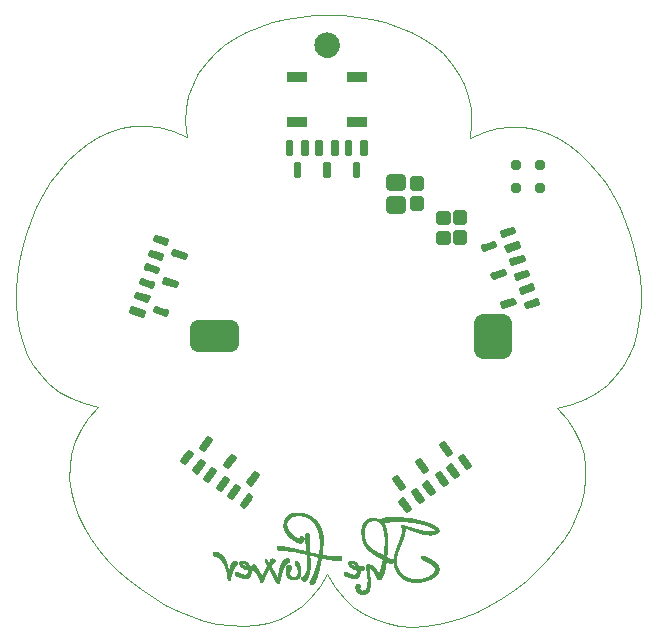
<source format=gbs>
G75*
%MOIN*%
%OFA0B0*%
%FSLAX24Y24*%
%IPPOS*%
%LPD*%
%AMOC8*
5,1,8,0,0,1.08239X$1,22.5*
%
%ADD10C,0.0000*%
%ADD11C,0.0847*%
%ADD12C,0.0286*%
%ADD13C,0.0621*%
%ADD14C,0.0542*%
%ADD15C,0.0227*%
%ADD16R,0.0660X0.0360*%
%ADD17C,0.0375*%
%ADD18C,0.0001*%
%ADD19C,0.0120*%
D10*
X003693Y003291D02*
X003390Y003649D01*
X003120Y004022D01*
X002887Y004409D01*
X002694Y004806D01*
X002545Y005211D01*
X002443Y005621D01*
X002392Y006035D01*
X002396Y006448D01*
X002458Y006859D01*
X002582Y007266D01*
X002770Y007665D01*
X003028Y008054D01*
X003358Y008430D01*
X002876Y008540D01*
X002444Y008703D01*
X002061Y008914D01*
X001725Y009170D01*
X001436Y009466D01*
X001193Y009799D01*
X000992Y010163D01*
X000834Y010555D01*
X000718Y010971D01*
X000640Y011406D01*
X000602Y011856D01*
X000600Y012317D01*
X000634Y012786D01*
X000702Y013256D01*
X000804Y013726D01*
X000937Y014189D01*
X001100Y014643D01*
X001293Y015082D01*
X001514Y015504D01*
X001760Y015902D01*
X002032Y016275D01*
X002328Y016616D01*
X002646Y016922D01*
X002985Y017189D01*
X003344Y017413D01*
X003721Y017589D01*
X004116Y017713D01*
X004526Y017781D01*
X004951Y017789D01*
X005388Y017733D01*
X005838Y017608D01*
X006298Y017411D01*
X006253Y017903D01*
X006275Y018365D01*
X006357Y018794D01*
X006497Y019192D01*
X006689Y019558D01*
X006930Y019893D01*
X007215Y020196D01*
X007539Y020467D01*
X007898Y020707D01*
X008288Y020915D01*
X008704Y021091D01*
X009143Y021235D01*
X009598Y021347D01*
X010067Y021428D01*
X010545Y021476D01*
X011027Y021493D01*
X011509Y021477D01*
X011986Y021430D01*
X012455Y021351D01*
X012911Y021239D01*
X013349Y021096D01*
X013765Y020920D01*
X014154Y020712D01*
X014513Y020472D01*
X014837Y020200D01*
X015121Y019895D01*
X015361Y019559D01*
X015552Y019190D01*
X015691Y018788D01*
X015773Y018354D01*
X015793Y017888D01*
X015748Y017390D01*
X016202Y017584D01*
X016647Y017707D01*
X017081Y017761D01*
X017503Y017751D01*
X017911Y017681D01*
X018304Y017556D01*
X018680Y017379D01*
X019038Y017154D01*
X019377Y016887D01*
X019695Y016580D01*
X019991Y016238D01*
X020264Y015866D01*
X020511Y015467D01*
X020733Y015046D01*
X020926Y014607D01*
X021091Y014154D01*
X021225Y013691D01*
X021328Y013222D01*
X021397Y012751D01*
X021432Y012284D01*
X021431Y011823D01*
X021392Y011373D01*
X021315Y010938D01*
X021198Y010523D01*
X021039Y010131D01*
X020837Y009767D01*
X020591Y009434D01*
X020299Y009138D01*
X019960Y008882D01*
X019573Y008670D01*
X019136Y008507D01*
X018647Y008396D01*
X018973Y008024D01*
X019227Y007638D01*
X019413Y007242D01*
X019534Y006838D01*
X019593Y006429D01*
X019595Y006017D01*
X019543Y005604D01*
X019440Y005194D01*
X019291Y004789D01*
X019097Y004392D01*
X018864Y004005D01*
X018594Y003631D01*
X018291Y003272D01*
X017959Y002931D01*
X017601Y002611D01*
X017221Y002314D01*
X016822Y002043D01*
X016408Y001801D01*
X015982Y001590D01*
X015548Y001412D01*
X015109Y001271D01*
X014670Y001169D01*
X014232Y001108D01*
X013801Y001091D01*
X013379Y001121D01*
X012970Y001200D01*
X012578Y001332D01*
X012206Y001518D01*
X011858Y001761D01*
X011537Y002064D01*
X011246Y002429D01*
X010990Y002859D01*
X010737Y002434D01*
X010449Y002074D01*
X010129Y001775D01*
X009782Y001535D01*
X009411Y001352D01*
X009020Y001222D01*
X008612Y001145D01*
X008190Y001116D01*
X007759Y001133D01*
X007321Y001194D01*
X006881Y001296D01*
X006441Y001437D01*
X006007Y001614D01*
X005580Y001825D01*
X005165Y002066D01*
X004765Y002336D01*
X004384Y002632D01*
X004026Y002951D01*
X003693Y003291D01*
X007176Y003534D02*
X007177Y003529D01*
X007177Y003524D01*
X007179Y003520D01*
X007180Y003515D01*
X007182Y003510D01*
X007185Y003506D01*
X007187Y003501D01*
X007192Y003494D01*
X007197Y003488D01*
X007203Y003482D01*
X007210Y003476D01*
X007217Y003470D01*
X007225Y003465D01*
X007234Y003461D01*
X007243Y003457D01*
X007257Y003452D01*
X007272Y003448D01*
X007288Y003443D01*
X007304Y003438D01*
X007321Y003432D01*
X007339Y003424D01*
X007356Y003413D01*
X007375Y003400D01*
X007393Y003384D01*
X007411Y003367D01*
X007428Y003349D01*
X007445Y003328D01*
X007462Y003307D01*
X007479Y003284D01*
X007495Y003260D01*
X007512Y003234D01*
X007527Y003207D01*
X007542Y003179D01*
X007557Y003150D01*
X007570Y003120D01*
X007584Y003089D01*
X007596Y003057D01*
X007608Y003023D01*
X007619Y002989D01*
X007630Y002954D01*
X007638Y002919D01*
X007646Y002883D01*
X007652Y002846D01*
X007657Y002809D01*
X007660Y002771D01*
X007662Y002733D01*
X007663Y002694D01*
X007664Y002685D01*
X007665Y002676D01*
X007667Y002669D01*
X007671Y002662D01*
X007675Y002656D01*
X007681Y002650D01*
X007687Y002645D01*
X007694Y002641D01*
X007702Y002637D01*
X007709Y002636D01*
X007715Y002637D01*
X007721Y002639D01*
X007727Y002644D01*
X007732Y002650D01*
X007737Y002658D01*
X007740Y002668D01*
X007742Y002680D01*
X007745Y002693D01*
X007748Y002707D01*
X007750Y002722D01*
X007754Y002738D01*
X007757Y002754D01*
X007761Y002772D01*
X007765Y002790D01*
X007770Y002809D01*
X007775Y002828D01*
X007780Y002847D01*
X007786Y002866D01*
X007792Y002885D01*
X007798Y002904D01*
X007804Y002923D01*
X007811Y002942D01*
X007818Y002961D01*
X007825Y002979D01*
X007832Y002997D01*
X007840Y003015D01*
X007848Y003033D01*
X007856Y003050D01*
X007864Y003066D01*
X007873Y003082D01*
X007882Y003098D01*
X007891Y003111D01*
X007900Y003124D01*
X007909Y003135D01*
X007919Y003144D01*
X007928Y003153D01*
X007938Y003159D01*
X007948Y003165D01*
X007954Y003169D01*
X007959Y003174D01*
X007964Y003180D01*
X007967Y003185D01*
X007971Y003191D01*
X007973Y003197D01*
X007974Y003203D01*
X007975Y003210D01*
X007975Y003217D01*
X007975Y003224D01*
X007975Y003230D01*
X007973Y003236D01*
X007972Y003242D01*
X007970Y003248D01*
X007967Y003254D01*
X007964Y003259D01*
X007961Y003265D01*
X007957Y003270D01*
X007953Y003274D01*
X007949Y003279D01*
X007944Y003283D01*
X007939Y003286D01*
X007934Y003289D01*
X007928Y003292D01*
X007922Y003295D01*
X007916Y003296D01*
X007909Y003297D01*
X007903Y003297D01*
X007896Y003296D01*
X007889Y003295D01*
X007882Y003292D01*
X007875Y003289D01*
X007856Y003275D01*
X007839Y003259D01*
X007822Y003241D01*
X007807Y003221D01*
X007793Y003199D01*
X007780Y003174D01*
X007769Y003148D01*
X007758Y003119D01*
X007748Y003089D01*
X007739Y003059D01*
X007730Y003030D01*
X007722Y003000D01*
X007715Y002970D01*
X007708Y002940D01*
X007702Y002910D01*
X007696Y002880D01*
X007691Y002910D01*
X007686Y002940D01*
X007681Y002969D01*
X007675Y002999D01*
X007670Y003028D01*
X007663Y003057D01*
X007657Y003086D01*
X007650Y003115D01*
X007643Y003144D01*
X007635Y003172D01*
X007627Y003199D01*
X007617Y003225D01*
X007608Y003251D01*
X007597Y003276D01*
X007586Y003301D01*
X007574Y003325D01*
X007561Y003349D01*
X007547Y003371D01*
X007533Y003393D01*
X007517Y003414D01*
X007501Y003434D01*
X007483Y003453D01*
X007465Y003472D01*
X007446Y003490D01*
X007426Y003507D01*
X007404Y003524D01*
X007382Y003540D01*
X007358Y003555D01*
X007332Y003568D01*
X007305Y003578D01*
X007277Y003585D01*
X007247Y003588D01*
X007238Y003588D01*
X007230Y003588D01*
X007223Y003587D01*
X007216Y003586D01*
X007210Y003584D01*
X007205Y003581D01*
X007199Y003579D01*
X007195Y003576D01*
X007190Y003572D01*
X007186Y003568D01*
X007183Y003564D01*
X007181Y003559D01*
X007179Y003554D01*
X007177Y003549D01*
X007176Y003544D01*
X007176Y003538D01*
X007176Y003534D01*
X008058Y003245D02*
X008061Y003251D01*
X008064Y003256D01*
X008068Y003262D01*
X008073Y003267D01*
X008079Y003271D01*
X008086Y003275D01*
X008092Y003278D01*
X008099Y003281D01*
X008107Y003284D01*
X008115Y003286D01*
X008124Y003287D01*
X008133Y003289D01*
X008143Y003290D01*
X008154Y003291D01*
X008166Y003291D01*
X008179Y003290D01*
X008191Y003288D01*
X008203Y003286D01*
X008214Y003283D01*
X008226Y003279D01*
X008238Y003274D01*
X008249Y003269D01*
X008260Y003262D01*
X008271Y003256D01*
X008282Y003248D01*
X008293Y003240D01*
X008303Y003231D01*
X008313Y003222D01*
X008323Y003212D01*
X008333Y003201D01*
X008343Y003190D01*
X008351Y003179D01*
X008360Y003167D01*
X008368Y003155D01*
X008376Y003143D01*
X008383Y003131D01*
X008390Y003119D01*
X008397Y003106D01*
X008413Y003108D01*
X008428Y003111D01*
X008441Y003114D01*
X008454Y003117D01*
X008466Y003121D01*
X008476Y003124D01*
X008486Y003126D01*
X008496Y003128D01*
X008508Y003129D01*
X008519Y003127D01*
X008530Y003124D01*
X008540Y003118D01*
X008549Y003111D01*
X008558Y003102D01*
X008565Y003092D01*
X008572Y003081D01*
X008578Y003069D01*
X008580Y003058D01*
X008581Y003047D01*
X008580Y003036D01*
X008576Y003025D01*
X008570Y003015D01*
X008562Y003005D01*
X008550Y002997D01*
X008544Y002993D01*
X008538Y002991D01*
X008531Y002988D01*
X008524Y002987D01*
X008517Y002985D01*
X008510Y002984D01*
X008503Y002983D01*
X008496Y002982D01*
X008488Y002981D01*
X008481Y002980D01*
X008473Y002980D01*
X008465Y002979D01*
X008458Y002979D01*
X008450Y002979D01*
X008442Y002978D01*
X008434Y002978D01*
X008434Y002970D01*
X008435Y002962D01*
X008435Y002953D01*
X008435Y002945D01*
X008435Y002936D01*
X008435Y002927D01*
X008434Y002918D01*
X008434Y002909D01*
X008433Y002900D01*
X008431Y002891D01*
X008430Y002882D01*
X008428Y002872D01*
X008426Y002863D01*
X008424Y002854D01*
X008422Y002845D01*
X008419Y002836D01*
X008416Y002827D01*
X008413Y002818D01*
X008409Y002810D01*
X008406Y002802D01*
X008402Y002794D01*
X008397Y002786D01*
X008393Y002779D01*
X008388Y002772D01*
X008383Y002765D01*
X008377Y002759D01*
X008372Y002753D01*
X008366Y002748D01*
X008359Y002743D01*
X008353Y002738D01*
X008346Y002734D01*
X008339Y002730D01*
X008327Y002726D01*
X008315Y002722D01*
X008303Y002719D01*
X008290Y002717D01*
X008278Y002715D01*
X008265Y002714D01*
X008253Y002713D01*
X008240Y002714D01*
X008227Y002714D01*
X008215Y002715D01*
X008202Y002716D01*
X008190Y002718D01*
X008178Y002720D01*
X008165Y002722D01*
X008153Y002725D01*
X008141Y002728D01*
X008130Y002731D01*
X008118Y002735D01*
X008106Y002739D01*
X008094Y002742D01*
X008082Y002746D01*
X008070Y002750D01*
X008058Y002755D01*
X008046Y002759D01*
X008035Y002764D01*
X008023Y002768D01*
X008011Y002772D01*
X008000Y002777D01*
X007989Y002780D01*
X007977Y002784D01*
X007966Y002788D01*
X007955Y002792D01*
X007949Y002795D01*
X007943Y002799D01*
X007938Y002804D01*
X007933Y002809D01*
X007928Y002814D01*
X007924Y002820D01*
X007920Y002826D01*
X007917Y002832D01*
X007914Y002839D01*
X007911Y002845D01*
X007909Y002851D01*
X007908Y002857D01*
X007907Y002864D01*
X007906Y002870D01*
X007906Y002876D01*
X007906Y002882D01*
X007907Y002887D01*
X007908Y002893D01*
X007910Y002898D01*
X007912Y002903D01*
X007915Y002907D01*
X007918Y002911D01*
X007922Y002915D01*
X007926Y002918D01*
X007931Y002921D01*
X007936Y002923D01*
X007942Y002924D01*
X007949Y002924D01*
X007956Y002923D01*
X007964Y002922D01*
X007972Y002920D01*
X007981Y002916D01*
X007994Y002911D01*
X008006Y002905D01*
X008019Y002900D01*
X008031Y002894D01*
X008044Y002888D01*
X008056Y002882D01*
X008069Y002877D01*
X008081Y002871D01*
X008094Y002865D01*
X008106Y002859D01*
X008119Y002854D01*
X008132Y002848D01*
X008145Y002843D01*
X008158Y002838D01*
X008172Y002833D01*
X008185Y002829D01*
X008198Y002825D01*
X008210Y002823D01*
X008221Y002821D01*
X008232Y002820D01*
X008242Y002820D01*
X008252Y002821D01*
X008261Y002823D01*
X008269Y002825D01*
X008277Y002828D01*
X008285Y002831D01*
X008292Y002835D01*
X008299Y002840D01*
X008305Y002844D01*
X008311Y002850D01*
X008317Y002855D01*
X008322Y002861D01*
X008337Y002883D01*
X008348Y002904D01*
X008354Y002925D01*
X008356Y002945D01*
X008354Y002966D01*
X008350Y002988D01*
X008344Y003011D01*
X008336Y003035D01*
X008332Y003046D01*
X008328Y003057D01*
X008323Y003068D01*
X008319Y003080D01*
X008314Y003091D01*
X008310Y003103D01*
X008306Y003113D01*
X008302Y003124D01*
X008294Y003140D01*
X008285Y003154D01*
X008274Y003167D01*
X008264Y003178D01*
X008253Y003187D01*
X008243Y003195D01*
X008235Y003200D01*
X008229Y003205D01*
X008216Y003213D01*
X008202Y003220D01*
X008188Y003224D01*
X008174Y003226D01*
X008162Y003225D01*
X008151Y003220D01*
X008143Y003213D01*
X008138Y003201D01*
X008137Y003190D01*
X008140Y003180D01*
X008147Y003171D01*
X008156Y003162D01*
X008167Y003154D01*
X008180Y003147D01*
X008193Y003141D01*
X008205Y003135D01*
X008218Y003130D01*
X008230Y003124D01*
X008243Y003118D01*
X008255Y003113D01*
X008269Y003108D01*
X008282Y003104D01*
X008297Y003100D01*
X008312Y003098D01*
X008317Y003086D01*
X008322Y003073D01*
X008327Y003061D01*
X008331Y003049D01*
X008336Y003036D01*
X008340Y003024D01*
X008344Y003011D01*
X008348Y002998D01*
X008323Y003003D01*
X008298Y003008D01*
X008275Y003014D01*
X008252Y003021D01*
X008229Y003029D01*
X008207Y003039D01*
X008185Y003050D01*
X008163Y003064D01*
X008151Y003073D01*
X008139Y003083D01*
X008127Y003094D01*
X008115Y003106D01*
X008104Y003118D01*
X008094Y003131D01*
X008084Y003144D01*
X008076Y003157D01*
X008071Y003167D01*
X008066Y003177D01*
X008062Y003186D01*
X008059Y003196D01*
X008057Y003205D01*
X008055Y003214D01*
X008055Y003223D01*
X008055Y003232D01*
X008056Y003238D01*
X008058Y003245D01*
X008482Y003138D02*
X008481Y003132D01*
X008480Y003125D01*
X008480Y003118D01*
X008481Y003112D01*
X008482Y003104D01*
X008483Y003097D01*
X008485Y003089D01*
X008488Y003081D01*
X008492Y003073D01*
X008501Y003057D01*
X008510Y003041D01*
X008520Y003025D01*
X008530Y003009D01*
X008540Y002994D01*
X008550Y002979D01*
X008560Y002964D01*
X008570Y002949D01*
X008581Y002935D01*
X008591Y002920D01*
X008601Y002906D01*
X008611Y002892D01*
X008621Y002878D01*
X008630Y002864D01*
X008640Y002850D01*
X008649Y002836D01*
X008658Y002822D01*
X008667Y002809D01*
X008675Y002795D01*
X008683Y002782D01*
X008691Y002769D01*
X008699Y002756D01*
X008706Y002743D01*
X008713Y002730D01*
X008719Y002717D01*
X008725Y002704D01*
X008731Y002692D01*
X008735Y002679D01*
X008739Y002666D01*
X008743Y002653D01*
X008746Y002641D01*
X008748Y002628D01*
X008748Y002621D01*
X008750Y002614D01*
X008751Y002607D01*
X008754Y002601D01*
X008757Y002595D01*
X008761Y002589D01*
X008766Y002584D01*
X008771Y002579D01*
X008777Y002574D01*
X008783Y002572D01*
X008789Y002571D01*
X008795Y002572D01*
X008802Y002574D01*
X008808Y002578D01*
X008814Y002584D01*
X008821Y002591D01*
X008832Y002618D01*
X008843Y002645D01*
X008855Y002672D01*
X008867Y002700D01*
X008879Y002728D01*
X008891Y002756D01*
X008904Y002785D01*
X008917Y002814D01*
X008931Y002843D01*
X008945Y002872D01*
X008960Y002901D01*
X008975Y002929D01*
X008991Y002957D01*
X009008Y002985D01*
X009025Y003013D01*
X009043Y003040D01*
X009051Y003031D01*
X009058Y003021D01*
X009065Y003010D01*
X009072Y002998D01*
X009080Y002985D01*
X009087Y002972D01*
X009094Y002958D01*
X009102Y002944D01*
X009109Y002928D01*
X009117Y002913D01*
X009124Y002897D01*
X009132Y002882D01*
X009140Y002865D01*
X009149Y002849D01*
X009157Y002833D01*
X009166Y002816D01*
X009174Y002799D01*
X009183Y002782D01*
X009192Y002765D01*
X009201Y002747D01*
X009210Y002730D01*
X009219Y002712D01*
X009228Y002695D01*
X009237Y002677D01*
X009246Y002660D01*
X009255Y002643D01*
X009264Y002626D01*
X009273Y002610D01*
X009282Y002595D01*
X009291Y002579D01*
X009301Y002565D01*
X009310Y002551D01*
X009313Y002548D01*
X009316Y002545D01*
X009319Y002542D01*
X009322Y002540D01*
X009326Y002538D01*
X009329Y002536D01*
X009333Y002535D01*
X009337Y002535D01*
X009341Y002535D01*
X009345Y002535D01*
X009349Y002536D01*
X009352Y002538D01*
X009356Y002540D01*
X009359Y002543D01*
X009362Y002547D01*
X009365Y002551D01*
X009370Y002566D01*
X009376Y002583D01*
X009382Y002602D01*
X009387Y002622D01*
X009393Y002643D01*
X009399Y002666D01*
X009404Y002691D01*
X009410Y002717D01*
X009416Y002744D01*
X009423Y002771D01*
X009430Y002798D01*
X009437Y002825D01*
X009445Y002853D01*
X009453Y002880D01*
X009462Y002907D01*
X009471Y002935D01*
X009480Y002962D01*
X009490Y002988D01*
X009500Y003014D01*
X009511Y003039D01*
X009522Y003064D01*
X009534Y003087D01*
X009546Y003111D01*
X009558Y003134D01*
X009571Y003155D01*
X009585Y003174D01*
X009600Y003192D01*
X009616Y003207D01*
X009632Y003220D01*
X009649Y003232D01*
X009667Y003241D01*
X009686Y003249D01*
X009692Y003253D01*
X009697Y003258D01*
X009702Y003264D01*
X009706Y003269D01*
X009709Y003275D01*
X009711Y003281D01*
X009712Y003287D01*
X009713Y003294D01*
X009714Y003301D01*
X009713Y003308D01*
X009713Y003314D01*
X009712Y003320D01*
X009710Y003326D01*
X009708Y003332D01*
X009705Y003338D01*
X009702Y003344D01*
X009699Y003349D01*
X009695Y003354D01*
X009691Y003358D01*
X009687Y003363D01*
X009682Y003367D01*
X009677Y003370D01*
X009672Y003373D01*
X009666Y003376D01*
X009660Y003379D01*
X009654Y003380D01*
X009647Y003381D01*
X009641Y003381D01*
X009634Y003380D01*
X009627Y003378D01*
X009620Y003376D01*
X009613Y003373D01*
X009592Y003361D01*
X009573Y003348D01*
X009555Y003334D01*
X009538Y003319D01*
X009521Y003302D01*
X009506Y003284D01*
X009493Y003265D01*
X009480Y003245D01*
X009468Y003224D01*
X009456Y003202D01*
X009446Y003180D01*
X009435Y003157D01*
X009426Y003134D01*
X009417Y003111D01*
X009409Y003087D01*
X009401Y003062D01*
X009394Y003038D01*
X009387Y003013D01*
X009381Y002988D01*
X009376Y002963D01*
X009370Y002938D01*
X009366Y002912D01*
X009361Y002887D01*
X009357Y002861D01*
X009354Y002836D01*
X009350Y002811D01*
X009346Y002787D01*
X009342Y002764D01*
X009338Y002741D01*
X009333Y002718D01*
X009329Y002697D01*
X009324Y002675D01*
X009312Y002708D01*
X009300Y002740D01*
X009287Y002771D01*
X009273Y002801D01*
X009259Y002829D01*
X009245Y002856D01*
X009230Y002882D01*
X009215Y002907D01*
X009199Y002932D01*
X009184Y002957D01*
X009168Y002983D01*
X009153Y003010D01*
X009137Y003037D01*
X009122Y003066D01*
X009106Y003095D01*
X009091Y003124D01*
X009093Y003133D01*
X009096Y003142D01*
X009101Y003151D01*
X009106Y003160D01*
X009112Y003169D01*
X009119Y003177D01*
X009127Y003185D01*
X009136Y003194D01*
X009146Y003202D01*
X009155Y003210D01*
X009164Y003218D01*
X009172Y003226D01*
X009181Y003233D01*
X009189Y003241D01*
X009196Y003248D01*
X009204Y003256D01*
X009211Y003263D01*
X009217Y003270D01*
X009221Y003277D01*
X009225Y003285D01*
X009228Y003292D01*
X009230Y003299D01*
X009231Y003306D01*
X009231Y003312D01*
X009230Y003320D01*
X009226Y003327D01*
X009220Y003334D01*
X009211Y003342D01*
X009201Y003349D01*
X009187Y003355D01*
X009171Y003361D01*
X009153Y003365D01*
X009145Y003366D01*
X009138Y003366D01*
X009131Y003365D01*
X009125Y003363D01*
X009120Y003360D01*
X009115Y003358D01*
X009111Y003355D01*
X009107Y003353D01*
X009104Y003350D01*
X009101Y003347D01*
X009098Y003344D01*
X009096Y003341D01*
X009093Y003337D01*
X009091Y003333D01*
X009089Y003328D01*
X009087Y003323D01*
X009085Y003318D01*
X009083Y003313D01*
X009081Y003307D01*
X009079Y003301D01*
X009077Y003295D01*
X009074Y003288D01*
X009072Y003281D01*
X009069Y003274D01*
X009066Y003267D01*
X009062Y003259D01*
X009058Y003250D01*
X009053Y003241D01*
X009048Y003232D01*
X009042Y003222D01*
X009036Y003212D01*
X009029Y003201D01*
X009025Y003207D01*
X009021Y003214D01*
X009017Y003221D01*
X009012Y003229D01*
X009008Y003238D01*
X009003Y003247D01*
X008998Y003258D01*
X008992Y003269D01*
X008986Y003280D01*
X008980Y003290D01*
X008973Y003301D01*
X008966Y003310D01*
X008958Y003319D01*
X008949Y003328D01*
X008940Y003336D01*
X008930Y003344D01*
X008925Y003341D01*
X008921Y003337D01*
X008918Y003331D01*
X008915Y003323D01*
X008914Y003314D01*
X008914Y003304D01*
X008914Y003292D01*
X008915Y003278D01*
X008918Y003263D01*
X008923Y003246D01*
X008930Y003229D01*
X008938Y003211D01*
X008949Y003192D01*
X008961Y003172D01*
X008976Y003150D01*
X008992Y003128D01*
X008979Y003104D01*
X008966Y003080D01*
X008954Y003056D01*
X008941Y003031D01*
X008928Y003006D01*
X008914Y002981D01*
X008901Y002956D01*
X008888Y002931D01*
X008875Y002906D01*
X008863Y002881D01*
X008851Y002857D01*
X008839Y002833D01*
X008828Y002810D01*
X008818Y002788D01*
X008808Y002766D01*
X008799Y002745D01*
X008789Y002771D01*
X008779Y002797D01*
X008767Y002822D01*
X008755Y002847D01*
X008742Y002872D01*
X008728Y002896D01*
X008714Y002920D01*
X008698Y002944D01*
X008683Y002967D01*
X008667Y002991D01*
X008653Y003015D01*
X008638Y003039D01*
X008625Y003064D01*
X008613Y003089D01*
X008600Y003114D01*
X008587Y003139D01*
X008582Y003146D01*
X008577Y003153D01*
X008571Y003158D01*
X008565Y003163D01*
X008559Y003167D01*
X008553Y003170D01*
X008547Y003172D01*
X008541Y003174D01*
X008535Y003175D01*
X008530Y003175D01*
X008524Y003175D01*
X008519Y003175D01*
X008514Y003174D01*
X008510Y003173D01*
X008505Y003171D01*
X008501Y003168D01*
X008497Y003165D01*
X008494Y003162D01*
X008491Y003158D01*
X008488Y003154D01*
X008486Y003149D01*
X008484Y003144D01*
X008482Y003138D01*
X009321Y003693D02*
X009324Y003687D01*
X009329Y003681D01*
X009334Y003676D01*
X009339Y003671D01*
X009344Y003666D01*
X009350Y003662D01*
X009356Y003658D01*
X009362Y003655D01*
X009369Y003653D01*
X009376Y003651D01*
X009383Y003650D01*
X009468Y003647D01*
X009553Y003642D01*
X009637Y003636D01*
X009720Y003627D01*
X009802Y003617D01*
X009883Y003605D01*
X009964Y003591D01*
X010044Y003575D01*
X010123Y003558D01*
X010203Y003541D01*
X010284Y003522D01*
X010364Y003504D01*
X010445Y003484D01*
X010526Y003465D01*
X010608Y003445D01*
X010690Y003424D01*
X010682Y003383D01*
X010673Y003342D01*
X010664Y003302D01*
X010654Y003261D01*
X010645Y003221D01*
X010635Y003181D01*
X010624Y003142D01*
X010613Y003102D01*
X010611Y003094D01*
X010608Y003085D01*
X010605Y003075D01*
X010602Y003065D01*
X010599Y003053D01*
X010595Y003041D01*
X010591Y003029D01*
X010586Y003015D01*
X010579Y002995D01*
X010572Y002973D01*
X010564Y002950D01*
X010556Y002927D01*
X010547Y002904D01*
X010538Y002880D01*
X010529Y002856D01*
X010520Y002832D01*
X010514Y002817D01*
X010508Y002802D01*
X010501Y002787D01*
X010495Y002773D01*
X010489Y002759D01*
X010483Y002745D01*
X010476Y002732D01*
X010470Y002719D01*
X010462Y002703D01*
X010454Y002687D01*
X010446Y002673D01*
X010438Y002660D01*
X010431Y002648D01*
X010423Y002637D01*
X010416Y002628D01*
X010409Y002620D01*
X010403Y002614D01*
X010399Y002607D01*
X010396Y002599D01*
X010395Y002590D01*
X010396Y002581D01*
X010397Y002572D01*
X010401Y002562D01*
X010405Y002551D01*
X010411Y002541D01*
X010418Y002531D01*
X010425Y002523D01*
X010433Y002516D01*
X010441Y002510D01*
X010450Y002505D01*
X010460Y002502D01*
X010471Y002500D01*
X010483Y002501D01*
X010495Y002505D01*
X010506Y002513D01*
X010518Y002523D01*
X010530Y002537D01*
X010541Y002553D01*
X010553Y002573D01*
X010564Y002595D01*
X010575Y002619D01*
X010586Y002644D01*
X010597Y002670D01*
X010607Y002697D01*
X010618Y002725D01*
X010627Y002754D01*
X010637Y002783D01*
X010646Y002814D01*
X010655Y002845D01*
X010664Y002875D01*
X010672Y002906D01*
X010680Y002935D01*
X010688Y002965D01*
X010695Y002994D01*
X010702Y003023D01*
X010708Y003051D01*
X010714Y003079D01*
X010720Y003103D01*
X010725Y003126D01*
X010729Y003146D01*
X010733Y003164D01*
X010736Y003180D01*
X010739Y003194D01*
X010741Y003205D01*
X010743Y003217D01*
X010745Y003229D01*
X010747Y003241D01*
X010750Y003253D01*
X010752Y003265D01*
X010754Y003277D01*
X010757Y003289D01*
X010759Y003301D01*
X010762Y003314D01*
X010765Y003326D01*
X010767Y003339D01*
X010769Y003351D01*
X010772Y003364D01*
X010774Y003376D01*
X010776Y003389D01*
X010778Y003402D01*
X010790Y003399D01*
X010801Y003396D01*
X010813Y003394D01*
X010825Y003391D01*
X010837Y003388D01*
X010849Y003385D01*
X010861Y003383D01*
X010873Y003380D01*
X010889Y003376D01*
X010906Y003373D01*
X010922Y003369D01*
X010938Y003366D01*
X010955Y003362D01*
X010971Y003359D01*
X010988Y003356D01*
X011004Y003353D01*
X011021Y003349D01*
X011037Y003346D01*
X011054Y003343D01*
X011071Y003340D01*
X011088Y003337D01*
X011105Y003334D01*
X011122Y003331D01*
X011139Y003329D01*
X011155Y003327D01*
X011170Y003325D01*
X011186Y003323D01*
X011202Y003322D01*
X011218Y003320D01*
X011233Y003319D01*
X011249Y003317D01*
X011265Y003316D01*
X011281Y003315D01*
X011297Y003313D01*
X011313Y003311D01*
X011330Y003310D01*
X011346Y003308D01*
X011362Y003306D01*
X011378Y003305D01*
X011395Y003303D01*
X011399Y003303D01*
X011404Y003304D01*
X011410Y003305D01*
X011417Y003306D01*
X011424Y003309D01*
X011431Y003312D01*
X011437Y003316D01*
X011443Y003321D01*
X011446Y003324D01*
X011449Y003327D01*
X011452Y003330D01*
X011454Y003333D01*
X011456Y003336D01*
X011458Y003338D01*
X011460Y003341D01*
X011461Y003345D01*
X011461Y003348D01*
X011462Y003351D01*
X011462Y003355D01*
X011462Y003359D01*
X011462Y003364D01*
X011461Y003369D01*
X011460Y003375D01*
X011459Y003382D01*
X011457Y003389D01*
X011455Y003395D01*
X011453Y003401D01*
X011451Y003407D01*
X011448Y003412D01*
X011444Y003418D01*
X011441Y003423D01*
X011437Y003427D01*
X011431Y003433D01*
X011423Y003437D01*
X011414Y003440D01*
X011404Y003443D01*
X011393Y003445D01*
X011382Y003446D01*
X011369Y003446D01*
X011356Y003447D01*
X011339Y003446D01*
X011322Y003445D01*
X011306Y003444D01*
X011290Y003442D01*
X011275Y003441D01*
X011261Y003440D01*
X011249Y003439D01*
X011240Y003438D01*
X011226Y003439D01*
X011211Y003439D01*
X011197Y003439D01*
X011184Y003439D01*
X011170Y003440D01*
X011156Y003440D01*
X011142Y003441D01*
X011128Y003442D01*
X011096Y003445D01*
X011063Y003448D01*
X011031Y003452D01*
X011000Y003456D01*
X010968Y003460D01*
X010937Y003465D01*
X010907Y003470D01*
X010876Y003475D01*
X010871Y003476D01*
X010865Y003477D01*
X010860Y003477D01*
X010854Y003478D01*
X010849Y003479D01*
X010843Y003479D01*
X010838Y003480D01*
X010833Y003480D01*
X010827Y003481D01*
X010822Y003482D01*
X010816Y003483D01*
X010811Y003484D01*
X010805Y003485D01*
X010800Y003486D01*
X010794Y003488D01*
X010789Y003490D01*
X010797Y003541D01*
X010804Y003592D01*
X010811Y003643D01*
X010817Y003693D01*
X010822Y003742D01*
X010827Y003790D01*
X010831Y003838D01*
X010834Y003886D01*
X010837Y003932D01*
X010838Y003978D01*
X010837Y004023D01*
X010835Y004068D01*
X010831Y004111D01*
X010826Y004154D01*
X010819Y004197D01*
X010811Y004238D01*
X010801Y004279D01*
X010789Y004319D01*
X010775Y004358D01*
X010759Y004396D01*
X010741Y004434D01*
X010722Y004470D01*
X010701Y004506D01*
X010677Y004541D01*
X010652Y004575D01*
X010623Y004609D01*
X010592Y004641D01*
X010557Y004673D01*
X010520Y004703D01*
X010480Y004733D01*
X010437Y004761D01*
X010391Y004789D01*
X010377Y004797D01*
X010364Y004805D01*
X010351Y004812D01*
X010338Y004818D01*
X010325Y004824D01*
X010313Y004829D01*
X010300Y004834D01*
X010288Y004839D01*
X010277Y004843D01*
X010265Y004847D01*
X010253Y004850D01*
X010241Y004854D01*
X010230Y004857D01*
X010218Y004860D01*
X010207Y004863D01*
X010195Y004866D01*
X010184Y004869D01*
X010172Y004871D01*
X010161Y004874D01*
X010149Y004876D01*
X010137Y004878D01*
X010125Y004879D01*
X010113Y004881D01*
X010100Y004883D01*
X010090Y004884D01*
X010080Y004885D01*
X010070Y004886D01*
X010060Y004886D01*
X010050Y004887D01*
X010040Y004888D01*
X010030Y004889D01*
X010020Y004889D01*
X010003Y004890D01*
X009986Y004890D01*
X009969Y004890D01*
X009952Y004890D01*
X009936Y004889D01*
X009919Y004888D01*
X009903Y004887D01*
X009888Y004885D01*
X009873Y004884D01*
X009859Y004881D01*
X009845Y004879D01*
X009831Y004876D01*
X009818Y004873D01*
X009805Y004870D01*
X009791Y004866D01*
X009779Y004862D01*
X009764Y004856D01*
X009749Y004851D01*
X009735Y004844D01*
X009722Y004837D01*
X009708Y004830D01*
X009695Y004822D01*
X009683Y004813D01*
X009671Y004804D01*
X009657Y004792D01*
X009643Y004780D01*
X009630Y004766D01*
X009618Y004752D01*
X009607Y004737D01*
X009596Y004721D01*
X009586Y004704D01*
X009576Y004686D01*
X009568Y004670D01*
X009561Y004653D01*
X009555Y004636D01*
X009549Y004618D01*
X009544Y004600D01*
X009539Y004580D01*
X009534Y004560D01*
X009531Y004539D01*
X009527Y004514D01*
X009526Y004488D01*
X009526Y004463D01*
X009527Y004438D01*
X009530Y004413D01*
X009535Y004388D01*
X009541Y004364D01*
X009549Y004340D01*
X009558Y004317D01*
X009569Y004293D01*
X009581Y004270D01*
X009595Y004248D01*
X009609Y004225D01*
X009626Y004203D01*
X009643Y004181D01*
X009662Y004160D01*
X009682Y004138D01*
X009703Y004117D01*
X009725Y004097D01*
X009748Y004076D01*
X009771Y004056D01*
X009795Y004036D01*
X009820Y004016D01*
X009847Y003997D01*
X009858Y003989D01*
X009870Y003981D01*
X009882Y003973D01*
X009894Y003965D01*
X009907Y003957D01*
X009919Y003950D01*
X009931Y003942D01*
X009943Y003935D01*
X009956Y003928D01*
X009968Y003922D01*
X009980Y003916D01*
X009992Y003911D01*
X010004Y003906D01*
X010016Y003903D01*
X010028Y003899D01*
X010040Y003897D01*
X010052Y003895D01*
X010063Y003894D01*
X010075Y003894D01*
X010086Y003895D01*
X010097Y003897D01*
X010107Y003900D01*
X010118Y003904D01*
X010128Y003909D01*
X010138Y003916D01*
X010147Y003923D01*
X010156Y003933D01*
X010164Y003943D01*
X010172Y003955D01*
X010180Y003969D01*
X010187Y003984D01*
X010194Y004001D01*
X010195Y004008D01*
X010196Y004015D01*
X010197Y004022D01*
X010196Y004029D01*
X010195Y004036D01*
X010193Y004044D01*
X010191Y004051D01*
X010188Y004057D01*
X010185Y004064D01*
X010181Y004070D01*
X010177Y004076D01*
X010173Y004081D01*
X010169Y004086D01*
X010164Y004090D01*
X010159Y004094D01*
X010153Y004098D01*
X010148Y004100D01*
X010142Y004103D01*
X010137Y004105D01*
X010131Y004106D01*
X010125Y004107D01*
X010119Y004107D01*
X010114Y004107D01*
X010108Y004107D01*
X010102Y004105D01*
X010097Y004103D01*
X010092Y004099D01*
X010087Y004095D01*
X010083Y004089D01*
X010080Y004083D01*
X010076Y004075D01*
X010073Y004066D01*
X010072Y004063D01*
X010070Y004059D01*
X010069Y004055D01*
X010068Y004052D01*
X010067Y004048D01*
X010066Y004045D01*
X010066Y004041D01*
X010057Y004036D01*
X010049Y004035D01*
X010041Y004034D01*
X010032Y004035D01*
X010023Y004035D01*
X010014Y004037D01*
X010005Y004039D01*
X009996Y004041D01*
X009987Y004044D01*
X009978Y004047D01*
X009969Y004051D01*
X009960Y004055D01*
X009951Y004059D01*
X009943Y004064D01*
X009934Y004069D01*
X009925Y004074D01*
X009916Y004079D01*
X009908Y004085D01*
X009900Y004091D01*
X009891Y004097D01*
X009883Y004103D01*
X009875Y004110D01*
X009867Y004116D01*
X009859Y004123D01*
X009852Y004130D01*
X009844Y004136D01*
X009837Y004142D01*
X009831Y004148D01*
X009824Y004154D01*
X009818Y004159D01*
X009812Y004164D01*
X009806Y004169D01*
X009781Y004193D01*
X009757Y004217D01*
X009735Y004242D01*
X009715Y004267D01*
X009697Y004292D01*
X009680Y004318D01*
X009666Y004345D01*
X009653Y004371D01*
X009642Y004398D01*
X009634Y004424D01*
X009627Y004450D01*
X009623Y004476D01*
X009621Y004501D01*
X009621Y004526D01*
X009623Y004550D01*
X009628Y004574D01*
X009634Y004597D01*
X009643Y004620D01*
X009653Y004641D01*
X009666Y004661D01*
X009681Y004681D01*
X009698Y004699D01*
X009718Y004716D01*
X009739Y004733D01*
X009762Y004748D01*
X009789Y004761D01*
X009817Y004773D01*
X009848Y004783D01*
X009881Y004791D01*
X009917Y004797D01*
X009956Y004801D01*
X009996Y004804D01*
X010038Y004805D01*
X010078Y004804D01*
X010117Y004801D01*
X010154Y004795D01*
X010191Y004788D01*
X010226Y004779D01*
X010259Y004768D01*
X010292Y004755D01*
X010324Y004740D01*
X010354Y004724D01*
X010383Y004706D01*
X010411Y004687D01*
X010438Y004667D01*
X010463Y004645D01*
X010488Y004622D01*
X010511Y004598D01*
X010533Y004572D01*
X010555Y004545D01*
X010574Y004517D01*
X010593Y004488D01*
X010611Y004458D01*
X010628Y004427D01*
X010643Y004394D01*
X010657Y004360D01*
X010670Y004326D01*
X010682Y004291D01*
X010693Y004256D01*
X010702Y004220D01*
X010710Y004184D01*
X010717Y004148D01*
X010722Y004111D01*
X010727Y004074D01*
X010734Y003994D01*
X010740Y003922D01*
X010742Y003855D01*
X010741Y003791D01*
X010738Y003727D01*
X010730Y003659D01*
X010720Y003586D01*
X010705Y003504D01*
X010663Y003512D01*
X010621Y003521D01*
X010579Y003530D01*
X010537Y003539D01*
X010495Y003549D01*
X010454Y003559D01*
X010412Y003569D01*
X010371Y003579D01*
X010329Y003589D01*
X010287Y003600D01*
X010246Y003610D01*
X010204Y003621D01*
X010163Y003631D01*
X010121Y003641D01*
X010080Y003651D01*
X010038Y003661D01*
X009997Y003671D01*
X009955Y003681D01*
X009914Y003690D01*
X009872Y003699D01*
X009831Y003709D01*
X009789Y003717D01*
X009748Y003726D01*
X009706Y003734D01*
X009664Y003742D01*
X009623Y003750D01*
X009581Y003757D01*
X009539Y003763D01*
X009496Y003770D01*
X009454Y003776D01*
X009411Y003781D01*
X009368Y003785D01*
X009359Y003786D01*
X009351Y003785D01*
X009344Y003784D01*
X009337Y003781D01*
X009331Y003779D01*
X009326Y003775D01*
X009321Y003771D01*
X009317Y003767D01*
X009314Y003762D01*
X009311Y003757D01*
X009309Y003752D01*
X009308Y003747D01*
X009307Y003741D01*
X009307Y003736D01*
X009307Y003730D01*
X009308Y003723D01*
X009310Y003717D01*
X009312Y003711D01*
X009314Y003705D01*
X009317Y003699D01*
X009321Y003693D01*
X009661Y003132D02*
X009655Y003127D01*
X009644Y003117D01*
X009635Y003107D01*
X009627Y003096D01*
X009620Y003083D01*
X009615Y003066D01*
X009610Y003045D01*
X009607Y003019D01*
X009606Y002986D01*
X009605Y002965D01*
X009606Y002945D01*
X009607Y002925D01*
X009609Y002906D01*
X009612Y002887D01*
X009616Y002869D01*
X009620Y002851D01*
X009626Y002834D01*
X009632Y002818D01*
X009639Y002802D01*
X009647Y002787D01*
X009655Y002773D01*
X009665Y002760D01*
X009675Y002748D01*
X009685Y002737D01*
X009697Y002726D01*
X009709Y002717D01*
X009722Y002708D01*
X009736Y002700D01*
X009750Y002694D01*
X009765Y002688D01*
X009780Y002683D01*
X009797Y002678D01*
X009814Y002675D01*
X009831Y002673D01*
X009850Y002672D01*
X009868Y002673D01*
X009888Y002674D01*
X009908Y002677D01*
X009928Y002681D01*
X009949Y002687D01*
X009971Y002694D01*
X009988Y002701D01*
X010004Y002709D01*
X010019Y002719D01*
X010032Y002731D01*
X010044Y002745D01*
X010054Y002760D01*
X010062Y002776D01*
X010069Y002794D01*
X010075Y002813D01*
X010080Y002832D01*
X010084Y002852D01*
X010087Y002873D01*
X010089Y002894D01*
X010090Y002915D01*
X010090Y002938D01*
X010089Y002960D01*
X010088Y002983D01*
X010085Y003005D01*
X010082Y003028D01*
X010078Y003050D01*
X010074Y003072D01*
X010069Y003094D01*
X010063Y003116D01*
X010057Y003137D01*
X010050Y003158D01*
X010042Y003177D01*
X010034Y003196D01*
X010026Y003213D01*
X010017Y003228D01*
X010008Y003242D01*
X009999Y003255D01*
X009989Y003267D01*
X009983Y003272D01*
X009976Y003276D01*
X009970Y003280D01*
X009964Y003283D01*
X009959Y003286D01*
X009953Y003287D01*
X009947Y003288D01*
X009942Y003289D01*
X009936Y003288D01*
X009931Y003288D01*
X009927Y003287D01*
X009922Y003285D01*
X009918Y003283D01*
X009915Y003281D01*
X009912Y003278D01*
X009909Y003274D01*
X009906Y003270D01*
X009904Y003266D01*
X009902Y003262D01*
X009900Y003257D01*
X009899Y003252D01*
X009897Y003246D01*
X009897Y003240D01*
X009896Y003234D01*
X009896Y003228D01*
X009896Y003221D01*
X009897Y003215D01*
X009898Y003208D01*
X009900Y003202D01*
X009902Y003196D01*
X009905Y003189D01*
X009909Y003183D01*
X009915Y003177D01*
X009922Y003170D01*
X009928Y003162D01*
X009935Y003154D01*
X009941Y003144D01*
X009948Y003134D01*
X009955Y003122D01*
X009962Y003110D01*
X009968Y003097D01*
X009974Y003083D01*
X009980Y003070D01*
X009985Y003055D01*
X009990Y003041D01*
X009994Y003026D01*
X009998Y003011D01*
X010002Y002995D01*
X010005Y002979D01*
X010007Y002963D01*
X010008Y002947D01*
X010008Y002931D01*
X010008Y002915D01*
X010007Y002899D01*
X010005Y002883D01*
X010002Y002867D01*
X009998Y002851D01*
X009993Y002836D01*
X009986Y002822D01*
X009978Y002808D01*
X009968Y002795D01*
X009957Y002782D01*
X009945Y002770D01*
X009931Y002759D01*
X009921Y002753D01*
X009912Y002748D01*
X009902Y002745D01*
X009891Y002742D01*
X009881Y002740D01*
X009870Y002739D01*
X009858Y002740D01*
X009847Y002741D01*
X009835Y002743D01*
X009824Y002746D01*
X009813Y002750D01*
X009802Y002754D01*
X009792Y002759D01*
X009782Y002764D01*
X009772Y002771D01*
X009763Y002777D01*
X009754Y002785D01*
X009746Y002793D01*
X009738Y002801D01*
X009731Y002810D01*
X009724Y002819D01*
X009718Y002829D01*
X009713Y002838D01*
X009708Y002849D01*
X009704Y002859D01*
X009701Y002870D01*
X009700Y002880D01*
X009700Y002891D01*
X009701Y002902D01*
X009703Y002913D01*
X009707Y002924D01*
X009711Y002935D01*
X009715Y002942D01*
X009719Y002949D01*
X009723Y002955D01*
X009728Y002962D01*
X009733Y002968D01*
X009738Y002974D01*
X009743Y002980D01*
X009748Y002986D01*
X009753Y002991D01*
X009759Y002997D01*
X009764Y003003D01*
X009769Y003008D01*
X009774Y003014D01*
X009779Y003021D01*
X009784Y003027D01*
X009788Y003033D01*
X009790Y003039D01*
X009791Y003046D01*
X009791Y003052D01*
X009791Y003059D01*
X009791Y003065D01*
X009790Y003071D01*
X009788Y003078D01*
X009786Y003084D01*
X009784Y003090D01*
X009781Y003096D01*
X009779Y003102D01*
X009775Y003107D01*
X009772Y003112D01*
X009769Y003116D01*
X009765Y003121D01*
X009761Y003124D01*
X009757Y003128D01*
X009752Y003131D01*
X009747Y003134D01*
X009743Y003136D01*
X009737Y003138D01*
X009732Y003139D01*
X009726Y003140D01*
X009721Y003141D01*
X009714Y003141D01*
X009706Y003141D01*
X009697Y003141D01*
X009688Y003140D01*
X009678Y003138D01*
X009669Y003135D01*
X009661Y003132D01*
X010130Y002746D02*
X010127Y002742D01*
X010124Y002738D01*
X010122Y002733D01*
X010121Y002729D01*
X010119Y002724D01*
X010119Y002719D01*
X010118Y002713D01*
X010119Y002708D01*
X010119Y002703D01*
X010120Y002697D01*
X010122Y002692D01*
X010124Y002686D01*
X010126Y002681D01*
X010129Y002675D01*
X010132Y002670D01*
X010135Y002664D01*
X010139Y002659D01*
X010143Y002654D01*
X010147Y002649D01*
X010152Y002645D01*
X010156Y002641D01*
X010161Y002637D01*
X010166Y002634D01*
X010172Y002631D01*
X010175Y002631D01*
X010178Y002630D01*
X010181Y002629D01*
X010184Y002628D01*
X010188Y002627D01*
X010191Y002626D01*
X010194Y002625D01*
X010197Y002624D01*
X010204Y002623D01*
X010212Y002623D01*
X010219Y002623D01*
X010225Y002624D01*
X010232Y002625D01*
X010239Y002627D01*
X010245Y002629D01*
X010252Y002631D01*
X010268Y002653D01*
X010283Y002675D01*
X010296Y002697D01*
X010309Y002719D01*
X010320Y002741D01*
X010331Y002763D01*
X010340Y002785D01*
X010349Y002807D01*
X010356Y002829D01*
X010363Y002851D01*
X010369Y002873D01*
X010375Y002896D01*
X010380Y002918D01*
X010385Y002941D01*
X010389Y002964D01*
X010393Y002987D01*
X010395Y003011D01*
X010398Y003035D01*
X010400Y003059D01*
X010402Y003083D01*
X010403Y003107D01*
X010403Y003132D01*
X010404Y003157D01*
X010403Y003183D01*
X010403Y003209D01*
X010402Y003235D01*
X010401Y003262D01*
X010400Y003289D01*
X010399Y003316D01*
X010398Y003344D01*
X010396Y003373D01*
X010394Y003402D01*
X010393Y003422D01*
X010392Y003442D01*
X010391Y003462D01*
X010390Y003483D01*
X010388Y003503D01*
X010387Y003523D01*
X010385Y003544D01*
X010383Y003564D01*
X010382Y003585D01*
X010380Y003606D01*
X010378Y003626D01*
X010377Y003647D01*
X010375Y003668D01*
X010373Y003689D01*
X010372Y003710D01*
X010371Y003731D01*
X010369Y003751D01*
X010368Y003772D01*
X010367Y003793D01*
X010366Y003814D01*
X010366Y003835D01*
X010365Y003855D01*
X010365Y003876D01*
X010365Y003897D01*
X010365Y003917D01*
X010366Y003938D01*
X010367Y003959D01*
X010369Y003979D01*
X010371Y004000D01*
X010373Y004021D01*
X010376Y004042D01*
X010380Y004063D01*
X010380Y004065D01*
X010380Y004067D01*
X010380Y004070D01*
X010381Y004073D01*
X010381Y004077D01*
X010382Y004081D01*
X010383Y004085D01*
X010383Y004090D01*
X010384Y004095D01*
X010385Y004099D01*
X010386Y004103D01*
X010386Y004106D01*
X010386Y004109D01*
X010387Y004111D01*
X010387Y004113D01*
X010387Y004114D01*
X010389Y004120D01*
X010389Y004127D01*
X010389Y004133D01*
X010389Y004140D01*
X010388Y004147D01*
X010386Y004153D01*
X010383Y004160D01*
X010380Y004167D01*
X010376Y004174D01*
X010372Y004180D01*
X010368Y004185D01*
X010363Y004191D01*
X010359Y004195D01*
X010354Y004200D01*
X010349Y004204D01*
X010343Y004207D01*
X010338Y004210D01*
X010332Y004212D01*
X010327Y004214D01*
X010321Y004215D01*
X010315Y004216D01*
X010309Y004216D01*
X010304Y004215D01*
X010298Y004214D01*
X010292Y004213D01*
X010287Y004210D01*
X010282Y004206D01*
X010277Y004202D01*
X010273Y004197D01*
X010269Y004191D01*
X010266Y004184D01*
X010263Y004176D01*
X010259Y004160D01*
X010256Y004144D01*
X010254Y004127D01*
X010252Y004110D01*
X010251Y004092D01*
X010250Y004074D01*
X010250Y004055D01*
X010250Y004035D01*
X010251Y004016D01*
X010251Y003996D01*
X010252Y003976D01*
X010254Y003956D01*
X010255Y003937D01*
X010257Y003917D01*
X010259Y003897D01*
X010261Y003877D01*
X010263Y003857D01*
X010266Y003837D01*
X010268Y003818D01*
X010271Y003799D01*
X010274Y003780D01*
X010277Y003761D01*
X010280Y003743D01*
X010283Y003725D01*
X010286Y003708D01*
X010289Y003691D01*
X010291Y003675D01*
X010293Y003660D01*
X010295Y003645D01*
X010297Y003632D01*
X010298Y003619D01*
X010299Y003606D01*
X010307Y003523D01*
X010314Y003444D01*
X010318Y003369D01*
X010321Y003298D01*
X010322Y003232D01*
X010321Y003171D01*
X010319Y003113D01*
X010314Y003061D01*
X010307Y003012D01*
X010298Y002966D01*
X010285Y002924D01*
X010270Y002885D01*
X010252Y002849D01*
X010232Y002817D01*
X010209Y002788D01*
X010183Y002763D01*
X010179Y002763D01*
X010170Y002763D01*
X010162Y002762D01*
X010155Y002761D01*
X010148Y002759D01*
X010143Y002756D01*
X010137Y002754D01*
X010133Y002750D01*
X010130Y002746D01*
X011539Y002870D02*
X011539Y002876D01*
X011539Y002882D01*
X011540Y002887D01*
X011541Y002893D01*
X011543Y002898D01*
X011545Y002903D01*
X011548Y002907D01*
X011551Y002911D01*
X011555Y002915D01*
X011559Y002918D01*
X011564Y002921D01*
X011569Y002923D01*
X011575Y002924D01*
X011582Y002924D01*
X011589Y002923D01*
X011597Y002922D01*
X011605Y002920D01*
X011614Y002916D01*
X011627Y002911D01*
X011639Y002905D01*
X011652Y002900D01*
X011665Y002894D01*
X011677Y002888D01*
X011690Y002882D01*
X011702Y002877D01*
X011714Y002871D01*
X011727Y002865D01*
X011739Y002859D01*
X011752Y002854D01*
X011765Y002848D01*
X011778Y002843D01*
X011791Y002838D01*
X011805Y002833D01*
X011818Y002829D01*
X011831Y002825D01*
X011843Y002823D01*
X011854Y002821D01*
X011865Y002820D01*
X011875Y002820D01*
X011885Y002821D01*
X011894Y002823D01*
X011902Y002825D01*
X011910Y002828D01*
X011918Y002831D01*
X011925Y002835D01*
X011932Y002840D01*
X011938Y002844D01*
X011944Y002850D01*
X011950Y002855D01*
X011955Y002861D01*
X011960Y002868D01*
X011965Y002875D01*
X011969Y002882D01*
X011972Y002889D01*
X011975Y002897D01*
X011978Y002905D01*
X011981Y002913D01*
X011983Y002922D01*
X011985Y002955D01*
X011979Y002993D01*
X011967Y003035D01*
X011950Y003077D01*
X011930Y003118D01*
X011908Y003154D01*
X011885Y003184D01*
X011862Y003205D01*
X011849Y003213D01*
X011835Y003220D01*
X011821Y003224D01*
X011807Y003226D01*
X011795Y003225D01*
X011784Y003221D01*
X011776Y003213D01*
X011771Y003201D01*
X011770Y003190D01*
X011774Y003180D01*
X011780Y003171D01*
X011789Y003162D01*
X011801Y003154D01*
X011813Y003147D01*
X011826Y003141D01*
X011839Y003135D01*
X011851Y003130D01*
X011862Y003125D01*
X011874Y003120D01*
X011885Y003115D01*
X011897Y003111D01*
X011910Y003107D01*
X011924Y003104D01*
X011939Y003102D01*
X011946Y003089D01*
X011952Y003075D01*
X011958Y003062D01*
X011963Y003048D01*
X011968Y003034D01*
X011972Y003020D01*
X011976Y003006D01*
X011979Y002991D01*
X011954Y002996D01*
X011930Y003002D01*
X011907Y003009D01*
X011884Y003017D01*
X011862Y003027D01*
X011840Y003038D01*
X011818Y003050D01*
X011797Y003064D01*
X011785Y003072D01*
X011774Y003081D01*
X011763Y003090D01*
X011753Y003098D01*
X011744Y003107D01*
X011735Y003117D01*
X011727Y003126D01*
X011720Y003136D01*
X011715Y003145D01*
X011710Y003153D01*
X011705Y003162D01*
X011701Y003172D01*
X011697Y003181D01*
X011694Y003191D01*
X011691Y003202D01*
X011689Y003213D01*
X011689Y003223D01*
X011690Y003234D01*
X011694Y003243D01*
X011700Y003252D01*
X011707Y003260D01*
X011715Y003267D01*
X011724Y003272D01*
X011732Y003277D01*
X011739Y003280D01*
X011746Y003283D01*
X011753Y003285D01*
X011760Y003287D01*
X011767Y003288D01*
X011774Y003289D01*
X011781Y003290D01*
X011787Y003291D01*
X011800Y003291D01*
X011812Y003290D01*
X011824Y003288D01*
X011836Y003286D01*
X011848Y003283D01*
X011859Y003279D01*
X011871Y003274D01*
X011882Y003269D01*
X011894Y003262D01*
X011905Y003256D01*
X011916Y003248D01*
X011926Y003240D01*
X011937Y003231D01*
X011947Y003222D01*
X011957Y003212D01*
X011966Y003201D01*
X011976Y003190D01*
X011985Y003179D01*
X011993Y003167D01*
X012001Y003155D01*
X012009Y003143D01*
X012017Y003131D01*
X012024Y003119D01*
X012030Y003106D01*
X012046Y003108D01*
X012061Y003111D01*
X012074Y003114D01*
X012087Y003117D01*
X012099Y003121D01*
X012110Y003124D01*
X012120Y003126D01*
X012129Y003128D01*
X012141Y003129D01*
X012153Y003127D01*
X012163Y003124D01*
X012173Y003118D01*
X012183Y003111D01*
X012191Y003102D01*
X012199Y003092D01*
X012206Y003081D01*
X012211Y003069D01*
X012214Y003058D01*
X012214Y003047D01*
X012213Y003036D01*
X012209Y003025D01*
X012203Y003015D01*
X012195Y003005D01*
X012184Y002997D01*
X012177Y002993D01*
X012171Y002991D01*
X012164Y002989D01*
X012158Y002987D01*
X012150Y002985D01*
X012143Y002984D01*
X012136Y002983D01*
X012129Y002982D01*
X012121Y002981D01*
X012114Y002980D01*
X012106Y002980D01*
X012099Y002979D01*
X012091Y002979D01*
X012083Y002979D01*
X012075Y002978D01*
X012067Y002978D01*
X012068Y002970D01*
X012068Y002962D01*
X012068Y002953D01*
X012069Y002945D01*
X012068Y002936D01*
X012068Y002927D01*
X012068Y002918D01*
X012067Y002909D01*
X012066Y002900D01*
X012064Y002891D01*
X012063Y002882D01*
X012061Y002872D01*
X012059Y002863D01*
X012057Y002854D01*
X012055Y002845D01*
X012052Y002836D01*
X012049Y002827D01*
X012046Y002818D01*
X012043Y002810D01*
X012039Y002802D01*
X012035Y002794D01*
X012031Y002786D01*
X012026Y002779D01*
X012021Y002772D01*
X012016Y002765D01*
X012010Y002759D01*
X012005Y002753D01*
X011999Y002748D01*
X011992Y002743D01*
X011986Y002738D01*
X011979Y002734D01*
X011972Y002730D01*
X011960Y002726D01*
X011948Y002722D01*
X011936Y002719D01*
X011924Y002717D01*
X011911Y002715D01*
X011899Y002714D01*
X011886Y002713D01*
X011873Y002714D01*
X011860Y002714D01*
X011848Y002715D01*
X011835Y002716D01*
X011823Y002718D01*
X011811Y002720D01*
X011799Y002722D01*
X011787Y002725D01*
X011775Y002728D01*
X011763Y002731D01*
X011751Y002735D01*
X011739Y002739D01*
X011727Y002742D01*
X011715Y002746D01*
X011703Y002750D01*
X011692Y002755D01*
X011680Y002759D01*
X011668Y002764D01*
X011656Y002768D01*
X011645Y002772D01*
X011633Y002777D01*
X011622Y002780D01*
X011610Y002784D01*
X011599Y002788D01*
X011588Y002792D01*
X011582Y002795D01*
X011576Y002799D01*
X011571Y002804D01*
X011566Y002809D01*
X011561Y002814D01*
X011557Y002820D01*
X011553Y002826D01*
X011550Y002832D01*
X011547Y002839D01*
X011545Y002845D01*
X011543Y002851D01*
X011541Y002857D01*
X011540Y002864D01*
X011539Y002870D01*
X011949Y002501D02*
X011958Y002508D01*
X011968Y002515D01*
X011975Y002518D01*
X011982Y002520D01*
X011989Y002522D01*
X011995Y002523D01*
X012002Y002524D01*
X012008Y002523D01*
X012014Y002522D01*
X012019Y002520D01*
X012025Y002518D01*
X012030Y002515D01*
X012035Y002511D01*
X012039Y002508D01*
X012044Y002504D01*
X012048Y002499D01*
X012052Y002494D01*
X012056Y002489D01*
X012059Y002484D01*
X012062Y002478D01*
X012065Y002472D01*
X012067Y002466D01*
X012068Y002460D01*
X012069Y002454D01*
X012070Y002448D01*
X012070Y002442D01*
X012070Y002432D01*
X012069Y002426D01*
X012067Y002421D01*
X012064Y002417D01*
X012062Y002414D01*
X012060Y002411D01*
X012057Y002407D01*
X012056Y002402D01*
X012055Y002399D01*
X012055Y002395D01*
X012055Y002390D01*
X012055Y002384D01*
X012055Y002378D01*
X012056Y002370D01*
X012058Y002362D01*
X012059Y002352D01*
X012061Y002345D01*
X012064Y002337D01*
X012067Y002330D01*
X012071Y002323D01*
X012076Y002316D01*
X012080Y002311D01*
X012085Y002306D01*
X012090Y002303D01*
X012099Y002299D01*
X012108Y002296D01*
X012117Y002294D01*
X012126Y002292D01*
X012135Y002291D01*
X012145Y002291D01*
X012154Y002292D01*
X012164Y002294D01*
X012173Y002297D01*
X012183Y002299D01*
X012192Y002302D01*
X012201Y002305D01*
X012211Y002307D01*
X012220Y002310D01*
X012230Y002312D01*
X012239Y002315D01*
X012265Y002327D01*
X012283Y002345D01*
X012297Y002369D01*
X012306Y002397D01*
X012312Y002427D01*
X012316Y002458D01*
X012319Y002487D01*
X012322Y002515D01*
X012326Y002540D01*
X012328Y002566D01*
X012330Y002592D01*
X012331Y002618D01*
X012331Y002644D01*
X012331Y002670D01*
X012330Y002696D01*
X012328Y002723D01*
X012325Y002749D01*
X012323Y002776D01*
X012320Y002802D01*
X012317Y002829D01*
X012314Y002856D01*
X012310Y002883D01*
X012306Y002909D01*
X012302Y002936D01*
X012299Y002963D01*
X012296Y002990D01*
X012293Y003017D01*
X012292Y003044D01*
X012291Y003070D01*
X012290Y003097D01*
X012291Y003124D01*
X012293Y003150D01*
X012295Y003156D01*
X012297Y003161D01*
X012301Y003166D01*
X012306Y003169D01*
X012312Y003172D01*
X012318Y003174D01*
X012325Y003176D01*
X012333Y003176D01*
X012366Y003170D01*
X012398Y003162D01*
X012427Y003151D01*
X012455Y003138D01*
X012482Y003122D01*
X012506Y003103D01*
X012529Y003082D01*
X012551Y003059D01*
X012571Y003034D01*
X012590Y003008D01*
X012609Y002983D01*
X012628Y002956D01*
X012645Y002930D01*
X012662Y002903D01*
X012679Y002875D01*
X012695Y002847D01*
X012706Y002870D01*
X012718Y002895D01*
X012729Y002921D01*
X012739Y002947D01*
X012749Y002975D01*
X012759Y003004D01*
X012768Y003035D01*
X012777Y003066D01*
X012786Y003098D01*
X012794Y003131D01*
X012803Y003164D01*
X012811Y003198D01*
X012819Y003233D01*
X012827Y003268D01*
X012834Y003303D01*
X012841Y003340D01*
X012849Y003387D01*
X012857Y003442D01*
X012866Y003504D01*
X012874Y003567D01*
X012882Y003631D01*
X012889Y003692D01*
X012894Y003748D01*
X012897Y003794D01*
X012899Y003836D01*
X012901Y003876D01*
X012901Y003915D01*
X012902Y003954D01*
X012901Y003991D01*
X012899Y004028D01*
X012898Y004064D01*
X012896Y004099D01*
X012894Y004123D01*
X012892Y004148D01*
X012890Y004173D01*
X012887Y004198D01*
X012883Y004224D01*
X012879Y004250D01*
X012874Y004277D01*
X012868Y004304D01*
X012862Y004331D01*
X012855Y004357D01*
X012847Y004383D01*
X012838Y004407D01*
X012829Y004431D01*
X012818Y004455D01*
X012807Y004477D01*
X012795Y004499D01*
X012782Y004520D01*
X012768Y004539D01*
X012753Y004558D01*
X012737Y004574D01*
X012720Y004590D01*
X012702Y004604D01*
X012682Y004617D01*
X012662Y004629D01*
X012640Y004639D01*
X012617Y004646D01*
X012593Y004650D01*
X012567Y004653D01*
X012540Y004652D01*
X012511Y004649D01*
X012481Y004644D01*
X012450Y004636D01*
X012425Y004628D01*
X012402Y004619D01*
X012380Y004608D01*
X012359Y004596D01*
X012340Y004582D01*
X012322Y004567D01*
X012306Y004550D01*
X012291Y004532D01*
X012278Y004513D01*
X012265Y004493D01*
X012254Y004473D01*
X012244Y004452D01*
X012235Y004430D01*
X012227Y004407D01*
X012220Y004384D01*
X012215Y004360D01*
X012210Y004336D01*
X012207Y004312D01*
X012204Y004287D01*
X012202Y004262D01*
X012202Y004237D01*
X012202Y004211D01*
X012203Y004186D01*
X012205Y004160D01*
X012208Y004134D01*
X012212Y004109D01*
X012216Y004085D01*
X012220Y004061D01*
X012225Y004039D01*
X012230Y004017D01*
X012236Y003996D01*
X012242Y003975D01*
X012251Y003950D01*
X012260Y003926D01*
X012271Y003902D01*
X012283Y003880D01*
X012296Y003858D01*
X012310Y003837D01*
X012325Y003817D01*
X012341Y003798D01*
X012357Y003780D01*
X012374Y003762D01*
X012392Y003745D01*
X012410Y003728D01*
X012428Y003712D01*
X012447Y003696D01*
X012467Y003681D01*
X012487Y003667D01*
X012507Y003653D01*
X012528Y003639D01*
X012549Y003626D01*
X012570Y003613D01*
X012592Y003600D01*
X012614Y003588D01*
X012637Y003576D01*
X012660Y003564D01*
X012686Y003552D01*
X012711Y003541D01*
X012736Y003530D01*
X012761Y003520D01*
X012786Y003510D01*
X012811Y003499D01*
X012836Y003487D01*
X012862Y003475D01*
X012862Y003468D01*
X012861Y003458D01*
X012859Y003445D01*
X012857Y003431D01*
X012854Y003414D01*
X012851Y003394D01*
X012846Y003371D01*
X012842Y003346D01*
X012832Y003350D01*
X012823Y003354D01*
X012813Y003359D01*
X012804Y003363D01*
X012794Y003368D01*
X012785Y003372D01*
X012775Y003377D01*
X012766Y003381D01*
X012728Y003400D01*
X012695Y003418D01*
X012664Y003436D01*
X012636Y003454D01*
X012609Y003472D01*
X012582Y003490D01*
X012554Y003509D01*
X012525Y003528D01*
X012495Y003548D01*
X012466Y003568D01*
X012438Y003590D01*
X012411Y003611D01*
X012386Y003634D01*
X012361Y003657D01*
X012337Y003681D01*
X012315Y003705D01*
X012294Y003730D01*
X012274Y003756D01*
X012255Y003784D01*
X012237Y003812D01*
X012220Y003841D01*
X012205Y003871D01*
X012191Y003903D01*
X012178Y003935D01*
X012166Y003969D01*
X012156Y004005D01*
X012148Y004042D01*
X012140Y004082D01*
X012134Y004124D01*
X012130Y004167D01*
X012127Y004213D01*
X012125Y004260D01*
X012125Y004277D01*
X012125Y004294D01*
X012126Y004312D01*
X012128Y004330D01*
X012131Y004349D01*
X012134Y004368D01*
X012138Y004388D01*
X012143Y004408D01*
X012149Y004428D01*
X012155Y004447D01*
X012162Y004466D01*
X012170Y004484D01*
X012178Y004501D01*
X012187Y004518D01*
X012196Y004533D01*
X012205Y004548D01*
X012218Y004567D01*
X012232Y004584D01*
X012245Y004601D01*
X012259Y004616D01*
X012274Y004629D01*
X012288Y004642D01*
X012303Y004653D01*
X012319Y004664D01*
X012334Y004673D01*
X012350Y004681D01*
X012366Y004688D01*
X012383Y004695D01*
X012400Y004700D01*
X012417Y004705D01*
X012434Y004708D01*
X012452Y004711D01*
X012470Y004713D01*
X012488Y004714D01*
X012506Y004714D01*
X012524Y004714D01*
X012543Y004712D01*
X012562Y004710D01*
X012581Y004707D01*
X012600Y004704D01*
X012619Y004699D01*
X012638Y004694D01*
X012657Y004689D01*
X012676Y004683D01*
X012694Y004677D01*
X012713Y004670D01*
X012731Y004662D01*
X012750Y004654D01*
X012760Y004649D01*
X012770Y004643D01*
X012780Y004637D01*
X012789Y004629D01*
X012797Y004621D01*
X012805Y004611D01*
X012812Y004601D01*
X012819Y004590D01*
X012825Y004579D01*
X012832Y004568D01*
X012839Y004557D01*
X012845Y004546D01*
X012852Y004535D01*
X012859Y004525D01*
X012866Y004515D01*
X012874Y004505D01*
X012880Y004497D01*
X012886Y004488D01*
X012892Y004479D01*
X012897Y004468D01*
X012903Y004457D01*
X012908Y004445D01*
X012913Y004433D01*
X012918Y004419D01*
X012922Y004405D01*
X012926Y004390D01*
X012930Y004376D01*
X012934Y004361D01*
X012937Y004346D01*
X012941Y004331D01*
X012944Y004316D01*
X012947Y004300D01*
X012949Y004285D01*
X012952Y004269D01*
X012954Y004254D01*
X012957Y004239D01*
X012959Y004224D01*
X012961Y004209D01*
X012963Y004194D01*
X012965Y004180D01*
X012967Y004165D01*
X012968Y004152D01*
X012970Y004139D01*
X012971Y004127D01*
X012973Y004115D01*
X012974Y004104D01*
X012975Y004094D01*
X012976Y004085D01*
X012979Y004046D01*
X012982Y004006D01*
X012984Y003967D01*
X012985Y003928D01*
X012986Y003889D01*
X012986Y003849D01*
X012985Y003810D01*
X012983Y003771D01*
X012981Y003731D01*
X012979Y003692D01*
X012976Y003653D01*
X012973Y003614D01*
X012970Y003574D01*
X012966Y003535D01*
X012962Y003496D01*
X012958Y003457D01*
X012957Y003453D01*
X012957Y003450D01*
X012957Y003446D01*
X012957Y003443D01*
X012957Y003440D01*
X012957Y003437D01*
X012956Y003434D01*
X012956Y003431D01*
X012955Y003428D01*
X012955Y003425D01*
X012954Y003422D01*
X012954Y003419D01*
X012953Y003416D01*
X012952Y003413D01*
X012951Y003409D01*
X012950Y003406D01*
X012960Y003401D01*
X012969Y003397D01*
X012978Y003393D01*
X012987Y003389D01*
X012996Y003385D01*
X013005Y003381D01*
X013014Y003378D01*
X013023Y003374D01*
X013033Y003371D01*
X013042Y003369D01*
X013051Y003366D01*
X013061Y003364D01*
X013070Y003362D01*
X013080Y003361D01*
X013090Y003360D01*
X013100Y003358D01*
X013106Y003357D01*
X013111Y003354D01*
X013116Y003351D01*
X013121Y003348D01*
X013125Y003344D01*
X013130Y003340D01*
X013134Y003336D01*
X013138Y003331D01*
X013142Y003326D01*
X013146Y003321D01*
X013149Y003315D01*
X013152Y003310D01*
X013155Y003305D01*
X013157Y003300D01*
X013159Y003294D01*
X013160Y003289D01*
X013161Y003283D01*
X013162Y003278D01*
X013162Y003273D01*
X013162Y003267D01*
X013161Y003262D01*
X013160Y003257D01*
X013159Y003252D01*
X013157Y003247D01*
X013154Y003242D01*
X013151Y003238D01*
X013147Y003234D01*
X013142Y003231D01*
X013136Y003228D01*
X013130Y003225D01*
X013123Y003224D01*
X013115Y003223D01*
X013102Y003224D01*
X013090Y003225D01*
X013078Y003227D01*
X013066Y003229D01*
X013054Y003231D01*
X013043Y003234D01*
X013032Y003238D01*
X013022Y003241D01*
X013011Y003245D01*
X013001Y003249D01*
X012990Y003253D01*
X012980Y003258D01*
X012970Y003262D01*
X012960Y003267D01*
X012950Y003272D01*
X012939Y003278D01*
X012935Y003243D01*
X012929Y003208D01*
X012924Y003173D01*
X012917Y003138D01*
X012911Y003103D01*
X012904Y003068D01*
X012896Y003032D01*
X012888Y002997D01*
X012880Y002962D01*
X012871Y002928D01*
X012862Y002895D01*
X012852Y002862D01*
X012841Y002831D01*
X012828Y002800D01*
X012814Y002769D01*
X012799Y002739D01*
X012786Y002718D01*
X012771Y002699D01*
X012754Y002683D01*
X012736Y002672D01*
X012716Y002665D01*
X012696Y002665D01*
X012676Y002672D01*
X012655Y002686D01*
X012649Y002697D01*
X012643Y002709D01*
X012637Y002722D01*
X012631Y002735D01*
X012625Y002749D01*
X012619Y002763D01*
X012612Y002778D01*
X012605Y002794D01*
X012598Y002810D01*
X012591Y002826D01*
X012584Y002841D01*
X012576Y002857D01*
X012568Y002872D01*
X012560Y002888D01*
X012552Y002903D01*
X012543Y002918D01*
X012534Y002933D01*
X012525Y002947D01*
X012516Y002961D01*
X012506Y002975D01*
X012496Y002988D01*
X012486Y003001D01*
X012476Y003014D01*
X012465Y003026D01*
X012454Y003037D01*
X012442Y003047D01*
X012431Y003056D01*
X012419Y003063D01*
X012407Y003069D01*
X012395Y003074D01*
X012382Y003078D01*
X012370Y003081D01*
X012368Y003065D01*
X012368Y003047D01*
X012368Y003027D01*
X012368Y003005D01*
X012370Y002980D01*
X012372Y002954D01*
X012375Y002925D01*
X012379Y002894D01*
X012383Y002862D01*
X012387Y002830D01*
X012390Y002797D01*
X012393Y002764D01*
X012396Y002731D01*
X012398Y002698D01*
X012401Y002664D01*
X012403Y002630D01*
X012404Y002596D01*
X012405Y002562D01*
X012404Y002529D01*
X012403Y002497D01*
X012401Y002466D01*
X012398Y002434D01*
X012394Y002404D01*
X012390Y002374D01*
X012384Y002346D01*
X012376Y002320D01*
X012366Y002297D01*
X012355Y002276D01*
X012341Y002258D01*
X012326Y002242D01*
X012309Y002229D01*
X012289Y002219D01*
X012260Y002206D01*
X012232Y002197D01*
X012204Y002190D01*
X012179Y002186D01*
X012154Y002184D01*
X012130Y002185D01*
X012108Y002189D01*
X012087Y002195D01*
X012067Y002203D01*
X012048Y002213D01*
X012031Y002223D01*
X012015Y002234D01*
X012000Y002247D01*
X011986Y002260D01*
X011974Y002275D01*
X011963Y002290D01*
X011953Y002306D01*
X011944Y002322D01*
X011937Y002339D01*
X011932Y002355D01*
X011927Y002372D01*
X011924Y002389D01*
X011923Y002406D01*
X011922Y002423D01*
X011924Y002440D01*
X011926Y002455D01*
X011930Y002469D01*
X011935Y002481D01*
X011941Y002491D01*
X011949Y002501D01*
X013244Y003051D02*
X013258Y003018D01*
X013274Y002986D01*
X013293Y002952D01*
X013313Y002918D01*
X013336Y002884D01*
X013361Y002849D01*
X013389Y002814D01*
X013416Y002782D01*
X013445Y002753D01*
X013476Y002726D01*
X013509Y002702D01*
X013544Y002680D01*
X013580Y002661D01*
X013619Y002644D01*
X013659Y002630D01*
X013700Y002617D01*
X013741Y002607D01*
X013783Y002599D01*
X013825Y002592D01*
X013868Y002588D01*
X013910Y002585D01*
X013953Y002585D01*
X013996Y002586D01*
X014040Y002589D01*
X014082Y002593D01*
X014125Y002600D01*
X014166Y002607D01*
X014208Y002616D01*
X014248Y002627D01*
X014289Y002640D01*
X014329Y002653D01*
X014368Y002668D01*
X014404Y002685D01*
X014439Y002702D01*
X014473Y002720D01*
X014504Y002738D01*
X014533Y002758D01*
X014561Y002779D01*
X014586Y002801D01*
X014609Y002824D01*
X014630Y002847D01*
X014648Y002871D01*
X014663Y002896D01*
X014676Y002921D01*
X014686Y002947D01*
X014693Y002973D01*
X014698Y003000D01*
X014699Y003028D01*
X014696Y003055D01*
X014689Y003082D01*
X014678Y003110D01*
X014663Y003137D01*
X014644Y003164D01*
X014621Y003192D01*
X014594Y003219D01*
X014572Y003239D01*
X014550Y003257D01*
X014527Y003275D01*
X014504Y003292D01*
X014479Y003308D01*
X014454Y003322D01*
X014428Y003336D01*
X014402Y003349D01*
X014375Y003361D01*
X014349Y003374D01*
X014322Y003387D01*
X014296Y003401D01*
X014271Y003414D01*
X014246Y003429D01*
X014221Y003443D01*
X014196Y003457D01*
X014188Y003460D01*
X014181Y003462D01*
X014173Y003463D01*
X014167Y003464D01*
X014160Y003463D01*
X014155Y003462D01*
X014149Y003461D01*
X014144Y003459D01*
X014140Y003456D01*
X014136Y003453D01*
X014132Y003450D01*
X014129Y003447D01*
X014127Y003443D01*
X014124Y003439D01*
X014122Y003434D01*
X014121Y003429D01*
X014119Y003424D01*
X014119Y003419D01*
X014118Y003414D01*
X014118Y003408D01*
X014119Y003403D01*
X014120Y003397D01*
X014121Y003391D01*
X014123Y003385D01*
X014125Y003380D01*
X014127Y003374D01*
X014130Y003368D01*
X014133Y003363D01*
X014137Y003358D01*
X014141Y003352D01*
X014146Y003348D01*
X014152Y003344D01*
X014174Y003331D01*
X014198Y003318D01*
X014221Y003306D01*
X014245Y003295D01*
X014270Y003284D01*
X014295Y003273D01*
X014320Y003262D01*
X014345Y003252D01*
X014370Y003242D01*
X014395Y003230D01*
X014418Y003216D01*
X014440Y003202D01*
X014462Y003186D01*
X014482Y003169D01*
X014502Y003151D01*
X014520Y003132D01*
X014537Y003112D01*
X014551Y003091D01*
X014562Y003071D01*
X014569Y003051D01*
X014574Y003031D01*
X014576Y003011D01*
X014574Y002991D01*
X014570Y002971D01*
X014563Y002951D01*
X014554Y002932D01*
X014543Y002913D01*
X014531Y002894D01*
X014516Y002876D01*
X014499Y002859D01*
X014481Y002842D01*
X014460Y002825D01*
X014438Y002809D01*
X014415Y002794D01*
X014390Y002779D01*
X014363Y002765D01*
X014336Y002752D01*
X014307Y002740D01*
X014277Y002728D01*
X014245Y002717D01*
X014212Y002707D01*
X014179Y002699D01*
X014146Y002691D01*
X014112Y002685D01*
X014077Y002680D01*
X014042Y002677D01*
X014007Y002675D01*
X013971Y002673D01*
X013935Y002674D01*
X013899Y002676D01*
X013863Y002679D01*
X013828Y002684D01*
X013792Y002690D01*
X013757Y002697D01*
X013721Y002707D01*
X013686Y002717D01*
X013652Y002730D01*
X013618Y002744D01*
X013586Y002760D01*
X013555Y002779D01*
X013525Y002799D01*
X013497Y002822D01*
X013469Y002846D01*
X013443Y002872D01*
X013416Y002903D01*
X013392Y002933D01*
X013370Y002964D01*
X013350Y002995D01*
X013333Y003026D01*
X013318Y003057D01*
X013305Y003089D01*
X013295Y003121D01*
X013288Y003153D01*
X013281Y003185D01*
X013276Y003216D01*
X013273Y003248D01*
X013271Y003280D01*
X013271Y003311D01*
X013272Y003343D01*
X013275Y003374D01*
X013280Y003406D01*
X013285Y003438D01*
X013291Y003469D01*
X013299Y003501D01*
X013307Y003533D01*
X013317Y003565D01*
X013327Y003596D01*
X013339Y003628D01*
X013352Y003660D01*
X013364Y003692D01*
X013376Y003724D01*
X013389Y003756D01*
X013402Y003787D01*
X013414Y003819D01*
X013427Y003851D01*
X013440Y003882D01*
X013452Y003914D01*
X013465Y003945D01*
X013476Y003976D01*
X013488Y004008D01*
X013499Y004039D01*
X013510Y004070D01*
X013521Y004101D01*
X013531Y004132D01*
X013540Y004163D01*
X013548Y004194D01*
X013555Y004224D01*
X013560Y004255D01*
X013564Y004285D01*
X013566Y004314D01*
X013568Y004344D01*
X013567Y004373D01*
X013567Y004375D01*
X013567Y004377D01*
X013567Y004378D01*
X013567Y004380D01*
X013567Y004381D01*
X013566Y004382D01*
X013566Y004383D01*
X013566Y004384D01*
X013565Y004385D01*
X013565Y004386D01*
X013564Y004387D01*
X013564Y004389D01*
X013564Y004390D01*
X013564Y004392D01*
X013564Y004393D01*
X013564Y004395D01*
X013592Y004387D01*
X013620Y004379D01*
X013649Y004370D01*
X013679Y004360D01*
X013710Y004349D01*
X013741Y004338D01*
X013774Y004326D01*
X013807Y004313D01*
X013840Y004300D01*
X013874Y004287D01*
X013908Y004275D01*
X013942Y004263D01*
X013976Y004251D01*
X014011Y004240D01*
X014045Y004229D01*
X014080Y004218D01*
X014116Y004208D01*
X014151Y004199D01*
X014186Y004191D01*
X014221Y004184D01*
X014256Y004178D01*
X014291Y004172D01*
X014326Y004168D01*
X014362Y004165D01*
X014396Y004163D01*
X014431Y004164D01*
X014464Y004166D01*
X014497Y004171D01*
X014530Y004177D01*
X014561Y004186D01*
X014592Y004196D01*
X014623Y004209D01*
X014643Y004219D01*
X014660Y004230D01*
X014674Y004241D01*
X014685Y004252D01*
X014693Y004263D01*
X014698Y004275D01*
X014699Y004288D01*
X014698Y004300D01*
X014694Y004313D01*
X014689Y004326D01*
X014682Y004338D01*
X014674Y004350D01*
X014665Y004363D01*
X014655Y004375D01*
X014643Y004387D01*
X014630Y004399D01*
X014616Y004411D01*
X014602Y004422D01*
X014586Y004433D01*
X014571Y004444D01*
X014554Y004455D01*
X014538Y004465D01*
X014520Y004475D01*
X014502Y004485D01*
X014485Y004494D01*
X014468Y004502D01*
X014453Y004509D01*
X014439Y004516D01*
X014427Y004522D01*
X014415Y004527D01*
X014405Y004531D01*
X014396Y004534D01*
X014326Y004559D01*
X014256Y004583D01*
X014186Y004605D01*
X014116Y004625D01*
X014047Y004643D01*
X013978Y004660D01*
X013908Y004674D01*
X013839Y004687D01*
X013770Y004698D01*
X013700Y004708D01*
X013630Y004717D01*
X013559Y004725D01*
X013487Y004731D01*
X013415Y004736D01*
X013342Y004740D01*
X013268Y004742D01*
X013262Y004742D01*
X013253Y004742D01*
X013243Y004743D01*
X013232Y004743D01*
X013218Y004744D01*
X013202Y004744D01*
X013185Y004745D01*
X013166Y004746D01*
X013146Y004746D01*
X013125Y004747D01*
X013104Y004747D01*
X013083Y004747D01*
X013062Y004746D01*
X013040Y004745D01*
X013018Y004744D01*
X012996Y004742D01*
X012974Y004740D01*
X012952Y004737D01*
X012931Y004734D01*
X012911Y004731D01*
X012891Y004727D01*
X012871Y004723D01*
X012852Y004718D01*
X012834Y004713D01*
X012816Y004707D01*
X012801Y004700D01*
X012788Y004692D01*
X012777Y004684D01*
X012768Y004674D01*
X012761Y004664D01*
X012756Y004652D01*
X012753Y004640D01*
X012754Y004626D01*
X012754Y004613D01*
X012756Y004602D01*
X012758Y004592D01*
X012761Y004583D01*
X012764Y004576D01*
X012769Y004570D01*
X012773Y004565D01*
X012778Y004561D01*
X012784Y004558D01*
X012789Y004555D01*
X012795Y004553D01*
X012800Y004552D01*
X012806Y004551D01*
X012813Y004550D01*
X012819Y004550D01*
X012825Y004551D01*
X012832Y004552D01*
X012838Y004553D01*
X012845Y004555D01*
X012852Y004557D01*
X012858Y004559D01*
X012865Y004562D01*
X012872Y004565D01*
X012878Y004568D01*
X012884Y004570D01*
X012890Y004573D01*
X012895Y004574D01*
X012900Y004576D01*
X012904Y004577D01*
X012907Y004577D01*
X012910Y004578D01*
X012951Y004584D01*
X012994Y004591D01*
X013037Y004596D01*
X013083Y004601D01*
X013130Y004606D01*
X013178Y004609D01*
X013228Y004612D01*
X013279Y004614D01*
X013314Y004615D01*
X013350Y004615D01*
X013388Y004615D01*
X013426Y004614D01*
X013465Y004612D01*
X013506Y004610D01*
X013547Y004608D01*
X013589Y004605D01*
X013632Y004602D01*
X013675Y004598D01*
X013718Y004593D01*
X013760Y004589D01*
X013802Y004583D01*
X013845Y004578D01*
X013887Y004572D01*
X013929Y004565D01*
X013971Y004558D01*
X014012Y004550D01*
X014052Y004542D01*
X014091Y004534D01*
X014130Y004525D01*
X014169Y004516D01*
X014206Y004506D01*
X014243Y004496D01*
X014279Y004485D01*
X014312Y004474D01*
X014344Y004463D01*
X014374Y004451D01*
X014403Y004440D01*
X014429Y004428D01*
X014454Y004415D01*
X014477Y004402D01*
X014480Y004401D01*
X014483Y004399D01*
X014486Y004397D01*
X014490Y004395D01*
X014494Y004393D01*
X014498Y004390D01*
X014503Y004388D01*
X014508Y004386D01*
X014513Y004384D01*
X014518Y004381D01*
X014523Y004379D01*
X014528Y004376D01*
X014534Y004374D01*
X014539Y004371D01*
X014544Y004369D01*
X014550Y004366D01*
X014555Y004363D01*
X014560Y004360D01*
X014565Y004357D01*
X014570Y004354D01*
X014575Y004350D01*
X014580Y004346D01*
X014584Y004343D01*
X014588Y004339D01*
X014592Y004334D01*
X014595Y004330D01*
X014598Y004326D01*
X014600Y004323D01*
X014604Y004311D01*
X014579Y004297D01*
X014552Y004289D01*
X014524Y004282D01*
X014495Y004277D01*
X014464Y004273D01*
X014432Y004272D01*
X014398Y004271D01*
X014363Y004273D01*
X014328Y004275D01*
X014291Y004279D01*
X014255Y004283D01*
X014218Y004288D01*
X014180Y004294D01*
X014143Y004301D01*
X014104Y004308D01*
X014066Y004317D01*
X014027Y004325D01*
X013989Y004335D01*
X013950Y004344D01*
X013912Y004354D01*
X013873Y004365D01*
X013835Y004376D01*
X013797Y004387D01*
X013759Y004399D01*
X013722Y004410D01*
X013686Y004422D01*
X013650Y004432D01*
X013616Y004443D01*
X013583Y004452D01*
X013551Y004462D01*
X013521Y004471D01*
X013491Y004479D01*
X013484Y004479D01*
X013478Y004478D01*
X013473Y004476D01*
X013468Y004474D01*
X013464Y004471D01*
X013461Y004468D01*
X013459Y004464D01*
X013458Y004459D01*
X013457Y004454D01*
X013457Y004449D01*
X013458Y004444D01*
X013459Y004439D01*
X013460Y004435D01*
X013463Y004430D01*
X013465Y004425D01*
X013469Y004421D01*
X013471Y004419D01*
X013473Y004417D01*
X013475Y004415D01*
X013477Y004412D01*
X013480Y004410D01*
X013483Y004408D01*
X013486Y004405D01*
X013489Y004402D01*
X013492Y004400D01*
X013494Y004397D01*
X013496Y004394D01*
X013498Y004391D01*
X013498Y004387D01*
X013499Y004384D01*
X013498Y004380D01*
X013498Y004377D01*
X013492Y004335D01*
X013485Y004295D01*
X013478Y004255D01*
X013469Y004216D01*
X013460Y004178D01*
X013450Y004140D01*
X013439Y004104D01*
X013427Y004068D01*
X013415Y004033D01*
X013402Y003999D01*
X013390Y003965D01*
X013378Y003931D01*
X013365Y003898D01*
X013353Y003866D01*
X013341Y003834D01*
X013328Y003802D01*
X013316Y003770D01*
X013304Y003739D01*
X013293Y003709D01*
X013281Y003678D01*
X013270Y003648D01*
X013259Y003618D01*
X013249Y003588D01*
X013239Y003559D01*
X013229Y003530D01*
X013221Y003501D01*
X013214Y003471D01*
X013207Y003442D01*
X013202Y003413D01*
X013198Y003384D01*
X013195Y003354D01*
X013193Y003325D01*
X013193Y003296D01*
X013194Y003266D01*
X013196Y003236D01*
X013200Y003206D01*
X013206Y003176D01*
X013213Y003145D01*
X013221Y003114D01*
X013232Y003082D01*
X013244Y003051D01*
X010583Y020475D02*
X010585Y020514D01*
X010591Y020553D01*
X010601Y020591D01*
X010614Y020628D01*
X010631Y020663D01*
X010651Y020697D01*
X010675Y020728D01*
X010702Y020757D01*
X010731Y020783D01*
X010763Y020806D01*
X010797Y020826D01*
X010833Y020842D01*
X010870Y020854D01*
X010909Y020863D01*
X010948Y020868D01*
X010987Y020869D01*
X011026Y020866D01*
X011065Y020859D01*
X011102Y020848D01*
X011139Y020834D01*
X011174Y020816D01*
X011207Y020795D01*
X011238Y020770D01*
X011266Y020743D01*
X011291Y020713D01*
X011313Y020680D01*
X011332Y020646D01*
X011347Y020610D01*
X011359Y020572D01*
X011367Y020534D01*
X011371Y020495D01*
X011371Y020455D01*
X011367Y020416D01*
X011359Y020378D01*
X011347Y020340D01*
X011332Y020304D01*
X011313Y020270D01*
X011291Y020237D01*
X011266Y020207D01*
X011238Y020180D01*
X011207Y020155D01*
X011174Y020134D01*
X011139Y020116D01*
X011102Y020102D01*
X011065Y020091D01*
X011026Y020084D01*
X010987Y020081D01*
X010948Y020082D01*
X010909Y020087D01*
X010870Y020096D01*
X010833Y020108D01*
X010797Y020124D01*
X010763Y020144D01*
X010731Y020167D01*
X010702Y020193D01*
X010675Y020222D01*
X010651Y020253D01*
X010631Y020287D01*
X010614Y020322D01*
X010601Y020359D01*
X010591Y020397D01*
X010585Y020436D01*
X010583Y020475D01*
D11*
X010977Y020475D03*
D12*
X013458Y016051D02*
X013458Y015765D01*
X013094Y015765D01*
X013094Y016051D01*
X013458Y016051D01*
X013458Y016050D02*
X013094Y016050D01*
X013458Y015303D02*
X013458Y015017D01*
X013094Y015017D01*
X013094Y015303D01*
X013458Y015303D01*
X013458Y015302D02*
X013094Y015302D01*
D13*
X016179Y011208D02*
X016799Y011208D01*
X016799Y010352D01*
X016179Y010352D01*
X016179Y011208D01*
X016179Y010972D02*
X016799Y010972D01*
D14*
X007783Y011051D02*
X006691Y011051D01*
X007783Y011051D02*
X007783Y010509D01*
X006691Y010509D01*
X006691Y011051D01*
X006691Y011050D02*
X007783Y011050D01*
D15*
X014079Y015067D02*
X014079Y015333D01*
X014079Y015067D02*
X013851Y015067D01*
X013851Y015333D01*
X014079Y015333D01*
X014079Y015293D02*
X013851Y015293D01*
X014079Y015736D02*
X014079Y016002D01*
X014079Y015736D02*
X013851Y015736D01*
X013851Y016002D01*
X014079Y016002D01*
X014079Y015962D02*
X013851Y015962D01*
X014991Y014851D02*
X014991Y014623D01*
X014725Y014623D01*
X014725Y014851D01*
X014991Y014851D01*
X014991Y014849D02*
X014725Y014849D01*
X015514Y014870D02*
X015514Y014604D01*
X015286Y014604D01*
X015286Y014870D01*
X015514Y014870D01*
X015514Y014830D02*
X015286Y014830D01*
X015514Y014201D02*
X015514Y013935D01*
X015286Y013935D01*
X015286Y014201D01*
X015514Y014201D01*
X015514Y014161D02*
X015286Y014161D01*
X014991Y014182D02*
X014991Y013954D01*
X014725Y013954D01*
X014725Y014182D01*
X014991Y014182D01*
X014991Y014180D02*
X014725Y014180D01*
D16*
X011977Y017904D03*
X011977Y019404D03*
X009977Y019404D03*
X009977Y017904D03*
D17*
X017276Y016489D03*
X018063Y016489D03*
X018063Y015701D03*
X017276Y015701D03*
D18*
X010312Y004830D02*
X009708Y004830D01*
X009707Y004829D02*
X010314Y004829D01*
X010316Y004828D02*
X009705Y004828D01*
X009703Y004827D02*
X010319Y004827D01*
X010321Y004826D02*
X009702Y004826D01*
X009700Y004825D02*
X010323Y004825D01*
X010326Y004824D02*
X009698Y004824D01*
X009697Y004823D02*
X010328Y004823D01*
X010330Y004822D02*
X009695Y004822D01*
X009694Y004821D02*
X010332Y004821D01*
X010334Y004820D02*
X009692Y004820D01*
X009691Y004819D02*
X010336Y004819D01*
X010338Y004818D02*
X009689Y004818D01*
X009688Y004817D02*
X010340Y004817D01*
X010342Y004816D02*
X009687Y004816D01*
X009685Y004815D02*
X010344Y004815D01*
X010346Y004814D02*
X009684Y004814D01*
X009682Y004813D02*
X010348Y004813D01*
X010350Y004812D02*
X009681Y004812D01*
X009680Y004811D02*
X010352Y004811D01*
X010354Y004810D02*
X009678Y004810D01*
X009677Y004809D02*
X010356Y004809D01*
X010358Y004808D02*
X009676Y004808D01*
X009674Y004807D02*
X010360Y004807D01*
X010362Y004806D02*
X009673Y004806D01*
X009672Y004805D02*
X010034Y004805D01*
X010040Y004805D02*
X010363Y004805D01*
X010365Y004804D02*
X010074Y004804D01*
X010089Y004803D02*
X010367Y004803D01*
X010369Y004802D02*
X010101Y004802D01*
X010113Y004801D02*
X010371Y004801D01*
X010372Y004800D02*
X010122Y004800D01*
X010129Y004799D02*
X010374Y004799D01*
X010376Y004798D02*
X010136Y004798D01*
X010144Y004797D02*
X010378Y004797D01*
X010380Y004796D02*
X010151Y004796D01*
X010157Y004795D02*
X010381Y004795D01*
X010383Y004794D02*
X010162Y004794D01*
X010167Y004793D02*
X010385Y004793D01*
X010387Y004792D02*
X010172Y004792D01*
X010177Y004791D02*
X010388Y004791D01*
X010390Y004790D02*
X010182Y004790D01*
X010187Y004789D02*
X010392Y004789D01*
X010393Y004788D02*
X010192Y004788D01*
X010196Y004787D02*
X010395Y004787D01*
X010397Y004786D02*
X010200Y004786D01*
X010204Y004785D02*
X010398Y004785D01*
X010400Y004784D02*
X010207Y004784D01*
X010211Y004783D02*
X010402Y004783D01*
X010403Y004782D02*
X010215Y004782D01*
X010219Y004781D02*
X010405Y004781D01*
X010406Y004780D02*
X010223Y004780D01*
X010226Y004779D02*
X010408Y004779D01*
X010410Y004778D02*
X010229Y004778D01*
X010232Y004777D02*
X010411Y004777D01*
X010413Y004776D02*
X010235Y004776D01*
X010239Y004775D02*
X010415Y004775D01*
X010416Y004774D02*
X010242Y004774D01*
X010245Y004773D02*
X010418Y004773D01*
X010420Y004772D02*
X010248Y004772D01*
X010251Y004771D02*
X010421Y004771D01*
X010423Y004770D02*
X010254Y004770D01*
X010257Y004769D02*
X010424Y004769D01*
X010426Y004768D02*
X010260Y004768D01*
X010262Y004767D02*
X010428Y004767D01*
X010429Y004766D02*
X010265Y004766D01*
X010267Y004765D02*
X010431Y004765D01*
X010433Y004764D02*
X010270Y004764D01*
X010272Y004763D02*
X010434Y004763D01*
X010436Y004762D02*
X010275Y004762D01*
X010277Y004761D02*
X010438Y004761D01*
X010439Y004760D02*
X010279Y004760D01*
X010282Y004759D02*
X010441Y004759D01*
X010442Y004758D02*
X010284Y004758D01*
X010287Y004757D02*
X010444Y004757D01*
X010445Y004756D02*
X010289Y004756D01*
X010292Y004755D02*
X010446Y004755D01*
X010448Y004754D02*
X010294Y004754D01*
X010296Y004753D02*
X010449Y004753D01*
X010451Y004752D02*
X010298Y004752D01*
X010300Y004751D02*
X010452Y004751D01*
X010454Y004750D02*
X010302Y004750D01*
X010305Y004749D02*
X010455Y004749D01*
X010457Y004748D02*
X010307Y004748D01*
X010309Y004747D02*
X010458Y004747D01*
X010460Y004746D02*
X010311Y004746D01*
X010313Y004745D02*
X010461Y004745D01*
X010463Y004744D02*
X010315Y004744D01*
X010317Y004743D02*
X010464Y004743D01*
X010466Y004742D02*
X010319Y004742D01*
X010322Y004741D02*
X010467Y004741D01*
X010469Y004740D02*
X010324Y004740D01*
X010326Y004739D02*
X010470Y004739D01*
X010472Y004738D02*
X010327Y004738D01*
X010329Y004737D02*
X010473Y004737D01*
X010475Y004736D02*
X010331Y004736D01*
X010333Y004735D02*
X010476Y004735D01*
X010478Y004734D02*
X010335Y004734D01*
X010337Y004733D02*
X010479Y004733D01*
X010481Y004732D02*
X010339Y004732D01*
X010340Y004731D02*
X010482Y004731D01*
X010484Y004730D02*
X010342Y004730D01*
X010344Y004729D02*
X010485Y004729D01*
X010486Y004728D02*
X010346Y004728D01*
X010348Y004727D02*
X010488Y004727D01*
X010489Y004726D02*
X010350Y004726D01*
X010352Y004725D02*
X010490Y004725D01*
X010492Y004724D02*
X010354Y004724D01*
X010355Y004723D02*
X010493Y004723D01*
X010494Y004722D02*
X010357Y004722D01*
X010359Y004721D02*
X010496Y004721D01*
X010497Y004720D02*
X010360Y004720D01*
X010362Y004719D02*
X010498Y004719D01*
X010500Y004718D02*
X010363Y004718D01*
X010365Y004717D02*
X010501Y004717D01*
X010503Y004716D02*
X010367Y004716D01*
X010368Y004715D02*
X010504Y004715D01*
X010505Y004714D02*
X010370Y004714D01*
X010372Y004713D02*
X010507Y004713D01*
X010508Y004712D02*
X010373Y004712D01*
X010375Y004711D02*
X010509Y004711D01*
X010511Y004710D02*
X010377Y004710D01*
X010378Y004709D02*
X010512Y004709D01*
X010513Y004708D02*
X010380Y004708D01*
X010382Y004707D02*
X010515Y004707D01*
X010516Y004706D02*
X010383Y004706D01*
X010385Y004705D02*
X010518Y004705D01*
X010519Y004704D02*
X010386Y004704D01*
X010388Y004703D02*
X010520Y004703D01*
X010521Y004702D02*
X010389Y004702D01*
X010391Y004701D02*
X010523Y004701D01*
X010524Y004700D02*
X010392Y004700D01*
X010394Y004699D02*
X010525Y004699D01*
X010526Y004698D02*
X010395Y004698D01*
X010396Y004697D02*
X010528Y004697D01*
X010529Y004696D02*
X010398Y004696D01*
X010399Y004695D02*
X010530Y004695D01*
X010531Y004694D02*
X010401Y004694D01*
X010402Y004693D02*
X010532Y004693D01*
X010534Y004692D02*
X010404Y004692D01*
X010405Y004691D02*
X010535Y004691D01*
X010536Y004690D02*
X010407Y004690D01*
X010408Y004689D02*
X010537Y004689D01*
X010539Y004688D02*
X010410Y004688D01*
X010411Y004687D02*
X010540Y004687D01*
X010541Y004686D02*
X010413Y004686D01*
X010414Y004685D02*
X010542Y004685D01*
X010543Y004684D02*
X010415Y004684D01*
X010416Y004683D02*
X010545Y004683D01*
X010546Y004682D02*
X010418Y004682D01*
X010419Y004681D02*
X010547Y004681D01*
X010548Y004680D02*
X010420Y004680D01*
X010422Y004679D02*
X010550Y004679D01*
X010551Y004678D02*
X010423Y004678D01*
X010424Y004677D02*
X010552Y004677D01*
X010553Y004676D02*
X010426Y004676D01*
X010427Y004675D02*
X010554Y004675D01*
X010556Y004674D02*
X010428Y004674D01*
X010430Y004673D02*
X010557Y004673D01*
X010558Y004672D02*
X010431Y004672D01*
X010432Y004671D02*
X010559Y004671D01*
X010560Y004670D02*
X010434Y004670D01*
X010435Y004669D02*
X010561Y004669D01*
X010562Y004668D02*
X010436Y004668D01*
X010438Y004667D02*
X010563Y004667D01*
X010565Y004666D02*
X010439Y004666D01*
X010440Y004665D02*
X010566Y004665D01*
X010567Y004664D02*
X010441Y004664D01*
X010442Y004663D02*
X010568Y004663D01*
X010569Y004662D02*
X010443Y004662D01*
X010445Y004661D02*
X010570Y004661D01*
X010571Y004660D02*
X010446Y004660D01*
X010447Y004659D02*
X010572Y004659D01*
X010573Y004658D02*
X010448Y004658D01*
X010449Y004657D02*
X010574Y004657D01*
X010575Y004656D02*
X010451Y004656D01*
X010452Y004655D02*
X010577Y004655D01*
X010578Y004654D02*
X010453Y004654D01*
X010454Y004653D02*
X010579Y004653D01*
X010580Y004652D02*
X010455Y004652D01*
X010456Y004651D02*
X010581Y004651D01*
X010582Y004650D02*
X010458Y004650D01*
X010459Y004649D02*
X010583Y004649D01*
X010584Y004648D02*
X010460Y004648D01*
X010461Y004647D02*
X010585Y004647D01*
X010586Y004646D02*
X010462Y004646D01*
X010464Y004645D02*
X010587Y004645D01*
X010589Y004644D02*
X010465Y004644D01*
X010466Y004643D02*
X010590Y004643D01*
X010591Y004642D02*
X010467Y004642D01*
X010468Y004641D02*
X010592Y004641D01*
X010593Y004640D02*
X010469Y004640D01*
X010470Y004639D02*
X010594Y004639D01*
X010595Y004638D02*
X010471Y004638D01*
X010472Y004637D02*
X010596Y004637D01*
X010597Y004636D02*
X010473Y004636D01*
X010474Y004635D02*
X010598Y004635D01*
X010599Y004634D02*
X010475Y004634D01*
X010476Y004633D02*
X010600Y004633D01*
X010600Y004632D02*
X010477Y004632D01*
X010478Y004631D02*
X010601Y004631D01*
X010602Y004630D02*
X010479Y004630D01*
X010481Y004629D02*
X010603Y004629D01*
X010604Y004628D02*
X010482Y004628D01*
X010483Y004627D02*
X010605Y004627D01*
X010606Y004626D02*
X010484Y004626D01*
X010485Y004625D02*
X010607Y004625D01*
X010608Y004624D02*
X010486Y004624D01*
X010487Y004623D02*
X010609Y004623D01*
X010610Y004622D02*
X010488Y004622D01*
X010489Y004621D02*
X010611Y004621D01*
X010612Y004620D02*
X010490Y004620D01*
X010491Y004619D02*
X010613Y004619D01*
X010614Y004618D02*
X010492Y004618D01*
X010493Y004617D02*
X010615Y004617D01*
X010616Y004616D02*
X010494Y004616D01*
X010495Y004615D02*
X010617Y004615D01*
X010618Y004614D02*
X010496Y004614D01*
X010497Y004613D02*
X010619Y004613D01*
X010620Y004612D02*
X010498Y004612D01*
X010498Y004611D02*
X010621Y004611D01*
X010622Y004610D02*
X010499Y004610D01*
X010500Y004609D02*
X010623Y004609D01*
X010624Y004608D02*
X010501Y004608D01*
X010502Y004607D02*
X010625Y004607D01*
X010625Y004606D02*
X010503Y004606D01*
X010504Y004605D02*
X010626Y004605D01*
X010627Y004604D02*
X010505Y004604D01*
X010506Y004603D02*
X010628Y004603D01*
X010629Y004602D02*
X010507Y004602D01*
X010508Y004601D02*
X010630Y004601D01*
X010631Y004600D02*
X010509Y004600D01*
X010510Y004599D02*
X010631Y004599D01*
X010632Y004598D02*
X010511Y004598D01*
X010512Y004597D02*
X010633Y004597D01*
X010634Y004596D02*
X010513Y004596D01*
X010514Y004595D02*
X010635Y004595D01*
X010636Y004594D02*
X010514Y004594D01*
X010515Y004593D02*
X010637Y004593D01*
X010637Y004592D02*
X010516Y004592D01*
X010517Y004591D02*
X010638Y004591D01*
X010639Y004590D02*
X010518Y004590D01*
X010519Y004589D02*
X010640Y004589D01*
X010641Y004588D02*
X010520Y004588D01*
X010520Y004587D02*
X010642Y004587D01*
X010643Y004586D02*
X010521Y004586D01*
X010522Y004585D02*
X010643Y004585D01*
X010644Y004584D02*
X010523Y004584D01*
X010524Y004583D02*
X010645Y004583D01*
X010646Y004582D02*
X010525Y004582D01*
X010526Y004581D02*
X010647Y004581D01*
X010648Y004580D02*
X010526Y004580D01*
X010527Y004579D02*
X010649Y004579D01*
X010649Y004578D02*
X010528Y004578D01*
X010529Y004577D02*
X010650Y004577D01*
X010651Y004576D02*
X010530Y004576D01*
X010531Y004575D02*
X010652Y004575D01*
X010653Y004574D02*
X010532Y004574D01*
X010533Y004573D02*
X010653Y004573D01*
X010654Y004572D02*
X010533Y004572D01*
X010534Y004571D02*
X010655Y004571D01*
X010656Y004570D02*
X010535Y004570D01*
X010536Y004569D02*
X010656Y004569D01*
X010657Y004568D02*
X010537Y004568D01*
X010537Y004567D02*
X010658Y004567D01*
X010659Y004566D02*
X010538Y004566D01*
X010539Y004565D02*
X010659Y004565D01*
X010660Y004564D02*
X010540Y004564D01*
X010540Y004563D02*
X010661Y004563D01*
X010662Y004562D02*
X010541Y004562D01*
X010542Y004561D02*
X010662Y004561D01*
X010663Y004560D02*
X010543Y004560D01*
X010544Y004559D02*
X010664Y004559D01*
X010665Y004558D02*
X010544Y004558D01*
X010545Y004557D02*
X010665Y004557D01*
X010666Y004556D02*
X010546Y004556D01*
X010547Y004555D02*
X010667Y004555D01*
X010668Y004554D02*
X010548Y004554D01*
X010548Y004553D02*
X010668Y004553D01*
X010669Y004552D02*
X010549Y004552D01*
X010550Y004551D02*
X010670Y004551D01*
X010671Y004550D02*
X010551Y004550D01*
X010552Y004549D02*
X010671Y004549D01*
X010672Y004548D02*
X010552Y004548D01*
X010553Y004547D02*
X010673Y004547D01*
X010674Y004546D02*
X010554Y004546D01*
X010555Y004545D02*
X010674Y004545D01*
X010675Y004544D02*
X010555Y004544D01*
X010556Y004543D02*
X010676Y004543D01*
X010677Y004542D02*
X010557Y004542D01*
X010558Y004541D02*
X010677Y004541D01*
X010678Y004540D02*
X010558Y004540D01*
X010559Y004539D02*
X010679Y004539D01*
X010679Y004538D02*
X010560Y004538D01*
X010560Y004537D02*
X010680Y004537D01*
X010681Y004536D02*
X010561Y004536D01*
X010562Y004535D02*
X010681Y004535D01*
X010682Y004534D02*
X010563Y004534D01*
X010563Y004533D02*
X010683Y004533D01*
X010683Y004532D02*
X010564Y004532D01*
X010565Y004531D02*
X010684Y004531D01*
X010685Y004530D02*
X010565Y004530D01*
X010566Y004529D02*
X010685Y004529D01*
X010686Y004528D02*
X010567Y004528D01*
X010568Y004527D02*
X010687Y004527D01*
X010687Y004526D02*
X010568Y004526D01*
X010569Y004525D02*
X010688Y004525D01*
X010689Y004524D02*
X010570Y004524D01*
X010570Y004523D02*
X010689Y004523D01*
X010690Y004522D02*
X010571Y004522D01*
X010572Y004521D02*
X010691Y004521D01*
X010691Y004520D02*
X010573Y004520D01*
X010573Y004519D02*
X010692Y004519D01*
X010693Y004518D02*
X010574Y004518D01*
X010575Y004517D02*
X010693Y004517D01*
X010694Y004516D02*
X010575Y004516D01*
X010576Y004515D02*
X010695Y004515D01*
X010695Y004514D02*
X010577Y004514D01*
X010577Y004513D02*
X010696Y004513D01*
X010697Y004512D02*
X010578Y004512D01*
X010579Y004511D02*
X010697Y004511D01*
X010698Y004510D02*
X010579Y004510D01*
X010580Y004509D02*
X010699Y004509D01*
X010699Y004508D02*
X010580Y004508D01*
X010581Y004507D02*
X010700Y004507D01*
X010701Y004506D02*
X010582Y004506D01*
X010582Y004505D02*
X010701Y004505D01*
X010702Y004504D02*
X010583Y004504D01*
X010584Y004503D02*
X010702Y004503D01*
X010703Y004502D02*
X010584Y004502D01*
X010585Y004501D02*
X010704Y004501D01*
X010704Y004500D02*
X010586Y004500D01*
X010586Y004499D02*
X010705Y004499D01*
X010705Y004498D02*
X010587Y004498D01*
X010588Y004497D02*
X010706Y004497D01*
X010706Y004496D02*
X010588Y004496D01*
X010589Y004495D02*
X010707Y004495D01*
X010708Y004494D02*
X010589Y004494D01*
X010590Y004493D02*
X010708Y004493D01*
X010709Y004492D02*
X010591Y004492D01*
X010591Y004491D02*
X010709Y004491D01*
X010710Y004490D02*
X010592Y004490D01*
X010593Y004489D02*
X010711Y004489D01*
X010711Y004488D02*
X010593Y004488D01*
X010594Y004487D02*
X010712Y004487D01*
X010712Y004486D02*
X010595Y004486D01*
X010595Y004485D02*
X010713Y004485D01*
X010714Y004484D02*
X010596Y004484D01*
X010596Y004483D02*
X010714Y004483D01*
X010715Y004482D02*
X010597Y004482D01*
X010597Y004481D02*
X010715Y004481D01*
X010716Y004480D02*
X010598Y004480D01*
X010599Y004479D02*
X010717Y004479D01*
X010717Y004478D02*
X010599Y004478D01*
X010600Y004477D02*
X010718Y004477D01*
X010718Y004476D02*
X010600Y004476D01*
X010601Y004475D02*
X010719Y004475D01*
X010720Y004474D02*
X010602Y004474D01*
X010602Y004473D02*
X010720Y004473D01*
X010721Y004472D02*
X010603Y004472D01*
X010603Y004471D02*
X010721Y004471D01*
X010722Y004470D02*
X010604Y004470D01*
X010604Y004469D02*
X010722Y004469D01*
X010723Y004468D02*
X010605Y004468D01*
X010606Y004467D02*
X010724Y004467D01*
X010724Y004466D02*
X010606Y004466D01*
X010607Y004465D02*
X010725Y004465D01*
X010725Y004464D02*
X010607Y004464D01*
X010608Y004463D02*
X010726Y004463D01*
X010726Y004462D02*
X010609Y004462D01*
X010609Y004461D02*
X010727Y004461D01*
X010727Y004460D02*
X010610Y004460D01*
X010610Y004459D02*
X010728Y004459D01*
X010728Y004458D02*
X010611Y004458D01*
X010611Y004457D02*
X010729Y004457D01*
X010729Y004456D02*
X010612Y004456D01*
X010612Y004455D02*
X010730Y004455D01*
X010730Y004454D02*
X010613Y004454D01*
X010614Y004453D02*
X010731Y004453D01*
X010731Y004452D02*
X010614Y004452D01*
X010615Y004451D02*
X010732Y004451D01*
X010733Y004450D02*
X010615Y004450D01*
X010616Y004449D02*
X010733Y004449D01*
X010734Y004448D02*
X010616Y004448D01*
X010617Y004447D02*
X010734Y004447D01*
X010735Y004446D02*
X010617Y004446D01*
X010618Y004445D02*
X010735Y004445D01*
X010736Y004444D02*
X010618Y004444D01*
X010619Y004443D02*
X010736Y004443D01*
X010737Y004442D02*
X010619Y004442D01*
X010620Y004441D02*
X010737Y004441D01*
X010738Y004440D02*
X010620Y004440D01*
X010621Y004439D02*
X010738Y004439D01*
X010739Y004438D02*
X010621Y004438D01*
X010622Y004437D02*
X010739Y004437D01*
X010740Y004436D02*
X010622Y004436D01*
X010623Y004435D02*
X010741Y004435D01*
X010741Y004434D02*
X010624Y004434D01*
X010624Y004433D02*
X010742Y004433D01*
X010742Y004432D02*
X010625Y004432D01*
X010625Y004431D02*
X010742Y004431D01*
X010743Y004430D02*
X010626Y004430D01*
X010626Y004429D02*
X010743Y004429D01*
X010744Y004428D02*
X010627Y004428D01*
X010627Y004427D02*
X010744Y004427D01*
X010745Y004426D02*
X010628Y004426D01*
X010628Y004425D02*
X010745Y004425D01*
X010746Y004424D02*
X010629Y004424D01*
X010629Y004423D02*
X010746Y004423D01*
X010747Y004422D02*
X010630Y004422D01*
X010630Y004421D02*
X010747Y004421D01*
X010748Y004420D02*
X010631Y004420D01*
X010631Y004419D02*
X010748Y004419D01*
X010749Y004418D02*
X010632Y004418D01*
X010632Y004417D02*
X010749Y004417D01*
X010750Y004416D02*
X010632Y004416D01*
X010633Y004415D02*
X010750Y004415D01*
X010750Y004414D02*
X010633Y004414D01*
X010634Y004413D02*
X010751Y004413D01*
X010751Y004412D02*
X010634Y004412D01*
X010635Y004411D02*
X010752Y004411D01*
X010752Y004410D02*
X010635Y004410D01*
X010636Y004409D02*
X010753Y004409D01*
X010753Y004408D02*
X010636Y004408D01*
X010637Y004407D02*
X010754Y004407D01*
X010754Y004406D02*
X010637Y004406D01*
X010638Y004405D02*
X010755Y004405D01*
X010755Y004404D02*
X010638Y004404D01*
X010639Y004403D02*
X010756Y004403D01*
X010756Y004402D02*
X010639Y004402D01*
X010640Y004401D02*
X010757Y004401D01*
X010757Y004400D02*
X010640Y004400D01*
X010641Y004399D02*
X010758Y004399D01*
X010758Y004398D02*
X010641Y004398D01*
X010641Y004397D02*
X010758Y004397D01*
X010759Y004396D02*
X010642Y004396D01*
X010642Y004395D02*
X010759Y004395D01*
X010760Y004394D02*
X010643Y004394D01*
X010643Y004393D02*
X010760Y004393D01*
X010761Y004392D02*
X010644Y004392D01*
X010644Y004391D02*
X010761Y004391D01*
X010761Y004390D02*
X010645Y004390D01*
X010645Y004389D02*
X010762Y004389D01*
X010762Y004388D02*
X010645Y004388D01*
X010646Y004387D02*
X010763Y004387D01*
X010763Y004386D02*
X010646Y004386D01*
X010647Y004385D02*
X010763Y004385D01*
X010764Y004384D02*
X010647Y004384D01*
X010648Y004383D02*
X010764Y004383D01*
X010765Y004382D02*
X010648Y004382D01*
X010648Y004381D02*
X010765Y004381D01*
X010766Y004380D02*
X010649Y004380D01*
X010649Y004379D02*
X010766Y004379D01*
X010766Y004378D02*
X010650Y004378D01*
X010650Y004377D02*
X010767Y004377D01*
X010767Y004376D02*
X010651Y004376D01*
X010651Y004375D02*
X010768Y004375D01*
X010768Y004374D02*
X010651Y004374D01*
X010652Y004373D02*
X010768Y004373D01*
X010769Y004372D02*
X010652Y004372D01*
X010653Y004371D02*
X010769Y004371D01*
X010770Y004370D02*
X010653Y004370D01*
X010653Y004369D02*
X010770Y004369D01*
X010770Y004368D02*
X010654Y004368D01*
X010654Y004367D02*
X010771Y004367D01*
X010771Y004366D02*
X010655Y004366D01*
X010655Y004365D02*
X010772Y004365D01*
X010772Y004364D02*
X010656Y004364D01*
X010656Y004363D02*
X010772Y004363D01*
X010773Y004362D02*
X010656Y004362D01*
X010657Y004361D02*
X010773Y004361D01*
X010774Y004360D02*
X010657Y004360D01*
X010658Y004359D02*
X010774Y004359D01*
X010775Y004358D02*
X010658Y004358D01*
X010658Y004357D02*
X010775Y004357D01*
X010775Y004356D02*
X010659Y004356D01*
X010659Y004355D02*
X010776Y004355D01*
X010776Y004354D02*
X010660Y004354D01*
X010660Y004353D02*
X010776Y004353D01*
X010777Y004352D02*
X010660Y004352D01*
X010661Y004351D02*
X010777Y004351D01*
X010777Y004350D02*
X010661Y004350D01*
X010661Y004349D02*
X010778Y004349D01*
X010778Y004348D02*
X010662Y004348D01*
X010662Y004347D02*
X010778Y004347D01*
X010779Y004346D02*
X010663Y004346D01*
X010663Y004345D02*
X010779Y004345D01*
X010779Y004344D02*
X010663Y004344D01*
X010664Y004343D02*
X010780Y004343D01*
X010780Y004342D02*
X010664Y004342D01*
X010665Y004341D02*
X010781Y004341D01*
X010781Y004340D02*
X010665Y004340D01*
X010665Y004339D02*
X010781Y004339D01*
X010782Y004338D02*
X010666Y004338D01*
X010666Y004337D02*
X010782Y004337D01*
X010782Y004336D02*
X010666Y004336D01*
X010667Y004335D02*
X010783Y004335D01*
X010783Y004334D02*
X010667Y004334D01*
X010668Y004333D02*
X010783Y004333D01*
X010784Y004332D02*
X010668Y004332D01*
X010668Y004331D02*
X010784Y004331D01*
X010784Y004330D02*
X010669Y004330D01*
X010669Y004329D02*
X010785Y004329D01*
X010785Y004328D02*
X010669Y004328D01*
X010670Y004327D02*
X010786Y004327D01*
X010786Y004326D02*
X010670Y004326D01*
X010671Y004325D02*
X010786Y004325D01*
X010787Y004324D02*
X010671Y004324D01*
X010671Y004323D02*
X010787Y004323D01*
X010787Y004322D02*
X010672Y004322D01*
X010672Y004321D02*
X010788Y004321D01*
X010788Y004320D02*
X010672Y004320D01*
X010673Y004319D02*
X010788Y004319D01*
X010789Y004318D02*
X010673Y004318D01*
X010673Y004317D02*
X010789Y004317D01*
X010789Y004316D02*
X010674Y004316D01*
X010674Y004315D02*
X010790Y004315D01*
X010790Y004314D02*
X010674Y004314D01*
X010675Y004313D02*
X010790Y004313D01*
X010790Y004312D02*
X010675Y004312D01*
X010675Y004311D02*
X010791Y004311D01*
X010791Y004310D02*
X010676Y004310D01*
X010676Y004309D02*
X010791Y004309D01*
X010792Y004308D02*
X010676Y004308D01*
X010677Y004307D02*
X010792Y004307D01*
X010792Y004306D02*
X010677Y004306D01*
X010677Y004305D02*
X010793Y004305D01*
X010793Y004304D02*
X010678Y004304D01*
X010678Y004303D02*
X010793Y004303D01*
X010793Y004302D02*
X010678Y004302D01*
X010679Y004301D02*
X010794Y004301D01*
X010794Y004300D02*
X010679Y004300D01*
X010679Y004299D02*
X010794Y004299D01*
X010795Y004298D02*
X010680Y004298D01*
X010680Y004297D02*
X010795Y004297D01*
X010795Y004296D02*
X010680Y004296D01*
X010681Y004295D02*
X010796Y004295D01*
X010796Y004294D02*
X010681Y004294D01*
X010681Y004293D02*
X010796Y004293D01*
X010796Y004292D02*
X010682Y004292D01*
X010682Y004291D02*
X010797Y004291D01*
X010797Y004290D02*
X010682Y004290D01*
X010683Y004289D02*
X010797Y004289D01*
X010798Y004288D02*
X010683Y004288D01*
X010683Y004287D02*
X010798Y004287D01*
X010798Y004286D02*
X010684Y004286D01*
X010684Y004285D02*
X010799Y004285D01*
X010799Y004284D02*
X010684Y004284D01*
X010684Y004283D02*
X010799Y004283D01*
X010799Y004282D02*
X010685Y004282D01*
X010685Y004281D02*
X010800Y004281D01*
X010800Y004280D02*
X010685Y004280D01*
X010686Y004279D02*
X010800Y004279D01*
X010801Y004278D02*
X010686Y004278D01*
X010686Y004277D02*
X010801Y004277D01*
X010801Y004276D02*
X010687Y004276D01*
X010687Y004275D02*
X010801Y004275D01*
X010802Y004274D02*
X010687Y004274D01*
X010687Y004273D02*
X010802Y004273D01*
X010802Y004272D02*
X010688Y004272D01*
X010688Y004271D02*
X010802Y004271D01*
X010803Y004270D02*
X010688Y004270D01*
X010689Y004269D02*
X010803Y004269D01*
X010803Y004268D02*
X010689Y004268D01*
X010689Y004267D02*
X010803Y004267D01*
X010804Y004266D02*
X010690Y004266D01*
X010690Y004265D02*
X010804Y004265D01*
X010804Y004264D02*
X010690Y004264D01*
X010690Y004263D02*
X010804Y004263D01*
X010805Y004262D02*
X010691Y004262D01*
X010691Y004261D02*
X010805Y004261D01*
X010805Y004260D02*
X010691Y004260D01*
X010692Y004259D02*
X010805Y004259D01*
X010806Y004258D02*
X010692Y004258D01*
X010692Y004257D02*
X010806Y004257D01*
X010806Y004256D02*
X010693Y004256D01*
X010693Y004255D02*
X010806Y004255D01*
X010807Y004254D02*
X010693Y004254D01*
X010693Y004253D02*
X010807Y004253D01*
X010807Y004252D02*
X010694Y004252D01*
X010694Y004251D02*
X010807Y004251D01*
X010808Y004250D02*
X010694Y004250D01*
X010694Y004249D02*
X010808Y004249D01*
X010808Y004248D02*
X010695Y004248D01*
X010695Y004247D02*
X010808Y004247D01*
X010809Y004246D02*
X010695Y004246D01*
X010695Y004245D02*
X010809Y004245D01*
X010809Y004244D02*
X010696Y004244D01*
X010696Y004243D02*
X010809Y004243D01*
X010810Y004242D02*
X010696Y004242D01*
X010696Y004241D02*
X010810Y004241D01*
X010810Y004240D02*
X010697Y004240D01*
X010697Y004239D02*
X010810Y004239D01*
X010811Y004238D02*
X010697Y004238D01*
X010698Y004237D02*
X010811Y004237D01*
X010811Y004236D02*
X010698Y004236D01*
X010698Y004235D02*
X010811Y004235D01*
X010811Y004234D02*
X010698Y004234D01*
X010699Y004233D02*
X010812Y004233D01*
X010812Y004232D02*
X010699Y004232D01*
X010699Y004231D02*
X010812Y004231D01*
X010812Y004230D02*
X010699Y004230D01*
X010700Y004229D02*
X010812Y004229D01*
X010813Y004228D02*
X010700Y004228D01*
X010700Y004227D02*
X010813Y004227D01*
X010813Y004226D02*
X010700Y004226D01*
X010701Y004225D02*
X010813Y004225D01*
X010813Y004224D02*
X010701Y004224D01*
X010701Y004223D02*
X010814Y004223D01*
X010814Y004222D02*
X010701Y004222D01*
X010702Y004221D02*
X010814Y004221D01*
X010814Y004220D02*
X010702Y004220D01*
X010702Y004219D02*
X010814Y004219D01*
X010815Y004218D02*
X010702Y004218D01*
X010703Y004217D02*
X010815Y004217D01*
X010815Y004216D02*
X010703Y004216D01*
X010703Y004215D02*
X010815Y004215D01*
X010815Y004214D02*
X010703Y004214D01*
X010703Y004213D02*
X010816Y004213D01*
X010816Y004212D02*
X010704Y004212D01*
X010704Y004211D02*
X010816Y004211D01*
X010816Y004210D02*
X010704Y004210D01*
X010704Y004209D02*
X010816Y004209D01*
X010817Y004208D02*
X010705Y004208D01*
X010705Y004207D02*
X010817Y004207D01*
X010817Y004206D02*
X010705Y004206D01*
X010705Y004205D02*
X010817Y004205D01*
X010817Y004204D02*
X010705Y004204D01*
X010706Y004203D02*
X010818Y004203D01*
X010818Y004202D02*
X010706Y004202D01*
X010706Y004201D02*
X010818Y004201D01*
X010818Y004200D02*
X010706Y004200D01*
X010707Y004199D02*
X010818Y004199D01*
X010819Y004198D02*
X010707Y004198D01*
X010707Y004197D02*
X010819Y004197D01*
X010819Y004196D02*
X010707Y004196D01*
X010707Y004195D02*
X010819Y004195D01*
X010819Y004194D02*
X010708Y004194D01*
X010708Y004193D02*
X010819Y004193D01*
X010820Y004192D02*
X010708Y004192D01*
X010708Y004191D02*
X010820Y004191D01*
X010820Y004190D02*
X010709Y004190D01*
X010709Y004189D02*
X010820Y004189D01*
X010820Y004188D02*
X010709Y004188D01*
X010709Y004187D02*
X010820Y004187D01*
X010821Y004186D02*
X010709Y004186D01*
X010710Y004185D02*
X010821Y004185D01*
X010821Y004184D02*
X010710Y004184D01*
X010710Y004183D02*
X010821Y004183D01*
X010821Y004182D02*
X010710Y004182D01*
X010710Y004181D02*
X010821Y004181D01*
X010822Y004180D02*
X010711Y004180D01*
X010711Y004179D02*
X010822Y004179D01*
X010822Y004178D02*
X010711Y004178D01*
X010711Y004177D02*
X010822Y004177D01*
X010822Y004176D02*
X010711Y004176D01*
X010712Y004175D02*
X010822Y004175D01*
X010823Y004174D02*
X010712Y004174D01*
X010712Y004173D02*
X010823Y004173D01*
X010823Y004172D02*
X010712Y004172D01*
X010712Y004171D02*
X010823Y004171D01*
X010823Y004170D02*
X010712Y004170D01*
X010713Y004169D02*
X010823Y004169D01*
X010823Y004168D02*
X010713Y004168D01*
X010713Y004167D02*
X010824Y004167D01*
X010824Y004166D02*
X010713Y004166D01*
X010713Y004165D02*
X010824Y004165D01*
X010824Y004164D02*
X010714Y004164D01*
X010714Y004163D02*
X010824Y004163D01*
X010824Y004162D02*
X010714Y004162D01*
X010714Y004161D02*
X010825Y004161D01*
X010825Y004160D02*
X010714Y004160D01*
X010714Y004159D02*
X010825Y004159D01*
X010825Y004158D02*
X010715Y004158D01*
X010715Y004157D02*
X010825Y004157D01*
X010825Y004156D02*
X010715Y004156D01*
X010715Y004155D02*
X010826Y004155D01*
X010826Y004154D02*
X010715Y004154D01*
X010716Y004153D02*
X010826Y004153D01*
X010826Y004152D02*
X010716Y004152D01*
X010716Y004151D02*
X010826Y004151D01*
X010826Y004150D02*
X010716Y004150D01*
X010716Y004149D02*
X010826Y004149D01*
X010826Y004148D02*
X010716Y004148D01*
X010717Y004148D02*
X010827Y004148D01*
X010827Y004147D02*
X010717Y004147D01*
X010717Y004146D02*
X010827Y004146D01*
X010827Y004145D02*
X010717Y004145D01*
X010717Y004144D02*
X010827Y004144D01*
X010827Y004143D02*
X010717Y004143D01*
X010718Y004142D02*
X010827Y004142D01*
X010827Y004141D02*
X010718Y004141D01*
X010718Y004140D02*
X010828Y004140D01*
X010828Y004139D02*
X010718Y004139D01*
X010718Y004138D02*
X010828Y004138D01*
X010828Y004137D02*
X010718Y004137D01*
X010718Y004136D02*
X010828Y004136D01*
X010828Y004135D02*
X010719Y004135D01*
X010719Y004134D02*
X010828Y004134D01*
X010828Y004133D02*
X010719Y004133D01*
X010719Y004132D02*
X010829Y004132D01*
X010829Y004131D02*
X010719Y004131D01*
X010719Y004130D02*
X010829Y004130D01*
X010829Y004129D02*
X010720Y004129D01*
X010720Y004128D02*
X010829Y004128D01*
X010829Y004127D02*
X010720Y004127D01*
X010720Y004126D02*
X010829Y004126D01*
X010829Y004125D02*
X010720Y004125D01*
X010720Y004124D02*
X010830Y004124D01*
X010830Y004123D02*
X010720Y004123D01*
X010721Y004122D02*
X010830Y004122D01*
X010830Y004121D02*
X010721Y004121D01*
X010721Y004120D02*
X010830Y004120D01*
X010830Y004119D02*
X010721Y004119D01*
X010721Y004118D02*
X010830Y004118D01*
X010830Y004117D02*
X010721Y004117D01*
X010721Y004116D02*
X010831Y004116D01*
X010831Y004115D02*
X010722Y004115D01*
X010722Y004114D02*
X010831Y004114D01*
X010831Y004113D02*
X010722Y004113D01*
X010722Y004112D02*
X010831Y004112D01*
X010831Y004111D02*
X010722Y004111D01*
X010722Y004110D02*
X010831Y004110D01*
X010831Y004109D02*
X010722Y004109D01*
X010723Y004108D02*
X010831Y004108D01*
X010831Y004107D02*
X010723Y004107D01*
X010723Y004106D02*
X010832Y004106D01*
X010832Y004105D02*
X010723Y004105D01*
X010723Y004104D02*
X010832Y004104D01*
X010832Y004103D02*
X010723Y004103D01*
X010723Y004102D02*
X010832Y004102D01*
X010832Y004101D02*
X010723Y004101D01*
X010724Y004100D02*
X010832Y004100D01*
X010832Y004099D02*
X010724Y004099D01*
X010724Y004098D02*
X010832Y004098D01*
X010832Y004097D02*
X010724Y004097D01*
X010724Y004096D02*
X010832Y004096D01*
X010832Y004095D02*
X010724Y004095D01*
X010724Y004094D02*
X010833Y004094D01*
X010833Y004093D02*
X010724Y004093D01*
X010724Y004092D02*
X010833Y004092D01*
X010833Y004091D02*
X010725Y004091D01*
X010725Y004090D02*
X010833Y004090D01*
X010833Y004089D02*
X010725Y004089D01*
X010725Y004088D02*
X010833Y004088D01*
X010833Y004087D02*
X010725Y004087D01*
X010725Y004086D02*
X010833Y004086D01*
X010833Y004085D02*
X010725Y004085D01*
X010725Y004084D02*
X010833Y004084D01*
X010834Y004083D02*
X010726Y004083D01*
X010726Y004082D02*
X010834Y004082D01*
X010834Y004081D02*
X010726Y004081D01*
X010726Y004080D02*
X010834Y004080D01*
X010834Y004079D02*
X010726Y004079D01*
X010726Y004078D02*
X010834Y004078D01*
X010834Y004077D02*
X010726Y004077D01*
X010726Y004076D02*
X010834Y004076D01*
X010834Y004075D02*
X010727Y004075D01*
X010727Y004074D02*
X010834Y004074D01*
X010834Y004073D02*
X010727Y004073D01*
X010727Y004072D02*
X010834Y004072D01*
X010835Y004071D02*
X010727Y004071D01*
X010727Y004070D02*
X010835Y004070D01*
X010835Y004069D02*
X010727Y004069D01*
X010727Y004068D02*
X010835Y004068D01*
X010835Y004067D02*
X010727Y004067D01*
X010727Y004066D02*
X010835Y004066D01*
X010835Y004065D02*
X010728Y004065D01*
X010728Y004064D02*
X010835Y004064D01*
X010835Y004063D02*
X010728Y004063D01*
X010728Y004062D02*
X010835Y004062D01*
X010835Y004061D02*
X010728Y004061D01*
X010728Y004060D02*
X010835Y004060D01*
X010835Y004059D02*
X010728Y004059D01*
X010728Y004058D02*
X010835Y004058D01*
X010835Y004057D02*
X010728Y004057D01*
X010728Y004056D02*
X010835Y004056D01*
X010835Y004055D02*
X010728Y004055D01*
X010729Y004054D02*
X010835Y004054D01*
X010836Y004053D02*
X010729Y004053D01*
X010729Y004052D02*
X010836Y004052D01*
X010836Y004051D02*
X010729Y004051D01*
X010729Y004050D02*
X010836Y004050D01*
X010836Y004049D02*
X010729Y004049D01*
X010729Y004048D02*
X010836Y004048D01*
X010836Y004047D02*
X010729Y004047D01*
X010729Y004046D02*
X010836Y004046D01*
X010836Y004045D02*
X010729Y004045D01*
X010730Y004044D02*
X010836Y004044D01*
X010836Y004043D02*
X010730Y004043D01*
X010730Y004042D02*
X010836Y004042D01*
X010836Y004041D02*
X010730Y004041D01*
X010730Y004040D02*
X010836Y004040D01*
X010836Y004039D02*
X010730Y004039D01*
X010730Y004038D02*
X010836Y004038D01*
X010836Y004037D02*
X010730Y004037D01*
X010730Y004036D02*
X010836Y004036D01*
X010836Y004035D02*
X010730Y004035D01*
X010730Y004034D02*
X010836Y004034D01*
X010836Y004033D02*
X010731Y004033D01*
X010731Y004032D02*
X010837Y004032D01*
X010837Y004031D02*
X010731Y004031D01*
X010731Y004030D02*
X010837Y004030D01*
X010837Y004029D02*
X010731Y004029D01*
X010731Y004028D02*
X010837Y004028D01*
X010837Y004027D02*
X010731Y004027D01*
X010731Y004026D02*
X010837Y004026D01*
X010837Y004025D02*
X010731Y004025D01*
X010731Y004024D02*
X010837Y004024D01*
X010837Y004023D02*
X010732Y004023D01*
X010732Y004022D02*
X010837Y004022D01*
X010837Y004021D02*
X010732Y004021D01*
X010732Y004020D02*
X010837Y004020D01*
X010837Y004019D02*
X010732Y004019D01*
X010732Y004018D02*
X010837Y004018D01*
X010837Y004017D02*
X010732Y004017D01*
X010732Y004016D02*
X010837Y004016D01*
X010837Y004015D02*
X010732Y004015D01*
X010732Y004014D02*
X010837Y004014D01*
X010837Y004013D02*
X010733Y004013D01*
X010733Y004012D02*
X010837Y004012D01*
X010837Y004011D02*
X010733Y004011D01*
X010733Y004010D02*
X010837Y004010D01*
X010837Y004009D02*
X010733Y004009D01*
X010733Y004008D02*
X010837Y004008D01*
X010837Y004007D02*
X010733Y004007D01*
X010733Y004006D02*
X010837Y004006D01*
X010837Y004005D02*
X010733Y004005D01*
X010733Y004004D02*
X010837Y004004D01*
X010837Y004003D02*
X010733Y004003D01*
X010734Y004002D02*
X010837Y004002D01*
X010837Y004001D02*
X010734Y004001D01*
X010734Y004000D02*
X010837Y004000D01*
X010837Y003999D02*
X010734Y003999D01*
X010734Y003998D02*
X010837Y003998D01*
X010837Y003997D02*
X010734Y003997D01*
X010734Y003996D02*
X010837Y003996D01*
X010837Y003995D02*
X010734Y003995D01*
X010734Y003994D02*
X010837Y003994D01*
X010837Y003993D02*
X010734Y003993D01*
X010734Y003992D02*
X010837Y003992D01*
X010837Y003991D02*
X010735Y003991D01*
X010735Y003990D02*
X010837Y003990D01*
X010837Y003989D02*
X010735Y003989D01*
X010735Y003988D02*
X010837Y003988D01*
X010837Y003987D02*
X010735Y003987D01*
X010735Y003986D02*
X010837Y003986D01*
X010838Y003985D02*
X010735Y003985D01*
X010735Y003984D02*
X010838Y003984D01*
X010838Y003983D02*
X010735Y003983D01*
X010735Y003982D02*
X010838Y003982D01*
X010838Y003981D02*
X010735Y003981D01*
X010735Y003980D02*
X010838Y003980D01*
X010838Y003979D02*
X010735Y003979D01*
X010736Y003978D02*
X010838Y003978D01*
X010838Y003977D02*
X010736Y003977D01*
X010736Y003976D02*
X010838Y003976D01*
X010838Y003975D02*
X010736Y003975D01*
X010736Y003974D02*
X010838Y003974D01*
X010837Y003973D02*
X010736Y003973D01*
X010736Y003972D02*
X010837Y003972D01*
X010837Y003971D02*
X010736Y003971D01*
X010736Y003970D02*
X010837Y003970D01*
X010837Y003969D02*
X010736Y003969D01*
X010736Y003968D02*
X010837Y003968D01*
X010837Y003967D02*
X010736Y003967D01*
X010736Y003966D02*
X010837Y003966D01*
X010837Y003965D02*
X010736Y003965D01*
X010737Y003964D02*
X010837Y003964D01*
X010837Y003963D02*
X010737Y003963D01*
X010737Y003962D02*
X010837Y003962D01*
X010837Y003961D02*
X010737Y003961D01*
X010737Y003960D02*
X010837Y003960D01*
X010837Y003959D02*
X010737Y003959D01*
X010737Y003958D02*
X010837Y003958D01*
X010837Y003957D02*
X010737Y003957D01*
X010737Y003956D02*
X010837Y003956D01*
X010837Y003955D02*
X010737Y003955D01*
X010737Y003954D02*
X010837Y003954D01*
X010837Y003953D02*
X010737Y003953D01*
X010737Y003952D02*
X010837Y003952D01*
X010837Y003951D02*
X010737Y003951D01*
X010738Y003950D02*
X010837Y003950D01*
X010837Y003949D02*
X010738Y003949D01*
X010738Y003948D02*
X010837Y003948D01*
X010837Y003947D02*
X010738Y003947D01*
X010738Y003946D02*
X010837Y003946D01*
X010837Y003945D02*
X010738Y003945D01*
X010738Y003944D02*
X010837Y003944D01*
X010837Y003943D02*
X010738Y003943D01*
X010738Y003942D02*
X010837Y003942D01*
X010837Y003941D02*
X010738Y003941D01*
X010738Y003940D02*
X010837Y003940D01*
X010837Y003939D02*
X010738Y003939D01*
X010738Y003938D02*
X010837Y003938D01*
X010837Y003937D02*
X010738Y003937D01*
X010739Y003936D02*
X010837Y003936D01*
X010837Y003935D02*
X010739Y003935D01*
X010739Y003934D02*
X010837Y003934D01*
X010837Y003933D02*
X010739Y003933D01*
X010739Y003932D02*
X010837Y003932D01*
X010837Y003931D02*
X010739Y003931D01*
X010739Y003930D02*
X010837Y003930D01*
X010837Y003929D02*
X010739Y003929D01*
X010739Y003928D02*
X010836Y003928D01*
X010836Y003927D02*
X010739Y003927D01*
X010739Y003926D02*
X010836Y003926D01*
X010836Y003925D02*
X010739Y003925D01*
X010739Y003924D02*
X010836Y003924D01*
X010836Y003923D02*
X010740Y003923D01*
X010740Y003922D02*
X010836Y003922D01*
X010836Y003921D02*
X010740Y003921D01*
X010740Y003920D02*
X010836Y003920D01*
X010836Y003919D02*
X010740Y003919D01*
X010740Y003918D02*
X010836Y003918D01*
X010836Y003917D02*
X010740Y003917D01*
X010740Y003916D02*
X010836Y003916D01*
X010836Y003915D02*
X010740Y003915D01*
X010740Y003914D02*
X010836Y003914D01*
X010836Y003913D02*
X010740Y003913D01*
X010740Y003912D02*
X010836Y003912D01*
X010836Y003911D02*
X010740Y003911D01*
X010740Y003910D02*
X010836Y003910D01*
X010836Y003909D02*
X010740Y003909D01*
X010740Y003908D02*
X010835Y003908D01*
X010835Y003907D02*
X010740Y003907D01*
X010740Y003906D02*
X010835Y003906D01*
X010835Y003905D02*
X010740Y003905D01*
X010740Y003904D02*
X010835Y003904D01*
X010835Y003903D02*
X010740Y003903D01*
X010740Y003902D02*
X010835Y003902D01*
X010835Y003901D02*
X010740Y003901D01*
X010740Y003900D02*
X010835Y003900D01*
X010835Y003899D02*
X010740Y003899D01*
X010740Y003898D02*
X010835Y003898D01*
X010835Y003897D02*
X010740Y003897D01*
X010741Y003896D02*
X010835Y003896D01*
X010835Y003895D02*
X010741Y003895D01*
X010741Y003894D02*
X010835Y003894D01*
X010835Y003893D02*
X010741Y003893D01*
X010741Y003892D02*
X010835Y003892D01*
X010835Y003891D02*
X010741Y003891D01*
X010741Y003890D02*
X010835Y003890D01*
X010834Y003889D02*
X010741Y003889D01*
X010741Y003888D02*
X010834Y003888D01*
X010834Y003887D02*
X010741Y003887D01*
X010741Y003886D02*
X010834Y003886D01*
X010834Y003885D02*
X010741Y003885D01*
X010741Y003884D02*
X010834Y003884D01*
X010834Y003883D02*
X010741Y003883D01*
X010741Y003882D02*
X010834Y003882D01*
X010834Y003881D02*
X010741Y003881D01*
X010741Y003880D02*
X010834Y003880D01*
X010834Y003879D02*
X010741Y003879D01*
X010741Y003878D02*
X010834Y003878D01*
X010834Y003877D02*
X010741Y003877D01*
X010741Y003876D02*
X010834Y003876D01*
X010834Y003875D02*
X010741Y003875D01*
X010741Y003874D02*
X010833Y003874D01*
X010833Y003873D02*
X010741Y003873D01*
X010741Y003872D02*
X010833Y003872D01*
X010833Y003871D02*
X010741Y003871D01*
X010741Y003870D02*
X010833Y003870D01*
X010833Y003869D02*
X010741Y003869D01*
X010742Y003868D02*
X010833Y003868D01*
X010833Y003867D02*
X010742Y003867D01*
X010742Y003866D02*
X010833Y003866D01*
X010833Y003865D02*
X010742Y003865D01*
X010742Y003864D02*
X010833Y003864D01*
X010833Y003863D02*
X010742Y003863D01*
X010742Y003862D02*
X010833Y003862D01*
X010832Y003861D02*
X010742Y003861D01*
X010742Y003860D02*
X010832Y003860D01*
X010832Y003859D02*
X010742Y003859D01*
X010742Y003858D02*
X010832Y003858D01*
X010832Y003857D02*
X010742Y003857D01*
X010742Y003856D02*
X010832Y003856D01*
X010832Y003855D02*
X010742Y003855D01*
X010742Y003854D02*
X010832Y003854D01*
X010832Y003853D02*
X010742Y003853D01*
X010742Y003852D02*
X010832Y003852D01*
X010832Y003851D02*
X010742Y003851D01*
X010742Y003850D02*
X010832Y003850D01*
X010832Y003849D02*
X010742Y003849D01*
X010742Y003848D02*
X010832Y003848D01*
X010831Y003847D02*
X010742Y003847D01*
X010742Y003846D02*
X010831Y003846D01*
X010831Y003845D02*
X010742Y003845D01*
X010742Y003844D02*
X010831Y003844D01*
X010831Y003843D02*
X010742Y003843D01*
X010742Y003842D02*
X010831Y003842D01*
X010831Y003841D02*
X010742Y003841D01*
X010742Y003840D02*
X010831Y003840D01*
X010831Y003839D02*
X010742Y003839D01*
X010742Y003838D02*
X010831Y003838D01*
X010831Y003837D02*
X010742Y003837D01*
X010742Y003836D02*
X010831Y003836D01*
X010831Y003835D02*
X010742Y003835D01*
X010742Y003834D02*
X010830Y003834D01*
X010830Y003833D02*
X010742Y003833D01*
X010742Y003832D02*
X010830Y003832D01*
X010830Y003831D02*
X010742Y003831D01*
X010742Y003830D02*
X010830Y003830D01*
X010830Y003829D02*
X010742Y003829D01*
X010742Y003828D02*
X010830Y003828D01*
X010830Y003827D02*
X010742Y003827D01*
X010742Y003826D02*
X010830Y003826D01*
X010830Y003825D02*
X010742Y003825D01*
X010742Y003824D02*
X010830Y003824D01*
X010829Y003823D02*
X010742Y003823D01*
X010742Y003822D02*
X010829Y003822D01*
X010829Y003821D02*
X010742Y003821D01*
X010742Y003820D02*
X010829Y003820D01*
X010829Y003819D02*
X010742Y003819D01*
X010742Y003818D02*
X010829Y003818D01*
X010829Y003817D02*
X010742Y003817D01*
X010742Y003816D02*
X010829Y003816D01*
X010829Y003815D02*
X010742Y003815D01*
X010742Y003814D02*
X010829Y003814D01*
X010829Y003813D02*
X010742Y003813D01*
X010742Y003812D02*
X010829Y003812D01*
X010828Y003811D02*
X010742Y003811D01*
X010742Y003810D02*
X010828Y003810D01*
X010828Y003809D02*
X010742Y003809D01*
X010742Y003808D02*
X010828Y003808D01*
X010828Y003807D02*
X010742Y003807D01*
X010742Y003806D02*
X010828Y003806D01*
X010828Y003805D02*
X010742Y003805D01*
X010742Y003804D02*
X010828Y003804D01*
X010828Y003803D02*
X010742Y003803D01*
X010742Y003802D02*
X010828Y003802D01*
X010828Y003801D02*
X010742Y003801D01*
X010741Y003800D02*
X010828Y003800D01*
X010827Y003799D02*
X010741Y003799D01*
X010741Y003798D02*
X010827Y003798D01*
X010827Y003797D02*
X010741Y003797D01*
X010741Y003796D02*
X010827Y003796D01*
X010827Y003795D02*
X010741Y003795D01*
X010741Y003794D02*
X010827Y003794D01*
X010827Y003793D02*
X010741Y003793D01*
X010741Y003792D02*
X010827Y003792D01*
X010827Y003791D02*
X010741Y003791D01*
X010741Y003790D02*
X010827Y003790D01*
X010827Y003789D02*
X010741Y003789D01*
X010741Y003788D02*
X010826Y003788D01*
X010826Y003787D02*
X010741Y003787D01*
X010741Y003786D02*
X010826Y003786D01*
X010826Y003785D02*
X010741Y003785D01*
X010741Y003784D02*
X010826Y003784D01*
X010826Y003783D02*
X010741Y003783D01*
X010741Y003782D02*
X010826Y003782D01*
X010826Y003781D02*
X010741Y003781D01*
X010741Y003780D02*
X010826Y003780D01*
X010826Y003779D02*
X010741Y003779D01*
X010741Y003778D02*
X010825Y003778D01*
X010825Y003777D02*
X010741Y003777D01*
X010741Y003776D02*
X010825Y003776D01*
X010825Y003775D02*
X010740Y003775D01*
X010740Y003774D02*
X010825Y003774D01*
X010825Y003773D02*
X010740Y003773D01*
X010740Y003772D02*
X010825Y003772D01*
X010825Y003771D02*
X010740Y003771D01*
X010740Y003770D02*
X010825Y003770D01*
X010825Y003769D02*
X010740Y003769D01*
X010740Y003768D02*
X010824Y003768D01*
X010824Y003767D02*
X010740Y003767D01*
X010740Y003766D02*
X010824Y003766D01*
X010824Y003765D02*
X010740Y003765D01*
X010740Y003764D02*
X010824Y003764D01*
X010824Y003763D02*
X010740Y003763D01*
X010740Y003762D02*
X010824Y003762D01*
X010824Y003761D02*
X010740Y003761D01*
X010740Y003760D02*
X010824Y003760D01*
X010824Y003759D02*
X010740Y003759D01*
X010739Y003758D02*
X010824Y003758D01*
X010823Y003757D02*
X010739Y003757D01*
X010739Y003756D02*
X010823Y003756D01*
X010823Y003755D02*
X010739Y003755D01*
X010739Y003754D02*
X010823Y003754D01*
X010823Y003753D02*
X010739Y003753D01*
X010739Y003752D02*
X010823Y003752D01*
X010823Y003751D02*
X010739Y003751D01*
X010739Y003750D02*
X010823Y003750D01*
X010823Y003749D02*
X010739Y003749D01*
X010739Y003748D02*
X010823Y003748D01*
X010822Y003747D02*
X010739Y003747D01*
X010739Y003746D02*
X010822Y003746D01*
X010822Y003745D02*
X010739Y003745D01*
X010739Y003744D02*
X010822Y003744D01*
X010822Y003743D02*
X010739Y003743D01*
X010739Y003742D02*
X010822Y003742D01*
X010822Y003741D02*
X010739Y003741D01*
X010738Y003740D02*
X010822Y003740D01*
X010822Y003739D02*
X010738Y003739D01*
X010738Y003738D02*
X010821Y003738D01*
X010821Y003737D02*
X010738Y003737D01*
X010738Y003736D02*
X010821Y003736D01*
X010821Y003735D02*
X010738Y003735D01*
X010738Y003734D02*
X010821Y003734D01*
X010821Y003733D02*
X010738Y003733D01*
X010738Y003732D02*
X010821Y003732D01*
X010821Y003731D02*
X010738Y003731D01*
X010738Y003730D02*
X010821Y003730D01*
X010821Y003729D02*
X010738Y003729D01*
X010738Y003728D02*
X010820Y003728D01*
X010820Y003727D02*
X010738Y003727D01*
X010738Y003726D02*
X010820Y003726D01*
X010820Y003725D02*
X010738Y003725D01*
X010737Y003724D02*
X010820Y003724D01*
X010820Y003723D02*
X010737Y003723D01*
X010737Y003722D02*
X010820Y003722D01*
X010820Y003721D02*
X010737Y003721D01*
X010737Y003720D02*
X010820Y003720D01*
X010819Y003719D02*
X010737Y003719D01*
X010737Y003718D02*
X010819Y003718D01*
X010819Y003717D02*
X010737Y003717D01*
X010737Y003716D02*
X010819Y003716D01*
X010819Y003715D02*
X010736Y003715D01*
X010736Y003714D02*
X010819Y003714D01*
X010819Y003713D02*
X010736Y003713D01*
X010736Y003712D02*
X010819Y003712D01*
X010819Y003711D02*
X010736Y003711D01*
X010736Y003710D02*
X010818Y003710D01*
X010818Y003709D02*
X010736Y003709D01*
X010736Y003708D02*
X010818Y003708D01*
X010818Y003707D02*
X010736Y003707D01*
X010735Y003706D02*
X010818Y003706D01*
X010818Y003705D02*
X010735Y003705D01*
X010735Y003704D02*
X010818Y003704D01*
X010818Y003703D02*
X010735Y003703D01*
X010735Y003702D02*
X010818Y003702D01*
X010817Y003701D02*
X010735Y003701D01*
X010735Y003700D02*
X010817Y003700D01*
X010817Y003699D02*
X010735Y003699D01*
X010735Y003698D02*
X010817Y003698D01*
X010817Y003697D02*
X010734Y003697D01*
X010734Y003696D02*
X010817Y003696D01*
X010817Y003695D02*
X010734Y003695D01*
X010734Y003694D02*
X010817Y003694D01*
X010817Y003693D02*
X010734Y003693D01*
X010734Y003692D02*
X010816Y003692D01*
X010816Y003691D02*
X010734Y003691D01*
X010734Y003690D02*
X010816Y003690D01*
X010816Y003689D02*
X010734Y003689D01*
X010734Y003688D02*
X010816Y003688D01*
X010816Y003687D02*
X010733Y003687D01*
X010733Y003686D02*
X010816Y003686D01*
X010816Y003685D02*
X010733Y003685D01*
X010733Y003684D02*
X010815Y003684D01*
X010815Y003683D02*
X010733Y003683D01*
X010733Y003682D02*
X010815Y003682D01*
X010815Y003681D02*
X010733Y003681D01*
X010733Y003680D02*
X010815Y003680D01*
X010815Y003679D02*
X010733Y003679D01*
X010732Y003678D02*
X010815Y003678D01*
X010815Y003677D02*
X010732Y003677D01*
X010732Y003676D02*
X010815Y003676D01*
X010814Y003675D02*
X010732Y003675D01*
X010732Y003674D02*
X010814Y003674D01*
X010814Y003673D02*
X010732Y003673D01*
X010732Y003672D02*
X010814Y003672D01*
X010814Y003671D02*
X010732Y003671D01*
X010732Y003670D02*
X010814Y003670D01*
X010814Y003669D02*
X010731Y003669D01*
X010731Y003668D02*
X010814Y003668D01*
X010813Y003667D02*
X010731Y003667D01*
X010731Y003666D02*
X010813Y003666D01*
X010813Y003665D02*
X010731Y003665D01*
X010731Y003664D02*
X010813Y003664D01*
X010813Y003663D02*
X010731Y003663D01*
X010731Y003662D02*
X010813Y003662D01*
X010813Y003661D02*
X010731Y003661D01*
X010731Y003660D02*
X010813Y003660D01*
X010812Y003659D02*
X010730Y003659D01*
X010730Y003658D02*
X010812Y003658D01*
X010812Y003657D02*
X010730Y003657D01*
X010730Y003656D02*
X010812Y003656D01*
X010812Y003655D02*
X010730Y003655D01*
X010730Y003654D02*
X010812Y003654D01*
X010812Y003653D02*
X010730Y003653D01*
X010729Y003652D02*
X010812Y003652D01*
X010812Y003651D02*
X010729Y003651D01*
X010729Y003650D02*
X010811Y003650D01*
X010811Y003649D02*
X010729Y003649D01*
X010729Y003648D02*
X010811Y003648D01*
X010811Y003647D02*
X010729Y003647D01*
X010728Y003646D02*
X010811Y003646D01*
X010811Y003645D02*
X010728Y003645D01*
X010728Y003644D02*
X010811Y003644D01*
X010811Y003643D02*
X010728Y003643D01*
X010728Y003642D02*
X010810Y003642D01*
X010810Y003641D02*
X010728Y003641D01*
X010728Y003640D02*
X010810Y003640D01*
X010810Y003639D02*
X010727Y003639D01*
X010727Y003638D02*
X010810Y003638D01*
X010810Y003637D02*
X010727Y003637D01*
X010727Y003636D02*
X010810Y003636D01*
X010810Y003635D02*
X010727Y003635D01*
X010727Y003634D02*
X010809Y003634D01*
X010809Y003633D02*
X010727Y003633D01*
X010726Y003632D02*
X010809Y003632D01*
X010809Y003631D02*
X010726Y003631D01*
X010726Y003630D02*
X010809Y003630D01*
X010809Y003629D02*
X010726Y003629D01*
X010726Y003628D02*
X010809Y003628D01*
X010808Y003627D02*
X010726Y003627D01*
X010725Y003626D02*
X010808Y003626D01*
X010808Y003625D02*
X010725Y003625D01*
X010725Y003624D02*
X010808Y003624D01*
X010808Y003623D02*
X010725Y003623D01*
X010725Y003622D02*
X010808Y003622D01*
X010808Y003621D02*
X010725Y003621D01*
X010725Y003620D02*
X010808Y003620D01*
X010807Y003619D02*
X010724Y003619D01*
X010724Y003618D02*
X010807Y003618D01*
X010807Y003617D02*
X010724Y003617D01*
X010724Y003616D02*
X010807Y003616D01*
X010807Y003615D02*
X010724Y003615D01*
X010724Y003614D02*
X010807Y003614D01*
X010807Y003613D02*
X010724Y003613D01*
X010723Y003612D02*
X010806Y003612D01*
X010806Y003611D02*
X010723Y003611D01*
X010723Y003610D02*
X010806Y003610D01*
X010806Y003609D02*
X010723Y003609D01*
X010723Y003608D02*
X010806Y003608D01*
X010806Y003607D02*
X010723Y003607D01*
X010723Y003606D02*
X010806Y003606D01*
X010806Y003605D02*
X010722Y003605D01*
X010722Y003604D02*
X010805Y003604D01*
X010805Y003603D02*
X010722Y003603D01*
X010722Y003602D02*
X010805Y003602D01*
X010805Y003601D02*
X010722Y003601D01*
X010722Y003600D02*
X010805Y003600D01*
X010805Y003599D02*
X010721Y003599D01*
X010721Y003598D02*
X010805Y003598D01*
X010805Y003597D02*
X010721Y003597D01*
X010721Y003596D02*
X010804Y003596D01*
X010804Y003595D02*
X010721Y003595D01*
X010721Y003594D02*
X010804Y003594D01*
X010804Y003593D02*
X010721Y003593D01*
X010720Y003592D02*
X010804Y003592D01*
X010804Y003591D02*
X010720Y003591D01*
X010720Y003590D02*
X010804Y003590D01*
X010803Y003589D02*
X010720Y003589D01*
X010720Y003588D02*
X010803Y003588D01*
X010803Y003587D02*
X010720Y003587D01*
X010720Y003586D02*
X010803Y003586D01*
X010803Y003585D02*
X010719Y003585D01*
X010719Y003584D02*
X010803Y003584D01*
X010803Y003583D02*
X010719Y003583D01*
X010719Y003582D02*
X010802Y003582D01*
X010802Y003581D02*
X010719Y003581D01*
X010718Y003580D02*
X010802Y003580D01*
X010802Y003579D02*
X010718Y003579D01*
X010718Y003578D02*
X010802Y003578D01*
X010802Y003577D02*
X010718Y003577D01*
X010718Y003576D02*
X010802Y003576D01*
X010801Y003575D02*
X010718Y003575D01*
X010717Y003574D02*
X010801Y003574D01*
X010801Y003573D02*
X010717Y003573D01*
X010717Y003572D02*
X010801Y003572D01*
X010801Y003571D02*
X010717Y003571D01*
X010717Y003570D02*
X010801Y003570D01*
X010801Y003569D02*
X010716Y003569D01*
X010716Y003568D02*
X010800Y003568D01*
X010800Y003567D02*
X010716Y003567D01*
X010716Y003566D02*
X010800Y003566D01*
X010800Y003565D02*
X010716Y003565D01*
X010716Y003564D02*
X010800Y003564D01*
X010800Y003563D02*
X010715Y003563D01*
X010715Y003562D02*
X010800Y003562D01*
X010799Y003561D02*
X010715Y003561D01*
X010715Y003560D02*
X010799Y003560D01*
X010799Y003559D02*
X010715Y003559D01*
X010714Y003558D02*
X010799Y003558D01*
X010799Y003557D02*
X010714Y003557D01*
X010714Y003556D02*
X010799Y003556D01*
X010799Y003555D02*
X010714Y003555D01*
X010714Y003554D02*
X010798Y003554D01*
X010798Y003553D02*
X010714Y003553D01*
X010713Y003552D02*
X010798Y003552D01*
X010798Y003551D02*
X010713Y003551D01*
X010713Y003550D02*
X010798Y003550D01*
X010798Y003549D02*
X010713Y003549D01*
X010713Y003548D02*
X010798Y003548D01*
X010797Y003547D02*
X010712Y003547D01*
X010712Y003546D02*
X010797Y003546D01*
X010797Y003545D02*
X010712Y003545D01*
X010712Y003544D02*
X010797Y003544D01*
X010797Y003543D02*
X010712Y003543D01*
X010712Y003542D02*
X010797Y003542D01*
X010797Y003541D02*
X010711Y003541D01*
X010711Y003540D02*
X010796Y003540D01*
X010796Y003539D02*
X010711Y003539D01*
X010711Y003538D02*
X010796Y003538D01*
X010796Y003537D02*
X010711Y003537D01*
X010711Y003536D02*
X010796Y003536D01*
X010796Y003535D02*
X010710Y003535D01*
X010710Y003534D02*
X010796Y003534D01*
X010795Y003533D02*
X010710Y003533D01*
X010710Y003532D02*
X010795Y003532D01*
X010795Y003531D02*
X010710Y003531D01*
X010709Y003530D02*
X010795Y003530D01*
X010795Y003529D02*
X010709Y003529D01*
X010709Y003528D02*
X010795Y003528D01*
X010794Y003527D02*
X010709Y003527D01*
X010709Y003526D02*
X010794Y003526D01*
X010794Y003525D02*
X010709Y003525D01*
X010708Y003524D02*
X010794Y003524D01*
X010794Y003523D02*
X010708Y003523D01*
X010708Y003522D02*
X010794Y003522D01*
X010794Y003521D02*
X010708Y003521D01*
X010708Y003520D02*
X010793Y003520D01*
X010793Y003519D02*
X010707Y003519D01*
X010707Y003518D02*
X010793Y003518D01*
X010793Y003517D02*
X010707Y003517D01*
X010707Y003516D02*
X010793Y003516D01*
X010793Y003515D02*
X010707Y003515D01*
X010707Y003514D02*
X010792Y003514D01*
X010792Y003513D02*
X010706Y003513D01*
X010706Y003512D02*
X010792Y003512D01*
X010792Y003511D02*
X010706Y003511D01*
X010706Y003510D02*
X010792Y003510D01*
X010792Y003509D02*
X010706Y003509D01*
X010705Y003508D02*
X010792Y003508D01*
X010791Y003507D02*
X010705Y003507D01*
X010705Y003506D02*
X010791Y003506D01*
X010791Y003505D02*
X010705Y003505D01*
X010705Y003504D02*
X010791Y003504D01*
X010791Y003503D02*
X010367Y003503D01*
X010371Y003502D02*
X010791Y003502D01*
X010790Y003501D02*
X010375Y003501D01*
X010379Y003500D02*
X010790Y003500D01*
X010790Y003499D02*
X010383Y003499D01*
X010388Y003498D02*
X010790Y003498D01*
X010790Y003497D02*
X010392Y003497D01*
X010389Y003497D02*
X010310Y003497D01*
X010310Y003496D02*
X010389Y003496D01*
X010389Y003495D02*
X010310Y003495D01*
X010310Y003494D02*
X010389Y003494D01*
X010389Y003493D02*
X010310Y003493D01*
X010310Y003492D02*
X010389Y003492D01*
X010389Y003491D02*
X010310Y003491D01*
X010310Y003490D02*
X010389Y003490D01*
X010389Y003489D02*
X010310Y003489D01*
X010310Y003488D02*
X010389Y003488D01*
X010389Y003487D02*
X010310Y003487D01*
X010310Y003486D02*
X010389Y003486D01*
X010389Y003485D02*
X010310Y003485D01*
X010311Y003484D02*
X010390Y003484D01*
X010390Y003483D02*
X010311Y003483D01*
X010311Y003482D02*
X010390Y003482D01*
X010390Y003481D02*
X010311Y003481D01*
X010311Y003480D02*
X010390Y003480D01*
X010390Y003479D02*
X010311Y003479D01*
X010311Y003478D02*
X010390Y003478D01*
X010390Y003477D02*
X010311Y003477D01*
X010311Y003476D02*
X010390Y003476D01*
X010390Y003475D02*
X010311Y003475D01*
X010311Y003474D02*
X010390Y003474D01*
X010390Y003473D02*
X010311Y003473D01*
X010312Y003472D02*
X010390Y003472D01*
X010390Y003471D02*
X010312Y003471D01*
X010312Y003470D02*
X010390Y003470D01*
X010391Y003469D02*
X010312Y003469D01*
X010312Y003468D02*
X010391Y003468D01*
X010391Y003467D02*
X010312Y003467D01*
X010312Y003466D02*
X010391Y003466D01*
X010391Y003465D02*
X010312Y003465D01*
X010312Y003464D02*
X010391Y003464D01*
X010391Y003463D02*
X010312Y003463D01*
X010312Y003462D02*
X010391Y003462D01*
X010391Y003461D02*
X010312Y003461D01*
X010312Y003460D02*
X010391Y003460D01*
X010391Y003459D02*
X010313Y003459D01*
X010313Y003458D02*
X010391Y003458D01*
X010391Y003457D02*
X010313Y003457D01*
X010313Y003456D02*
X010391Y003456D01*
X010391Y003455D02*
X010313Y003455D01*
X010313Y003454D02*
X010391Y003454D01*
X010391Y003453D02*
X010313Y003453D01*
X010313Y003452D02*
X010392Y003452D01*
X010392Y003451D02*
X010313Y003451D01*
X010313Y003450D02*
X010392Y003450D01*
X010392Y003449D02*
X010313Y003449D01*
X010313Y003448D02*
X010392Y003448D01*
X010392Y003447D02*
X010314Y003447D01*
X010314Y003446D02*
X010392Y003446D01*
X010392Y003445D02*
X010314Y003445D01*
X010314Y003444D02*
X010392Y003444D01*
X010392Y003443D02*
X010314Y003443D01*
X010314Y003442D02*
X010392Y003442D01*
X010392Y003441D02*
X010314Y003441D01*
X010314Y003440D02*
X010392Y003440D01*
X010392Y003439D02*
X010314Y003439D01*
X010314Y003438D02*
X010392Y003438D01*
X010392Y003437D02*
X010314Y003437D01*
X010314Y003436D02*
X010392Y003436D01*
X010393Y003435D02*
X010314Y003435D01*
X010314Y003434D02*
X010393Y003434D01*
X010393Y003433D02*
X010314Y003433D01*
X010315Y003432D02*
X010393Y003432D01*
X010393Y003431D02*
X010315Y003431D01*
X010315Y003430D02*
X010393Y003430D01*
X010393Y003429D02*
X010315Y003429D01*
X010315Y003428D02*
X010393Y003428D01*
X010393Y003427D02*
X010315Y003427D01*
X010315Y003426D02*
X010393Y003426D01*
X010393Y003425D02*
X010315Y003425D01*
X010315Y003424D02*
X010393Y003424D01*
X010393Y003423D02*
X010315Y003423D01*
X010315Y003422D02*
X010393Y003422D01*
X010393Y003421D02*
X010315Y003421D01*
X010315Y003420D02*
X010393Y003420D01*
X010393Y003419D02*
X010315Y003419D01*
X010315Y003418D02*
X010393Y003418D01*
X010394Y003417D02*
X010315Y003417D01*
X010315Y003416D02*
X010394Y003416D01*
X010394Y003415D02*
X010316Y003415D01*
X010316Y003414D02*
X010394Y003414D01*
X010394Y003413D02*
X010316Y003413D01*
X010316Y003412D02*
X010394Y003412D01*
X010394Y003411D02*
X010316Y003411D01*
X010316Y003410D02*
X010394Y003410D01*
X010394Y003409D02*
X010316Y003409D01*
X010316Y003408D02*
X010394Y003408D01*
X010394Y003407D02*
X010316Y003407D01*
X010316Y003406D02*
X010394Y003406D01*
X010394Y003405D02*
X010316Y003405D01*
X010316Y003404D02*
X010394Y003404D01*
X010394Y003403D02*
X010316Y003403D01*
X010316Y003402D02*
X010394Y003402D01*
X010394Y003401D02*
X010316Y003401D01*
X010316Y003400D02*
X010394Y003400D01*
X010394Y003399D02*
X010317Y003399D01*
X010317Y003398D02*
X010395Y003398D01*
X010395Y003397D02*
X010317Y003397D01*
X010317Y003396D02*
X010395Y003396D01*
X010395Y003395D02*
X010317Y003395D01*
X010317Y003394D02*
X010395Y003394D01*
X010395Y003393D02*
X010317Y003393D01*
X010317Y003392D02*
X010395Y003392D01*
X010395Y003391D02*
X010317Y003391D01*
X010317Y003390D02*
X010395Y003390D01*
X010395Y003389D02*
X010317Y003389D01*
X010317Y003388D02*
X010395Y003388D01*
X010395Y003387D02*
X010317Y003387D01*
X010317Y003386D02*
X010395Y003386D01*
X010395Y003385D02*
X010317Y003385D01*
X010317Y003384D02*
X010395Y003384D01*
X010395Y003383D02*
X010317Y003383D01*
X010318Y003382D02*
X010395Y003382D01*
X010395Y003381D02*
X010318Y003381D01*
X010318Y003380D02*
X010396Y003380D01*
X010396Y003379D02*
X010318Y003379D01*
X010318Y003378D02*
X010396Y003378D01*
X010396Y003377D02*
X010318Y003377D01*
X010318Y003376D02*
X010396Y003376D01*
X010396Y003375D02*
X010318Y003375D01*
X010318Y003374D02*
X010396Y003374D01*
X010396Y003373D02*
X010318Y003373D01*
X010318Y003372D02*
X010396Y003372D01*
X010396Y003371D02*
X010318Y003371D01*
X010318Y003370D02*
X010396Y003370D01*
X010396Y003369D02*
X010318Y003369D01*
X010318Y003368D02*
X010396Y003368D01*
X010396Y003367D02*
X010318Y003367D01*
X010318Y003366D02*
X010396Y003366D01*
X010396Y003365D02*
X010319Y003365D01*
X010319Y003364D02*
X010396Y003364D01*
X010396Y003363D02*
X010319Y003363D01*
X010319Y003362D02*
X010397Y003362D01*
X010397Y003361D02*
X010319Y003361D01*
X010319Y003360D02*
X010397Y003360D01*
X010397Y003359D02*
X010319Y003359D01*
X010319Y003358D02*
X010397Y003358D01*
X010397Y003357D02*
X010319Y003357D01*
X010319Y003356D02*
X010397Y003356D01*
X010397Y003355D02*
X010319Y003355D01*
X010319Y003354D02*
X010397Y003354D01*
X010397Y003353D02*
X010319Y003353D01*
X010319Y003352D02*
X010397Y003352D01*
X010397Y003351D02*
X010319Y003351D01*
X010319Y003350D02*
X010397Y003350D01*
X010397Y003349D02*
X010319Y003349D01*
X010319Y003348D02*
X010397Y003348D01*
X010397Y003347D02*
X010319Y003347D01*
X010319Y003346D02*
X010397Y003346D01*
X010397Y003345D02*
X010319Y003345D01*
X010319Y003344D02*
X010398Y003344D01*
X010398Y003343D02*
X010319Y003343D01*
X010319Y003342D02*
X010398Y003342D01*
X010398Y003341D02*
X010319Y003341D01*
X010319Y003340D02*
X010398Y003340D01*
X010398Y003339D02*
X010320Y003339D01*
X010320Y003338D02*
X010398Y003338D01*
X010398Y003337D02*
X010320Y003337D01*
X010320Y003336D02*
X010398Y003336D01*
X010398Y003335D02*
X010320Y003335D01*
X010320Y003334D02*
X010398Y003334D01*
X010398Y003333D02*
X010320Y003333D01*
X010320Y003332D02*
X010398Y003332D01*
X010398Y003331D02*
X010320Y003331D01*
X010320Y003330D02*
X010398Y003330D01*
X010398Y003329D02*
X010320Y003329D01*
X010320Y003328D02*
X010398Y003328D01*
X010398Y003327D02*
X010320Y003327D01*
X010320Y003326D02*
X010398Y003326D01*
X010399Y003325D02*
X010320Y003325D01*
X010320Y003324D02*
X010399Y003324D01*
X010399Y003323D02*
X010320Y003323D01*
X010320Y003322D02*
X010399Y003322D01*
X010399Y003321D02*
X010320Y003321D01*
X010320Y003320D02*
X010399Y003320D01*
X010399Y003319D02*
X010320Y003319D01*
X010320Y003318D02*
X010399Y003318D01*
X010399Y003317D02*
X010320Y003317D01*
X010320Y003316D02*
X010399Y003316D01*
X010399Y003315D02*
X010320Y003315D01*
X010321Y003314D02*
X010399Y003314D01*
X010399Y003313D02*
X010321Y003313D01*
X010321Y003312D02*
X010399Y003312D01*
X010399Y003311D02*
X010321Y003311D01*
X010321Y003310D02*
X010399Y003310D01*
X010399Y003309D02*
X010321Y003309D01*
X010321Y003308D02*
X010399Y003308D01*
X010399Y003307D02*
X010321Y003307D01*
X010321Y003306D02*
X010399Y003306D01*
X010400Y003305D02*
X010321Y003305D01*
X010321Y003304D02*
X010400Y003304D01*
X010400Y003303D02*
X010321Y003303D01*
X010321Y003302D02*
X010400Y003302D01*
X010400Y003301D02*
X010321Y003301D01*
X010321Y003300D02*
X010400Y003300D01*
X010400Y003299D02*
X010321Y003299D01*
X010321Y003298D02*
X010400Y003298D01*
X010400Y003297D02*
X010321Y003297D01*
X010321Y003296D02*
X010400Y003296D01*
X010400Y003295D02*
X010321Y003295D01*
X010321Y003294D02*
X010400Y003294D01*
X010400Y003293D02*
X010321Y003293D01*
X010321Y003292D02*
X010400Y003292D01*
X010400Y003291D02*
X010321Y003291D01*
X010321Y003290D02*
X010400Y003290D01*
X010400Y003289D02*
X010321Y003289D01*
X010321Y003288D02*
X010400Y003288D01*
X010400Y003287D02*
X010321Y003287D01*
X010321Y003286D02*
X010400Y003286D01*
X010400Y003285D02*
X010321Y003285D01*
X010321Y003284D02*
X010400Y003284D01*
X010400Y003283D02*
X010321Y003283D01*
X010321Y003282D02*
X010401Y003282D01*
X010401Y003281D02*
X010321Y003281D01*
X010321Y003280D02*
X010401Y003280D01*
X010401Y003279D02*
X010321Y003279D01*
X010321Y003278D02*
X010401Y003278D01*
X010401Y003277D02*
X010321Y003277D01*
X010321Y003276D02*
X010401Y003276D01*
X010401Y003275D02*
X010321Y003275D01*
X010321Y003274D02*
X010401Y003274D01*
X010401Y003273D02*
X010321Y003273D01*
X010322Y003272D02*
X010401Y003272D01*
X010401Y003271D02*
X010322Y003271D01*
X010322Y003270D02*
X010401Y003270D01*
X010401Y003269D02*
X010322Y003269D01*
X010322Y003268D02*
X010401Y003268D01*
X010401Y003267D02*
X010322Y003267D01*
X010322Y003266D02*
X010401Y003266D01*
X010401Y003265D02*
X010322Y003265D01*
X010322Y003264D02*
X010401Y003264D01*
X010401Y003263D02*
X010322Y003263D01*
X010322Y003262D02*
X010401Y003262D01*
X010401Y003261D02*
X010322Y003261D01*
X010322Y003260D02*
X010401Y003260D01*
X010401Y003259D02*
X010322Y003259D01*
X010322Y003258D02*
X010401Y003258D01*
X010401Y003257D02*
X010322Y003257D01*
X010322Y003256D02*
X010402Y003256D01*
X010402Y003255D02*
X010322Y003255D01*
X010322Y003254D02*
X010402Y003254D01*
X010402Y003253D02*
X010322Y003253D01*
X010322Y003252D02*
X010402Y003252D01*
X010402Y003251D02*
X010322Y003251D01*
X010322Y003250D02*
X010402Y003250D01*
X010402Y003249D02*
X010322Y003249D01*
X010322Y003248D02*
X010402Y003248D01*
X010402Y003247D02*
X010322Y003247D01*
X010322Y003246D02*
X010402Y003246D01*
X010402Y003245D02*
X010322Y003245D01*
X010322Y003244D02*
X010402Y003244D01*
X010402Y003243D02*
X010322Y003243D01*
X010322Y003242D02*
X010402Y003242D01*
X010402Y003241D02*
X010322Y003241D01*
X010322Y003240D02*
X010402Y003240D01*
X010402Y003239D02*
X010322Y003239D01*
X010322Y003238D02*
X010402Y003238D01*
X010402Y003237D02*
X010322Y003237D01*
X010322Y003236D02*
X010402Y003236D01*
X010402Y003235D02*
X010322Y003235D01*
X010322Y003234D02*
X010402Y003234D01*
X010402Y003233D02*
X010322Y003233D01*
X010322Y003232D02*
X010402Y003232D01*
X010402Y003231D02*
X010322Y003231D01*
X010322Y003230D02*
X010402Y003230D01*
X010402Y003229D02*
X010322Y003229D01*
X010322Y003228D02*
X010402Y003228D01*
X010402Y003227D02*
X010322Y003227D01*
X010322Y003226D02*
X010402Y003226D01*
X010403Y003225D02*
X010322Y003225D01*
X010322Y003224D02*
X010403Y003224D01*
X010403Y003223D02*
X010322Y003223D01*
X010322Y003222D02*
X010403Y003222D01*
X010403Y003221D02*
X010322Y003221D01*
X010322Y003220D02*
X010403Y003220D01*
X010403Y003219D02*
X010322Y003219D01*
X010322Y003218D02*
X010403Y003218D01*
X010403Y003217D02*
X010322Y003217D01*
X010322Y003216D02*
X010403Y003216D01*
X010403Y003215D02*
X010322Y003215D01*
X010322Y003214D02*
X010403Y003214D01*
X010403Y003213D02*
X010322Y003213D01*
X010322Y003212D02*
X010403Y003212D01*
X010403Y003211D02*
X010322Y003211D01*
X010322Y003210D02*
X010403Y003210D01*
X010403Y003209D02*
X010322Y003209D01*
X010322Y003208D02*
X010403Y003208D01*
X010403Y003207D02*
X010322Y003207D01*
X010322Y003206D02*
X010403Y003206D01*
X010403Y003205D02*
X010322Y003205D01*
X010322Y003204D02*
X010403Y003204D01*
X010403Y003203D02*
X010322Y003203D01*
X010322Y003202D02*
X010403Y003202D01*
X010403Y003201D02*
X010322Y003201D01*
X010322Y003200D02*
X010403Y003200D01*
X010403Y003199D02*
X010322Y003199D01*
X010322Y003198D02*
X010403Y003198D01*
X010403Y003197D02*
X010322Y003197D01*
X010322Y003196D02*
X010403Y003196D01*
X010403Y003195D02*
X010322Y003195D01*
X010322Y003194D02*
X010403Y003194D01*
X010403Y003193D02*
X010322Y003193D01*
X010322Y003192D02*
X010403Y003192D01*
X010403Y003191D02*
X010322Y003191D01*
X010321Y003190D02*
X010403Y003190D01*
X010403Y003189D02*
X010321Y003189D01*
X010321Y003188D02*
X010403Y003188D01*
X010403Y003187D02*
X010321Y003187D01*
X010321Y003186D02*
X010403Y003186D01*
X010403Y003185D02*
X010321Y003185D01*
X010321Y003184D02*
X010403Y003184D01*
X010403Y003183D02*
X010321Y003183D01*
X010321Y003182D02*
X010403Y003182D01*
X010403Y003181D02*
X010321Y003181D01*
X010321Y003180D02*
X010403Y003180D01*
X010403Y003179D02*
X010321Y003179D01*
X010321Y003178D02*
X010403Y003178D01*
X010404Y003177D02*
X010321Y003177D01*
X010321Y003176D02*
X010404Y003176D01*
X010404Y003175D02*
X010321Y003175D01*
X010321Y003174D02*
X010404Y003174D01*
X010404Y003173D02*
X010321Y003173D01*
X010321Y003172D02*
X010404Y003172D01*
X010404Y003171D02*
X010321Y003171D01*
X010321Y003170D02*
X010404Y003170D01*
X010404Y003169D02*
X010321Y003169D01*
X010321Y003168D02*
X010404Y003168D01*
X010404Y003167D02*
X010321Y003167D01*
X010321Y003166D02*
X010404Y003166D01*
X010404Y003165D02*
X010321Y003165D01*
X010321Y003164D02*
X010404Y003164D01*
X010404Y003163D02*
X010321Y003163D01*
X010321Y003162D02*
X010404Y003162D01*
X010404Y003161D02*
X010321Y003161D01*
X010321Y003160D02*
X010404Y003160D01*
X010404Y003159D02*
X010321Y003159D01*
X010321Y003158D02*
X010404Y003158D01*
X010404Y003157D02*
X010321Y003157D01*
X010321Y003156D02*
X010404Y003156D01*
X010404Y003155D02*
X010321Y003155D01*
X010320Y003154D02*
X010404Y003154D01*
X010404Y003153D02*
X010320Y003153D01*
X010320Y003152D02*
X010404Y003152D01*
X010404Y003151D02*
X010320Y003151D01*
X010320Y003150D02*
X010404Y003150D01*
X010404Y003149D02*
X010320Y003149D01*
X010320Y003148D02*
X010404Y003148D01*
X010404Y003147D02*
X010320Y003147D01*
X010320Y003146D02*
X010404Y003146D01*
X010404Y003145D02*
X010320Y003145D01*
X010320Y003144D02*
X010404Y003144D01*
X010404Y003143D02*
X010320Y003143D01*
X010320Y003142D02*
X010404Y003142D01*
X010404Y003141D02*
X010320Y003141D01*
X010320Y003140D02*
X010404Y003140D01*
X010403Y003139D02*
X010320Y003139D01*
X010320Y003138D02*
X010403Y003138D01*
X010403Y003137D02*
X010320Y003137D01*
X010320Y003136D02*
X010403Y003136D01*
X010403Y003135D02*
X010320Y003135D01*
X010320Y003134D02*
X010403Y003134D01*
X010403Y003133D02*
X010319Y003133D01*
X010403Y003133D01*
X010403Y003132D02*
X010319Y003132D01*
X010319Y003131D02*
X010403Y003131D01*
X010403Y003130D02*
X010319Y003130D01*
X010319Y003129D02*
X010403Y003129D01*
X010403Y003128D02*
X010319Y003128D01*
X010319Y003127D02*
X010403Y003127D01*
X010403Y003126D02*
X010319Y003126D01*
X010319Y003125D02*
X010403Y003125D01*
X010403Y003124D02*
X010319Y003124D01*
X010319Y003123D02*
X010403Y003123D01*
X010403Y003122D02*
X010319Y003122D01*
X010319Y003121D02*
X010403Y003121D01*
X010403Y003120D02*
X010319Y003120D01*
X010319Y003119D02*
X010403Y003119D01*
X010403Y003118D02*
X010319Y003118D01*
X010319Y003117D02*
X010403Y003117D01*
X010403Y003116D02*
X010319Y003116D01*
X010319Y003115D02*
X010403Y003115D01*
X010403Y003114D02*
X010319Y003114D01*
X010318Y003113D02*
X010403Y003113D01*
X010403Y003112D02*
X010318Y003112D01*
X010318Y003111D02*
X010403Y003111D01*
X010403Y003110D02*
X010318Y003110D01*
X010318Y003109D02*
X010403Y003109D01*
X010403Y003108D02*
X010318Y003108D01*
X010318Y003107D02*
X010403Y003107D01*
X010403Y003106D02*
X010318Y003106D01*
X010318Y003105D02*
X010403Y003105D01*
X010403Y003104D02*
X010318Y003104D01*
X010318Y003103D02*
X010403Y003103D01*
X010402Y003102D02*
X010318Y003102D01*
X010317Y003101D02*
X010402Y003101D01*
X010402Y003100D02*
X010317Y003100D01*
X010317Y003099D02*
X010402Y003099D01*
X010402Y003098D02*
X010317Y003098D01*
X010317Y003097D02*
X010402Y003097D01*
X010402Y003096D02*
X010317Y003096D01*
X010317Y003095D02*
X010402Y003095D01*
X010402Y003094D02*
X010317Y003094D01*
X010317Y003093D02*
X010402Y003093D01*
X010402Y003092D02*
X010317Y003092D01*
X010317Y003091D02*
X010402Y003091D01*
X010402Y003090D02*
X010316Y003090D01*
X010316Y003089D02*
X010402Y003089D01*
X010402Y003088D02*
X010316Y003088D01*
X010316Y003087D02*
X010402Y003087D01*
X010402Y003086D02*
X010316Y003086D01*
X010316Y003085D02*
X010402Y003085D01*
X010402Y003084D02*
X010316Y003084D01*
X010316Y003083D02*
X010402Y003083D01*
X010402Y003082D02*
X010316Y003082D01*
X010316Y003081D02*
X010401Y003081D01*
X010401Y003080D02*
X010316Y003080D01*
X010316Y003079D02*
X010401Y003079D01*
X010401Y003078D02*
X010315Y003078D01*
X010315Y003077D02*
X010401Y003077D01*
X010401Y003076D02*
X010315Y003076D01*
X010315Y003075D02*
X010401Y003075D01*
X010401Y003074D02*
X010315Y003074D01*
X010315Y003073D02*
X010401Y003073D01*
X010401Y003072D02*
X010315Y003072D01*
X010315Y003071D02*
X010401Y003071D01*
X010401Y003070D02*
X010315Y003070D01*
X010315Y003069D02*
X010401Y003069D01*
X010401Y003068D02*
X010315Y003068D01*
X010315Y003067D02*
X010401Y003067D01*
X010400Y003066D02*
X010314Y003066D01*
X010314Y003065D02*
X010400Y003065D01*
X010400Y003064D02*
X010314Y003064D01*
X010314Y003063D02*
X010400Y003063D01*
X010400Y003062D02*
X010314Y003062D01*
X010314Y003061D02*
X010400Y003061D01*
X010400Y003060D02*
X010314Y003060D01*
X010314Y003059D02*
X010400Y003059D01*
X010400Y003058D02*
X010314Y003058D01*
X010313Y003057D02*
X010400Y003057D01*
X010400Y003056D02*
X010313Y003056D01*
X010313Y003055D02*
X010400Y003055D01*
X010400Y003054D02*
X010313Y003054D01*
X010313Y003053D02*
X010400Y003053D01*
X010399Y003052D02*
X010313Y003052D01*
X010313Y003051D02*
X010399Y003051D01*
X010399Y003050D02*
X010312Y003050D01*
X010312Y003049D02*
X010399Y003049D01*
X010399Y003048D02*
X010312Y003048D01*
X010312Y003047D02*
X010399Y003047D01*
X010399Y003046D02*
X010312Y003046D01*
X010312Y003045D02*
X010399Y003045D01*
X010399Y003044D02*
X010312Y003044D01*
X010312Y003043D02*
X010399Y003043D01*
X010399Y003042D02*
X010311Y003042D01*
X010311Y003041D02*
X010399Y003041D01*
X010398Y003040D02*
X010311Y003040D01*
X010311Y003039D02*
X010398Y003039D01*
X010398Y003038D02*
X010311Y003038D01*
X010311Y003037D02*
X010398Y003037D01*
X010398Y003036D02*
X010311Y003036D01*
X010310Y003035D02*
X010398Y003035D01*
X010398Y003034D02*
X010310Y003034D01*
X010310Y003033D02*
X010398Y003033D01*
X010398Y003032D02*
X010310Y003032D01*
X010310Y003031D02*
X010398Y003031D01*
X010397Y003030D02*
X010310Y003030D01*
X010310Y003029D02*
X010397Y003029D01*
X010397Y003028D02*
X010309Y003028D01*
X010309Y003027D02*
X010397Y003027D01*
X010397Y003026D02*
X010309Y003026D01*
X010309Y003025D02*
X010397Y003025D01*
X010397Y003024D02*
X010309Y003024D01*
X010309Y003023D02*
X010397Y003023D01*
X010397Y003022D02*
X010309Y003022D01*
X010308Y003021D02*
X010397Y003021D01*
X010396Y003020D02*
X010308Y003020D01*
X010308Y003019D02*
X010396Y003019D01*
X010396Y003018D02*
X010308Y003018D01*
X010308Y003017D02*
X010396Y003017D01*
X010396Y003016D02*
X010308Y003016D01*
X010308Y003015D02*
X010396Y003015D01*
X010396Y003014D02*
X010307Y003014D01*
X010307Y003013D02*
X010396Y003013D01*
X010396Y003012D02*
X010307Y003012D01*
X010307Y003011D02*
X010395Y003011D01*
X010395Y003010D02*
X010307Y003010D01*
X010307Y003009D02*
X010395Y003009D01*
X010395Y003008D02*
X010306Y003008D01*
X010306Y003007D02*
X010395Y003007D01*
X010395Y003006D02*
X010306Y003006D01*
X010306Y003005D02*
X010395Y003005D01*
X010395Y003004D02*
X010306Y003004D01*
X010305Y003003D02*
X010394Y003003D01*
X010394Y003002D02*
X010305Y003002D01*
X010305Y003001D02*
X010394Y003001D01*
X010394Y003000D02*
X010305Y003000D01*
X010304Y002999D02*
X010394Y002999D01*
X010394Y002998D02*
X010304Y002998D01*
X010304Y002997D02*
X010394Y002997D01*
X010394Y002996D02*
X010304Y002996D01*
X010304Y002995D02*
X010393Y002995D01*
X010393Y002994D02*
X010303Y002994D01*
X010303Y002993D02*
X010393Y002993D01*
X010393Y002992D02*
X010303Y002992D01*
X010303Y002991D02*
X010393Y002991D01*
X010393Y002990D02*
X010303Y002990D01*
X010302Y002989D02*
X010393Y002989D01*
X010393Y002988D02*
X010302Y002988D01*
X010302Y002987D02*
X010392Y002987D01*
X010392Y002986D02*
X010302Y002986D01*
X010302Y002985D02*
X010392Y002985D01*
X010392Y002984D02*
X010301Y002984D01*
X010301Y002983D02*
X010392Y002983D01*
X010392Y002982D02*
X010301Y002982D01*
X010301Y002981D02*
X010391Y002981D01*
X010391Y002980D02*
X010300Y002980D01*
X010300Y002979D02*
X010391Y002979D01*
X010391Y002978D02*
X010300Y002978D01*
X010300Y002977D02*
X010391Y002977D01*
X010391Y002976D02*
X010300Y002976D01*
X010299Y002975D02*
X010391Y002975D01*
X010390Y002974D02*
X010299Y002974D01*
X010299Y002973D02*
X010390Y002973D01*
X010390Y002972D02*
X010299Y002972D01*
X010299Y002971D02*
X010390Y002971D01*
X010390Y002970D02*
X010298Y002970D01*
X010298Y002969D02*
X010390Y002969D01*
X010390Y002968D02*
X010298Y002968D01*
X010298Y002967D02*
X010389Y002967D01*
X010389Y002966D02*
X010297Y002966D01*
X010297Y002965D02*
X010389Y002965D01*
X010389Y002964D02*
X010297Y002964D01*
X010297Y002963D02*
X010389Y002963D01*
X010389Y002962D02*
X010296Y002962D01*
X010296Y002961D02*
X010388Y002961D01*
X010388Y002960D02*
X010296Y002960D01*
X010295Y002959D02*
X010388Y002959D01*
X010388Y002958D02*
X010295Y002958D01*
X010295Y002957D02*
X010388Y002957D01*
X010388Y002956D02*
X010295Y002956D01*
X010294Y002955D02*
X010387Y002955D01*
X010387Y002954D02*
X010294Y002954D01*
X010294Y002953D02*
X010387Y002953D01*
X010387Y002952D02*
X010293Y002952D01*
X010293Y002951D02*
X010387Y002951D01*
X010386Y002950D02*
X010293Y002950D01*
X010293Y002949D02*
X010386Y002949D01*
X010386Y002948D02*
X010292Y002948D01*
X010292Y002947D02*
X010386Y002947D01*
X010386Y002946D02*
X010292Y002946D01*
X010291Y002945D02*
X010386Y002945D01*
X010385Y002944D02*
X010291Y002944D01*
X010291Y002943D02*
X010385Y002943D01*
X010385Y002942D02*
X010290Y002942D01*
X010290Y002941D02*
X010385Y002941D01*
X010385Y002940D02*
X010290Y002940D01*
X010290Y002939D02*
X010384Y002939D01*
X010384Y002938D02*
X010289Y002938D01*
X010289Y002937D02*
X010384Y002937D01*
X010384Y002936D02*
X010289Y002936D01*
X010288Y002935D02*
X010384Y002935D01*
X010383Y002934D02*
X010288Y002934D01*
X010288Y002933D02*
X010383Y002933D01*
X010383Y002932D02*
X010288Y002932D01*
X010287Y002931D02*
X010383Y002931D01*
X010383Y002930D02*
X010287Y002930D01*
X010287Y002929D02*
X010382Y002929D01*
X010382Y002928D02*
X010286Y002928D01*
X010286Y002927D02*
X010382Y002927D01*
X010382Y002926D02*
X010286Y002926D01*
X010286Y002925D02*
X010382Y002925D01*
X010381Y002924D02*
X010285Y002924D01*
X010285Y002923D02*
X010381Y002923D01*
X010381Y002922D02*
X010284Y002922D01*
X010284Y002921D02*
X010381Y002921D01*
X010381Y002920D02*
X010284Y002920D01*
X010283Y002919D02*
X010380Y002919D01*
X010380Y002918D02*
X010283Y002918D01*
X010283Y002917D02*
X010380Y002917D01*
X010380Y002916D02*
X010282Y002916D01*
X010282Y002915D02*
X010379Y002915D01*
X010379Y002914D02*
X010281Y002914D01*
X010281Y002913D02*
X010379Y002913D01*
X010379Y002912D02*
X010281Y002912D01*
X010280Y002911D02*
X010379Y002911D01*
X010378Y002910D02*
X010280Y002910D01*
X010279Y002909D02*
X010378Y002909D01*
X010378Y002908D02*
X010279Y002908D01*
X010279Y002907D02*
X010378Y002907D01*
X010377Y002906D02*
X010278Y002906D01*
X010278Y002905D02*
X010377Y002905D01*
X010377Y002904D02*
X010278Y002904D01*
X010277Y002903D02*
X010377Y002903D01*
X010377Y002902D02*
X010277Y002902D01*
X010276Y002901D02*
X010376Y002901D01*
X010376Y002900D02*
X010276Y002900D01*
X010276Y002899D02*
X010376Y002899D01*
X010376Y002898D02*
X010275Y002898D01*
X010275Y002897D02*
X010375Y002897D01*
X010375Y002896D02*
X010274Y002896D01*
X010274Y002895D02*
X010375Y002895D01*
X010375Y002894D02*
X010274Y002894D01*
X010273Y002893D02*
X010374Y002893D01*
X010374Y002892D02*
X010273Y002892D01*
X010272Y002891D02*
X010374Y002891D01*
X010374Y002890D02*
X010272Y002890D01*
X010272Y002889D02*
X010373Y002889D01*
X010373Y002888D02*
X010271Y002888D01*
X010271Y002887D02*
X010373Y002887D01*
X010373Y002886D02*
X010271Y002886D01*
X010270Y002885D02*
X010372Y002885D01*
X010372Y002884D02*
X010270Y002884D01*
X010269Y002883D02*
X010372Y002883D01*
X010372Y002882D02*
X010269Y002882D01*
X010268Y002881D02*
X010371Y002881D01*
X010371Y002880D02*
X010268Y002880D01*
X010267Y002879D02*
X010371Y002879D01*
X010371Y002878D02*
X010267Y002878D01*
X010266Y002877D02*
X010370Y002877D01*
X010370Y002876D02*
X010266Y002876D01*
X010265Y002875D02*
X010370Y002875D01*
X010370Y002874D02*
X010265Y002874D01*
X010264Y002873D02*
X010369Y002873D01*
X010369Y002872D02*
X010264Y002872D01*
X010263Y002871D02*
X010369Y002871D01*
X010368Y002870D02*
X010263Y002870D01*
X010262Y002869D02*
X010368Y002869D01*
X010368Y002868D02*
X010262Y002868D01*
X010261Y002867D02*
X010368Y002867D01*
X010367Y002866D02*
X010261Y002866D01*
X010260Y002865D02*
X010367Y002865D01*
X010367Y002864D02*
X010260Y002864D01*
X010259Y002863D02*
X010366Y002863D01*
X010366Y002862D02*
X010259Y002862D01*
X010258Y002861D02*
X010366Y002861D01*
X010366Y002860D02*
X010258Y002860D01*
X010257Y002859D02*
X010365Y002859D01*
X010365Y002858D02*
X010257Y002858D01*
X010256Y002857D02*
X010365Y002857D01*
X010364Y002856D02*
X010256Y002856D01*
X010255Y002855D02*
X010364Y002855D01*
X010364Y002854D02*
X010255Y002854D01*
X010254Y002853D02*
X010364Y002853D01*
X010363Y002852D02*
X010254Y002852D01*
X010253Y002851D02*
X010363Y002851D01*
X010363Y002850D02*
X010253Y002850D01*
X010252Y002849D02*
X010362Y002849D01*
X010362Y002848D02*
X010251Y002848D01*
X010251Y002847D02*
X010362Y002847D01*
X010361Y002846D02*
X010250Y002846D01*
X010250Y002845D02*
X010361Y002845D01*
X010361Y002844D02*
X010249Y002844D01*
X010248Y002843D02*
X010361Y002843D01*
X010360Y002842D02*
X010248Y002842D01*
X010247Y002841D02*
X010360Y002841D01*
X010360Y002840D02*
X010246Y002840D01*
X010246Y002839D02*
X010359Y002839D01*
X010359Y002838D02*
X010245Y002838D01*
X010244Y002837D02*
X010359Y002837D01*
X010358Y002836D02*
X010244Y002836D01*
X010243Y002835D02*
X010358Y002835D01*
X010358Y002834D02*
X010243Y002834D01*
X010242Y002833D02*
X010357Y002833D01*
X010357Y002832D02*
X010241Y002832D01*
X010241Y002831D02*
X010357Y002831D01*
X010356Y002830D02*
X010240Y002830D01*
X010239Y002829D02*
X010356Y002829D01*
X010356Y002828D02*
X010239Y002828D01*
X010238Y002827D02*
X010355Y002827D01*
X010355Y002826D02*
X010237Y002826D01*
X010237Y002825D02*
X010355Y002825D01*
X010354Y002824D02*
X010236Y002824D01*
X010236Y002823D02*
X010354Y002823D01*
X010354Y002822D02*
X010235Y002822D01*
X010234Y002821D02*
X010353Y002821D01*
X010353Y002820D02*
X010234Y002820D01*
X010233Y002819D02*
X010353Y002819D01*
X010352Y002818D02*
X010232Y002818D01*
X010232Y002817D02*
X010352Y002817D01*
X010352Y002816D02*
X010231Y002816D01*
X010230Y002815D02*
X010351Y002815D01*
X010351Y002814D02*
X010229Y002814D01*
X010228Y002813D02*
X010351Y002813D01*
X010350Y002812D02*
X010228Y002812D01*
X010227Y002811D02*
X010350Y002811D01*
X010350Y002810D02*
X010226Y002810D01*
X010225Y002809D02*
X010349Y002809D01*
X010349Y002808D02*
X010224Y002808D01*
X010224Y002807D02*
X010349Y002807D01*
X010348Y002806D02*
X010223Y002806D01*
X010222Y002805D02*
X010348Y002805D01*
X010348Y002804D02*
X010221Y002804D01*
X010220Y002803D02*
X010347Y002803D01*
X010347Y002802D02*
X010219Y002802D01*
X010219Y002801D02*
X010346Y002801D01*
X010346Y002800D02*
X010218Y002800D01*
X010217Y002799D02*
X010346Y002799D01*
X010345Y002798D02*
X010216Y002798D01*
X010215Y002797D02*
X010345Y002797D01*
X010345Y002796D02*
X010215Y002796D01*
X010214Y002795D02*
X010344Y002795D01*
X010344Y002794D02*
X010213Y002794D01*
X010212Y002793D02*
X010343Y002793D01*
X010343Y002792D02*
X010211Y002792D01*
X010211Y002791D02*
X010343Y002791D01*
X010342Y002790D02*
X010210Y002790D01*
X010209Y002789D02*
X010342Y002789D01*
X010342Y002788D02*
X010208Y002788D01*
X010207Y002787D02*
X010341Y002787D01*
X010341Y002786D02*
X010206Y002786D01*
X010205Y002785D02*
X010340Y002785D01*
X010340Y002784D02*
X010204Y002784D01*
X010203Y002783D02*
X010340Y002783D01*
X010339Y002782D02*
X010202Y002782D01*
X010201Y002781D02*
X010339Y002781D01*
X010338Y002780D02*
X010200Y002780D01*
X010199Y002779D02*
X010338Y002779D01*
X010337Y002778D02*
X010198Y002778D01*
X010197Y002777D02*
X010337Y002777D01*
X010337Y002776D02*
X010196Y002776D01*
X010195Y002775D02*
X010336Y002775D01*
X010336Y002774D02*
X010194Y002774D01*
X010193Y002773D02*
X010335Y002773D01*
X010335Y002772D02*
X010192Y002772D01*
X010191Y002771D02*
X010334Y002771D01*
X010334Y002770D02*
X010190Y002770D01*
X010189Y002769D02*
X010334Y002769D01*
X010333Y002768D02*
X010188Y002768D01*
X010187Y002767D02*
X010333Y002767D01*
X010332Y002766D02*
X010186Y002766D01*
X010185Y002765D02*
X010332Y002765D01*
X010331Y002764D02*
X010184Y002764D01*
X010179Y002763D02*
X010331Y002763D01*
X010330Y002762D02*
X010162Y002762D01*
X010156Y002761D02*
X010330Y002761D01*
X010330Y002760D02*
X010152Y002760D01*
X010149Y002759D02*
X010329Y002759D01*
X010329Y002758D02*
X010146Y002758D01*
X010144Y002757D02*
X010328Y002757D01*
X010328Y002756D02*
X010141Y002756D01*
X010140Y002755D02*
X010327Y002755D01*
X010327Y002754D02*
X010138Y002754D01*
X010136Y002753D02*
X010326Y002753D01*
X010326Y002752D02*
X010135Y002752D01*
X010134Y002751D02*
X010325Y002751D01*
X010325Y002750D02*
X010133Y002750D01*
X010132Y002749D02*
X010324Y002749D01*
X010324Y002748D02*
X010131Y002748D01*
X010130Y002747D02*
X010323Y002747D01*
X010323Y002746D02*
X010129Y002746D01*
X010129Y002745D02*
X010322Y002745D01*
X010322Y002744D02*
X010128Y002744D01*
X010127Y002743D02*
X010321Y002743D01*
X010321Y002742D02*
X010126Y002742D01*
X010126Y002741D02*
X010320Y002741D01*
X010320Y002740D02*
X010125Y002740D01*
X010125Y002739D02*
X010319Y002739D01*
X010319Y002738D02*
X010124Y002738D01*
X010124Y002737D02*
X010318Y002737D01*
X010318Y002736D02*
X010123Y002736D01*
X010123Y002735D02*
X010317Y002735D01*
X010317Y002734D02*
X010122Y002734D01*
X010122Y002733D02*
X010316Y002733D01*
X010316Y002732D02*
X010122Y002732D01*
X010121Y002731D02*
X010315Y002731D01*
X010315Y002730D02*
X010121Y002730D01*
X010121Y002729D02*
X010314Y002729D01*
X010314Y002728D02*
X010120Y002728D01*
X010120Y002727D02*
X010313Y002727D01*
X010313Y002726D02*
X010120Y002726D01*
X010120Y002725D02*
X010312Y002725D01*
X010312Y002724D02*
X010119Y002724D01*
X010119Y002723D02*
X010311Y002723D01*
X010310Y002722D02*
X010119Y002722D01*
X010119Y002721D02*
X010310Y002721D01*
X010309Y002720D02*
X010119Y002720D01*
X010119Y002719D02*
X010309Y002719D01*
X010308Y002718D02*
X010119Y002718D01*
X010119Y002717D02*
X010308Y002717D01*
X010307Y002716D02*
X010119Y002716D01*
X010119Y002715D02*
X010307Y002715D01*
X010306Y002714D02*
X010118Y002714D01*
X010118Y002713D02*
X010305Y002713D01*
X010305Y002712D02*
X010119Y002712D01*
X010119Y002711D02*
X010304Y002711D01*
X010304Y002710D02*
X010119Y002710D01*
X010119Y002709D02*
X010303Y002709D01*
X010303Y002708D02*
X010119Y002708D01*
X010119Y002707D02*
X010302Y002707D01*
X010301Y002706D02*
X010119Y002706D01*
X010119Y002705D02*
X010301Y002705D01*
X010300Y002704D02*
X010119Y002704D01*
X010119Y002703D02*
X010300Y002703D01*
X010299Y002702D02*
X010119Y002702D01*
X010120Y002701D02*
X010299Y002701D01*
X010298Y002700D02*
X010120Y002700D01*
X010120Y002699D02*
X010297Y002699D01*
X010297Y002698D02*
X010120Y002698D01*
X010120Y002697D02*
X010296Y002697D01*
X010296Y002696D02*
X010121Y002696D01*
X010121Y002695D02*
X010295Y002695D01*
X010294Y002694D02*
X010121Y002694D01*
X010121Y002693D02*
X010294Y002693D01*
X010293Y002692D02*
X010122Y002692D01*
X010122Y002691D02*
X010292Y002691D01*
X010292Y002690D02*
X010122Y002690D01*
X010123Y002689D02*
X010291Y002689D01*
X010291Y002688D02*
X010123Y002688D01*
X010123Y002687D02*
X010290Y002687D01*
X010289Y002686D02*
X010124Y002686D01*
X010124Y002685D02*
X010289Y002685D01*
X010288Y002684D02*
X010125Y002684D01*
X010125Y002683D02*
X010287Y002683D01*
X010287Y002682D02*
X010125Y002682D01*
X010126Y002681D02*
X010286Y002681D01*
X010286Y002680D02*
X010126Y002680D01*
X010127Y002679D02*
X010285Y002679D01*
X010284Y002678D02*
X010127Y002678D01*
X010128Y002677D02*
X010284Y002677D01*
X010283Y002676D02*
X010128Y002676D01*
X010129Y002675D02*
X010282Y002675D01*
X010282Y002674D02*
X010129Y002674D01*
X010130Y002673D02*
X010281Y002673D01*
X010280Y002672D02*
X010130Y002672D01*
X010131Y002671D02*
X010280Y002671D01*
X010279Y002670D02*
X010132Y002670D01*
X010132Y002669D02*
X010278Y002669D01*
X010278Y002668D02*
X010133Y002668D01*
X010133Y002667D02*
X010277Y002667D01*
X010276Y002666D02*
X010134Y002666D01*
X010135Y002665D02*
X010276Y002665D01*
X010275Y002664D02*
X010135Y002664D01*
X010136Y002663D02*
X010274Y002663D01*
X010274Y002662D02*
X010137Y002662D01*
X010137Y002661D02*
X010273Y002661D01*
X010272Y002660D02*
X010138Y002660D01*
X010139Y002659D02*
X010272Y002659D01*
X010271Y002658D02*
X010140Y002658D01*
X010141Y002657D02*
X010270Y002657D01*
X010270Y002656D02*
X010141Y002656D01*
X010142Y002655D02*
X010269Y002655D01*
X010268Y002654D02*
X010143Y002654D01*
X010144Y002653D02*
X010268Y002653D01*
X010267Y002652D02*
X010145Y002652D01*
X010146Y002651D02*
X010266Y002651D01*
X010265Y002650D02*
X010147Y002650D01*
X010148Y002649D02*
X010265Y002649D01*
X010264Y002648D02*
X010149Y002648D01*
X010150Y002647D02*
X010263Y002647D01*
X010262Y002646D02*
X010151Y002646D01*
X010152Y002645D02*
X010262Y002645D01*
X010261Y002644D02*
X010153Y002644D01*
X010154Y002643D02*
X010260Y002643D01*
X010260Y002642D02*
X010155Y002642D01*
X010156Y002641D02*
X010259Y002641D01*
X010258Y002640D02*
X010157Y002640D01*
X010159Y002639D02*
X010257Y002639D01*
X010257Y002638D02*
X010160Y002638D01*
X010161Y002637D02*
X010256Y002637D01*
X010255Y002636D02*
X010163Y002636D01*
X010164Y002635D02*
X010255Y002635D01*
X010254Y002634D02*
X010166Y002634D01*
X010168Y002633D02*
X010253Y002633D01*
X010252Y002632D02*
X010170Y002632D01*
X010173Y002631D02*
X010251Y002631D01*
X010248Y002630D02*
X010177Y002630D01*
X010180Y002629D02*
X010246Y002629D01*
X010243Y002628D02*
X010184Y002628D01*
X010187Y002627D02*
X010239Y002627D01*
X010235Y002626D02*
X010191Y002626D01*
X010194Y002625D02*
X010231Y002625D01*
X010224Y002624D02*
X010199Y002624D01*
X010044Y002745D02*
X009903Y002745D01*
X009905Y002746D02*
X010044Y002746D01*
X010045Y002747D02*
X009908Y002747D01*
X009911Y002748D02*
X010046Y002748D01*
X010046Y002749D02*
X009913Y002749D01*
X009915Y002750D02*
X010047Y002750D01*
X010048Y002751D02*
X009917Y002751D01*
X009919Y002752D02*
X010048Y002752D01*
X010049Y002753D02*
X009921Y002753D01*
X009922Y002754D02*
X010050Y002754D01*
X010050Y002755D02*
X009924Y002755D01*
X009925Y002756D02*
X010051Y002756D01*
X010052Y002757D02*
X009927Y002757D01*
X009929Y002758D02*
X010053Y002758D01*
X010053Y002759D02*
X009930Y002759D01*
X009931Y002760D02*
X010054Y002760D01*
X010054Y002761D02*
X009933Y002761D01*
X009934Y002762D02*
X010055Y002762D01*
X010055Y002763D02*
X009935Y002763D01*
X009936Y002764D02*
X010056Y002764D01*
X010056Y002765D02*
X009938Y002765D01*
X009939Y002766D02*
X010057Y002766D01*
X010057Y002767D02*
X009940Y002767D01*
X009942Y002768D02*
X010058Y002768D01*
X010059Y002769D02*
X009943Y002769D01*
X009944Y002770D02*
X010059Y002770D01*
X010060Y002771D02*
X009945Y002771D01*
X009946Y002772D02*
X010060Y002772D01*
X010061Y002773D02*
X009947Y002773D01*
X009948Y002774D02*
X010061Y002774D01*
X010062Y002775D02*
X009949Y002775D01*
X009950Y002776D02*
X010062Y002776D01*
X010063Y002777D02*
X009951Y002777D01*
X009952Y002778D02*
X010063Y002778D01*
X010063Y002779D02*
X009954Y002779D01*
X009955Y002780D02*
X010064Y002780D01*
X010064Y002781D02*
X009956Y002781D01*
X009957Y002782D02*
X010065Y002782D01*
X010065Y002783D02*
X009958Y002783D01*
X009958Y002784D02*
X010065Y002784D01*
X010066Y002785D02*
X009959Y002785D01*
X009960Y002786D02*
X010066Y002786D01*
X010067Y002787D02*
X009961Y002787D01*
X009962Y002788D02*
X010067Y002788D01*
X010067Y002789D02*
X009963Y002789D01*
X009964Y002790D02*
X010068Y002790D01*
X010068Y002791D02*
X009965Y002791D01*
X009965Y002792D02*
X010069Y002792D01*
X010069Y002793D02*
X009966Y002793D01*
X009967Y002794D02*
X010069Y002794D01*
X010070Y002795D02*
X009968Y002795D01*
X009969Y002796D02*
X010070Y002796D01*
X010070Y002797D02*
X009970Y002797D01*
X009970Y002798D02*
X010071Y002798D01*
X010071Y002799D02*
X009971Y002799D01*
X009972Y002800D02*
X010071Y002800D01*
X010072Y002801D02*
X009972Y002801D01*
X009973Y002802D02*
X010072Y002802D01*
X010072Y002803D02*
X009974Y002803D01*
X009975Y002804D02*
X010072Y002804D01*
X010073Y002805D02*
X009975Y002805D01*
X009976Y002806D02*
X010073Y002806D01*
X010073Y002807D02*
X009977Y002807D01*
X009977Y002808D02*
X010074Y002808D01*
X010074Y002809D02*
X009978Y002809D01*
X009979Y002810D02*
X010074Y002810D01*
X010075Y002811D02*
X009979Y002811D01*
X009980Y002812D02*
X010075Y002812D01*
X010075Y002813D02*
X009980Y002813D01*
X009981Y002814D02*
X010075Y002814D01*
X010076Y002815D02*
X009982Y002815D01*
X009982Y002816D02*
X010076Y002816D01*
X010076Y002817D02*
X009983Y002817D01*
X009983Y002818D02*
X010076Y002818D01*
X010077Y002819D02*
X009984Y002819D01*
X009985Y002820D02*
X010077Y002820D01*
X010077Y002821D02*
X009985Y002821D01*
X009986Y002822D02*
X010078Y002822D01*
X010078Y002823D02*
X009986Y002823D01*
X009987Y002824D02*
X010078Y002824D01*
X010078Y002825D02*
X009987Y002825D01*
X009988Y002826D02*
X010079Y002826D01*
X010079Y002827D02*
X009988Y002827D01*
X009989Y002828D02*
X010079Y002828D01*
X010079Y002829D02*
X009989Y002829D01*
X009990Y002830D02*
X010080Y002830D01*
X010080Y002831D02*
X009990Y002831D01*
X009990Y002832D02*
X010080Y002832D01*
X010080Y002833D02*
X009991Y002833D01*
X009991Y002834D02*
X010080Y002834D01*
X010081Y002835D02*
X009992Y002835D01*
X009992Y002836D02*
X010081Y002836D01*
X010081Y002837D02*
X009993Y002837D01*
X009993Y002838D02*
X010081Y002838D01*
X010081Y002839D02*
X009993Y002839D01*
X009994Y002840D02*
X010082Y002840D01*
X010082Y002841D02*
X009994Y002841D01*
X009995Y002842D02*
X010082Y002842D01*
X010082Y002843D02*
X009995Y002843D01*
X009995Y002844D02*
X010082Y002844D01*
X010083Y002845D02*
X009996Y002845D01*
X009996Y002846D02*
X010083Y002846D01*
X010083Y002847D02*
X009996Y002847D01*
X009997Y002848D02*
X010083Y002848D01*
X010083Y002849D02*
X009997Y002849D01*
X009997Y002850D02*
X010084Y002850D01*
X010084Y002851D02*
X009998Y002851D01*
X009998Y002852D02*
X010084Y002852D01*
X010084Y002853D02*
X009998Y002853D01*
X009999Y002854D02*
X010084Y002854D01*
X010084Y002855D02*
X009999Y002855D01*
X009999Y002856D02*
X010085Y002856D01*
X010085Y002857D02*
X009999Y002857D01*
X010000Y002858D02*
X010085Y002858D01*
X010085Y002859D02*
X010000Y002859D01*
X010000Y002860D02*
X010085Y002860D01*
X010085Y002861D02*
X010000Y002861D01*
X010001Y002862D02*
X010086Y002862D01*
X010086Y002863D02*
X010001Y002863D01*
X010001Y002864D02*
X010086Y002864D01*
X010086Y002865D02*
X010001Y002865D01*
X010002Y002866D02*
X010086Y002866D01*
X010086Y002867D02*
X010002Y002867D01*
X010002Y002868D02*
X010086Y002868D01*
X010087Y002869D02*
X010002Y002869D01*
X010002Y002870D02*
X010087Y002870D01*
X010087Y002871D02*
X010002Y002871D01*
X010003Y002872D02*
X010087Y002872D01*
X010087Y002873D02*
X010003Y002873D01*
X010003Y002874D02*
X010087Y002874D01*
X010087Y002875D02*
X010003Y002875D01*
X010003Y002876D02*
X010087Y002876D01*
X010088Y002877D02*
X010004Y002877D01*
X010004Y002878D02*
X010088Y002878D01*
X010088Y002879D02*
X010004Y002879D01*
X010004Y002880D02*
X010088Y002880D01*
X010088Y002881D02*
X010004Y002881D01*
X010004Y002882D02*
X010088Y002882D01*
X010088Y002883D02*
X010005Y002883D01*
X010005Y002884D02*
X010088Y002884D01*
X010088Y002885D02*
X010005Y002885D01*
X010005Y002886D02*
X010088Y002886D01*
X010088Y002887D02*
X010005Y002887D01*
X010005Y002888D02*
X010089Y002888D01*
X010089Y002889D02*
X010005Y002889D01*
X010005Y002890D02*
X010089Y002890D01*
X010089Y002891D02*
X010006Y002891D01*
X010006Y002892D02*
X010089Y002892D01*
X010089Y002893D02*
X010006Y002893D01*
X010006Y002894D02*
X010089Y002894D01*
X010089Y002895D02*
X010006Y002895D01*
X010006Y002896D02*
X010089Y002896D01*
X010089Y002897D02*
X010006Y002897D01*
X010006Y002898D02*
X010089Y002898D01*
X010089Y002899D02*
X010007Y002899D01*
X010007Y002900D02*
X010089Y002900D01*
X010089Y002901D02*
X010007Y002901D01*
X010007Y002902D02*
X010090Y002902D01*
X010090Y002903D02*
X010007Y002903D01*
X010007Y002904D02*
X010090Y002904D01*
X010090Y002905D02*
X010007Y002905D01*
X010007Y002906D02*
X010090Y002906D01*
X010090Y002907D02*
X010007Y002907D01*
X010007Y002908D02*
X010090Y002908D01*
X010090Y002909D02*
X010007Y002909D01*
X010007Y002910D02*
X010090Y002910D01*
X010090Y002911D02*
X010007Y002911D01*
X010008Y002912D02*
X010090Y002912D01*
X010090Y002913D02*
X010008Y002913D01*
X010008Y002914D02*
X010090Y002914D01*
X010090Y002915D02*
X010008Y002915D01*
X010008Y002916D02*
X010090Y002916D01*
X010090Y002917D02*
X010008Y002917D01*
X010008Y002918D02*
X010090Y002918D01*
X010090Y002919D02*
X010008Y002919D01*
X010008Y002920D02*
X010090Y002920D01*
X010090Y002921D02*
X010008Y002921D01*
X010008Y002922D02*
X010090Y002922D01*
X010090Y002923D02*
X010008Y002923D01*
X010008Y002924D02*
X010090Y002924D01*
X010090Y002925D02*
X010008Y002925D01*
X010008Y002926D02*
X010090Y002926D01*
X010090Y002927D02*
X010008Y002927D01*
X010008Y002928D02*
X010090Y002928D01*
X010090Y002929D02*
X010008Y002929D01*
X010008Y002930D02*
X010090Y002930D01*
X010090Y002931D02*
X010008Y002931D01*
X010008Y002932D02*
X010090Y002932D01*
X010090Y002933D02*
X010008Y002933D01*
X010008Y002934D02*
X010090Y002934D01*
X010090Y002935D02*
X010008Y002935D01*
X010008Y002936D02*
X010090Y002936D01*
X010090Y002937D02*
X010008Y002937D01*
X010008Y002938D02*
X010090Y002938D01*
X010090Y002939D02*
X010008Y002939D01*
X010008Y002940D02*
X010090Y002940D01*
X010090Y002941D02*
X010008Y002941D01*
X010008Y002942D02*
X010090Y002942D01*
X010090Y002943D02*
X010008Y002943D01*
X010008Y002944D02*
X010090Y002944D01*
X010090Y002945D02*
X010008Y002945D01*
X010008Y002946D02*
X010090Y002946D01*
X010090Y002947D02*
X010008Y002947D01*
X010008Y002948D02*
X010090Y002948D01*
X010090Y002949D02*
X010008Y002949D01*
X010008Y002950D02*
X010090Y002950D01*
X010090Y002951D02*
X010008Y002951D01*
X010007Y002952D02*
X010090Y002952D01*
X010090Y002953D02*
X010007Y002953D01*
X010007Y002954D02*
X010090Y002954D01*
X010090Y002955D02*
X010007Y002955D01*
X010007Y002956D02*
X010090Y002956D01*
X010090Y002957D02*
X010007Y002957D01*
X010007Y002958D02*
X010090Y002958D01*
X010089Y002959D02*
X010007Y002959D01*
X010007Y002960D02*
X010089Y002960D01*
X010089Y002961D02*
X010007Y002961D01*
X010007Y002962D02*
X010089Y002962D01*
X010089Y002963D02*
X010007Y002963D01*
X010006Y002964D02*
X010089Y002964D01*
X010089Y002965D02*
X010006Y002965D01*
X010006Y002966D02*
X010089Y002966D01*
X010089Y002967D02*
X010006Y002967D01*
X010006Y002968D02*
X010089Y002968D01*
X010089Y002969D02*
X010006Y002969D01*
X010006Y002970D02*
X010089Y002970D01*
X010089Y002971D02*
X010006Y002971D01*
X010005Y002972D02*
X010089Y002972D01*
X010088Y002973D02*
X010005Y002973D01*
X010005Y002974D02*
X010088Y002974D01*
X010088Y002975D02*
X010005Y002975D01*
X010005Y002976D02*
X010088Y002976D01*
X010088Y002977D02*
X010005Y002977D01*
X010005Y002978D02*
X010088Y002978D01*
X010088Y002979D02*
X010005Y002979D01*
X010004Y002980D02*
X010088Y002980D01*
X010088Y002981D02*
X010004Y002981D01*
X010004Y002982D02*
X010088Y002982D01*
X010088Y002983D02*
X010004Y002983D01*
X010004Y002984D02*
X010088Y002984D01*
X010088Y002985D02*
X010004Y002985D01*
X010003Y002986D02*
X010087Y002986D01*
X010087Y002987D02*
X010003Y002987D01*
X010003Y002988D02*
X010087Y002988D01*
X010087Y002989D02*
X010003Y002989D01*
X010003Y002990D02*
X010087Y002990D01*
X010087Y002991D02*
X010003Y002991D01*
X010002Y002992D02*
X010087Y002992D01*
X010087Y002993D02*
X010002Y002993D01*
X010002Y002994D02*
X010087Y002994D01*
X010086Y002995D02*
X010002Y002995D01*
X010002Y002996D02*
X010086Y002996D01*
X010086Y002997D02*
X010001Y002997D01*
X010001Y002998D02*
X010086Y002998D01*
X010086Y002999D02*
X010001Y002999D01*
X010001Y003000D02*
X010086Y003000D01*
X010086Y003001D02*
X010001Y003001D01*
X010000Y003002D02*
X010086Y003002D01*
X010086Y003003D02*
X010000Y003003D01*
X010000Y003004D02*
X010086Y003004D01*
X010085Y003005D02*
X010000Y003005D01*
X009999Y003006D02*
X010085Y003006D01*
X010085Y003007D02*
X009999Y003007D01*
X009999Y003008D02*
X010085Y003008D01*
X010085Y003009D02*
X009999Y003009D01*
X009999Y003010D02*
X010085Y003010D01*
X010085Y003011D02*
X009998Y003011D01*
X009998Y003012D02*
X010084Y003012D01*
X010084Y003013D02*
X009998Y003013D01*
X009998Y003014D02*
X010084Y003014D01*
X010084Y003015D02*
X009997Y003015D01*
X009997Y003016D02*
X010084Y003016D01*
X010084Y003017D02*
X009997Y003017D01*
X009997Y003018D02*
X010084Y003018D01*
X010084Y003019D02*
X009996Y003019D01*
X009996Y003020D02*
X010083Y003020D01*
X010083Y003021D02*
X009996Y003021D01*
X009996Y003022D02*
X010083Y003022D01*
X010083Y003023D02*
X009995Y003023D01*
X009995Y003024D02*
X010083Y003024D01*
X010083Y003025D02*
X009995Y003025D01*
X009995Y003026D02*
X010083Y003026D01*
X010082Y003027D02*
X009994Y003027D01*
X009994Y003028D02*
X010082Y003028D01*
X010082Y003029D02*
X009994Y003029D01*
X009993Y003030D02*
X010082Y003030D01*
X010082Y003031D02*
X009993Y003031D01*
X009993Y003032D02*
X010082Y003032D01*
X010081Y003033D02*
X009993Y003033D01*
X009992Y003034D02*
X010081Y003034D01*
X010081Y003035D02*
X009992Y003035D01*
X009992Y003036D02*
X010081Y003036D01*
X010081Y003037D02*
X009991Y003037D01*
X009991Y003038D02*
X010081Y003038D01*
X010080Y003039D02*
X009991Y003039D01*
X009991Y003040D02*
X010080Y003040D01*
X010080Y003041D02*
X009990Y003041D01*
X009990Y003042D02*
X010080Y003042D01*
X010080Y003043D02*
X009990Y003043D01*
X009989Y003044D02*
X010080Y003044D01*
X010079Y003045D02*
X009989Y003045D01*
X009989Y003046D02*
X010079Y003046D01*
X010079Y003047D02*
X009988Y003047D01*
X009988Y003048D02*
X010079Y003048D01*
X010079Y003049D02*
X009988Y003049D01*
X009987Y003050D02*
X010079Y003050D01*
X010078Y003051D02*
X009987Y003051D01*
X009987Y003052D02*
X010078Y003052D01*
X010078Y003053D02*
X009986Y003053D01*
X009986Y003054D02*
X010078Y003054D01*
X010078Y003055D02*
X009986Y003055D01*
X009985Y003056D02*
X010077Y003056D01*
X010077Y003057D02*
X009985Y003057D01*
X009985Y003058D02*
X010077Y003058D01*
X010077Y003059D02*
X009984Y003059D01*
X009984Y003060D02*
X010077Y003060D01*
X010076Y003061D02*
X009984Y003061D01*
X009983Y003062D02*
X010076Y003062D01*
X010076Y003063D02*
X009983Y003063D01*
X009982Y003064D02*
X010076Y003064D01*
X010076Y003065D02*
X009982Y003065D01*
X009982Y003066D02*
X010075Y003066D01*
X010075Y003067D02*
X009981Y003067D01*
X009981Y003068D02*
X010075Y003068D01*
X010075Y003069D02*
X009981Y003069D01*
X009980Y003070D02*
X010075Y003070D01*
X010074Y003071D02*
X009980Y003071D01*
X009979Y003072D02*
X010074Y003072D01*
X010074Y003073D02*
X009979Y003073D01*
X009979Y003074D02*
X010074Y003074D01*
X010073Y003075D02*
X009978Y003075D01*
X009978Y003076D02*
X010073Y003076D01*
X010073Y003077D02*
X009977Y003077D01*
X009977Y003078D02*
X010073Y003078D01*
X010073Y003079D02*
X009976Y003079D01*
X009976Y003080D02*
X010072Y003080D01*
X010072Y003081D02*
X009976Y003081D01*
X009975Y003082D02*
X010072Y003082D01*
X010072Y003083D02*
X009975Y003083D01*
X009974Y003084D02*
X010071Y003084D01*
X010071Y003085D02*
X009974Y003085D01*
X009973Y003086D02*
X010071Y003086D01*
X010071Y003087D02*
X009973Y003087D01*
X009973Y003088D02*
X010070Y003088D01*
X010070Y003089D02*
X009972Y003089D01*
X009972Y003090D02*
X010070Y003090D01*
X010070Y003091D02*
X009971Y003091D01*
X009971Y003092D02*
X010069Y003092D01*
X010069Y003093D02*
X009970Y003093D01*
X009970Y003094D02*
X010069Y003094D01*
X010069Y003095D02*
X009969Y003095D01*
X009969Y003096D02*
X010068Y003096D01*
X010068Y003097D02*
X009968Y003097D01*
X009968Y003098D02*
X010068Y003098D01*
X010068Y003099D02*
X009967Y003099D01*
X009967Y003100D02*
X010067Y003100D01*
X010067Y003101D02*
X009966Y003101D01*
X009966Y003102D02*
X010067Y003102D01*
X010067Y003103D02*
X009965Y003103D01*
X009965Y003104D02*
X010066Y003104D01*
X010066Y003105D02*
X009964Y003105D01*
X009964Y003106D02*
X010066Y003106D01*
X010066Y003107D02*
X009963Y003107D01*
X009963Y003108D02*
X010065Y003108D01*
X010065Y003109D02*
X009962Y003109D01*
X009962Y003110D02*
X010065Y003110D01*
X010064Y003111D02*
X009961Y003111D01*
X009961Y003112D02*
X010064Y003112D01*
X010064Y003113D02*
X009960Y003113D01*
X009960Y003114D02*
X010064Y003114D01*
X010063Y003115D02*
X009959Y003115D01*
X009958Y003116D02*
X010063Y003116D01*
X010063Y003117D02*
X009958Y003117D01*
X009957Y003118D02*
X010063Y003118D01*
X010062Y003119D02*
X009957Y003119D01*
X009956Y003120D02*
X010062Y003120D01*
X010062Y003121D02*
X009956Y003121D01*
X009955Y003122D02*
X010061Y003122D01*
X010061Y003123D02*
X009955Y003123D01*
X009954Y003124D02*
X010061Y003124D01*
X010060Y003125D02*
X009953Y003125D01*
X009953Y003126D02*
X010060Y003126D01*
X010060Y003127D02*
X009952Y003127D01*
X009952Y003128D02*
X010060Y003128D01*
X010059Y003129D02*
X009951Y003129D01*
X009950Y003130D02*
X010059Y003130D01*
X010059Y003131D02*
X009950Y003131D01*
X009949Y003132D02*
X010058Y003132D01*
X010058Y003133D02*
X009949Y003133D01*
X009948Y003133D02*
X010058Y003133D01*
X010057Y003134D02*
X009947Y003134D01*
X009947Y003135D02*
X010057Y003135D01*
X010057Y003136D02*
X009946Y003136D01*
X009945Y003137D02*
X010056Y003137D01*
X010056Y003138D02*
X009945Y003138D01*
X009944Y003139D02*
X010056Y003139D01*
X010055Y003140D02*
X009944Y003140D01*
X009943Y003141D02*
X010055Y003141D01*
X010055Y003142D02*
X009942Y003142D01*
X009942Y003143D02*
X010054Y003143D01*
X010054Y003144D02*
X009941Y003144D01*
X009940Y003145D02*
X010054Y003145D01*
X010053Y003146D02*
X009940Y003146D01*
X009939Y003147D02*
X010053Y003147D01*
X010053Y003148D02*
X009938Y003148D01*
X009938Y003149D02*
X010052Y003149D01*
X010052Y003150D02*
X009937Y003150D01*
X009936Y003151D02*
X010052Y003151D01*
X010051Y003152D02*
X009935Y003152D01*
X009935Y003153D02*
X010051Y003153D01*
X010051Y003154D02*
X009934Y003154D01*
X009933Y003155D02*
X010050Y003155D01*
X010050Y003156D02*
X009933Y003156D01*
X009932Y003157D02*
X010050Y003157D01*
X010049Y003158D02*
X009931Y003158D01*
X009930Y003159D02*
X010049Y003159D01*
X010049Y003160D02*
X009929Y003160D01*
X009929Y003161D02*
X010048Y003161D01*
X010048Y003162D02*
X009928Y003162D01*
X009927Y003163D02*
X010047Y003163D01*
X010047Y003164D02*
X009926Y003164D01*
X009925Y003165D02*
X010047Y003165D01*
X010046Y003166D02*
X009925Y003166D01*
X009924Y003167D02*
X010046Y003167D01*
X010046Y003168D02*
X009923Y003168D01*
X009922Y003169D02*
X010045Y003169D01*
X010045Y003170D02*
X009921Y003170D01*
X009920Y003171D02*
X010044Y003171D01*
X010044Y003172D02*
X009919Y003172D01*
X009918Y003173D02*
X010044Y003173D01*
X010043Y003174D02*
X009917Y003174D01*
X009916Y003175D02*
X010043Y003175D01*
X010043Y003176D02*
X009915Y003176D01*
X009914Y003177D02*
X010042Y003177D01*
X010042Y003178D02*
X009913Y003178D01*
X009912Y003179D02*
X010041Y003179D01*
X010041Y003180D02*
X009911Y003180D01*
X009910Y003181D02*
X010040Y003181D01*
X010040Y003182D02*
X009909Y003182D01*
X009908Y003183D02*
X010040Y003183D01*
X010039Y003184D02*
X009908Y003184D01*
X009907Y003185D02*
X010039Y003185D01*
X010038Y003186D02*
X009907Y003186D01*
X009906Y003187D02*
X010038Y003187D01*
X010037Y003188D02*
X009906Y003188D01*
X009905Y003189D02*
X010037Y003189D01*
X010036Y003190D02*
X009905Y003190D01*
X009904Y003191D02*
X010036Y003191D01*
X010036Y003192D02*
X009904Y003192D01*
X009903Y003193D02*
X010035Y003193D01*
X010035Y003194D02*
X009903Y003194D01*
X009902Y003195D02*
X010034Y003195D01*
X010034Y003196D02*
X009902Y003196D01*
X009902Y003197D02*
X010033Y003197D01*
X010033Y003198D02*
X009901Y003198D01*
X009901Y003199D02*
X010032Y003199D01*
X010032Y003200D02*
X009901Y003200D01*
X009900Y003201D02*
X010031Y003201D01*
X010031Y003202D02*
X009900Y003202D01*
X009900Y003203D02*
X010030Y003203D01*
X010030Y003204D02*
X009899Y003204D01*
X009899Y003205D02*
X010029Y003205D01*
X010029Y003206D02*
X009899Y003206D01*
X009898Y003207D02*
X010028Y003207D01*
X010028Y003208D02*
X009898Y003208D01*
X009898Y003209D02*
X010028Y003209D01*
X010027Y003210D02*
X009898Y003210D01*
X009898Y003211D02*
X010027Y003211D01*
X010026Y003212D02*
X009897Y003212D01*
X009897Y003213D02*
X010025Y003213D01*
X010025Y003214D02*
X009897Y003214D01*
X009897Y003215D02*
X010024Y003215D01*
X010024Y003216D02*
X009897Y003216D01*
X009897Y003217D02*
X010023Y003217D01*
X010023Y003218D02*
X009896Y003218D01*
X009896Y003219D02*
X010022Y003219D01*
X010022Y003220D02*
X009896Y003220D01*
X009896Y003221D02*
X010021Y003221D01*
X010020Y003222D02*
X009896Y003222D01*
X009896Y003223D02*
X010020Y003223D01*
X010019Y003224D02*
X009896Y003224D01*
X009896Y003225D02*
X010019Y003225D01*
X010018Y003226D02*
X009896Y003226D01*
X009896Y003227D02*
X010018Y003227D01*
X010017Y003228D02*
X009896Y003228D01*
X009896Y003229D02*
X010016Y003229D01*
X010016Y003230D02*
X009896Y003230D01*
X009896Y003231D02*
X010015Y003231D01*
X010015Y003232D02*
X009896Y003232D01*
X009896Y003233D02*
X010014Y003233D01*
X010013Y003234D02*
X009896Y003234D01*
X009896Y003235D02*
X010013Y003235D01*
X010012Y003236D02*
X009896Y003236D01*
X009896Y003237D02*
X010011Y003237D01*
X010011Y003238D02*
X009896Y003238D01*
X009896Y003239D02*
X010010Y003239D01*
X010009Y003240D02*
X009897Y003240D01*
X009897Y003241D02*
X010009Y003241D01*
X010008Y003242D02*
X009897Y003242D01*
X009897Y003243D02*
X010007Y003243D01*
X010007Y003244D02*
X009897Y003244D01*
X009897Y003245D02*
X010006Y003245D01*
X010005Y003246D02*
X009897Y003246D01*
X009898Y003247D02*
X010005Y003247D01*
X010004Y003248D02*
X009898Y003248D01*
X009898Y003249D02*
X010003Y003249D01*
X010002Y003250D02*
X009898Y003250D01*
X009899Y003251D02*
X010002Y003251D01*
X010001Y003252D02*
X009899Y003252D01*
X009899Y003253D02*
X010000Y003253D01*
X009999Y003254D02*
X009899Y003254D01*
X009900Y003255D02*
X009999Y003255D01*
X009998Y003256D02*
X009900Y003256D01*
X009900Y003257D02*
X009997Y003257D01*
X009996Y003258D02*
X009901Y003258D01*
X009901Y003259D02*
X009995Y003259D01*
X009994Y003260D02*
X009901Y003260D01*
X009902Y003261D02*
X009994Y003261D01*
X009993Y003262D02*
X009902Y003262D01*
X009903Y003263D02*
X009992Y003263D01*
X009991Y003264D02*
X009903Y003264D01*
X009903Y003265D02*
X009990Y003265D01*
X009989Y003266D02*
X009904Y003266D01*
X009904Y003267D02*
X009988Y003267D01*
X009987Y003268D02*
X009905Y003268D01*
X009906Y003269D02*
X009986Y003269D01*
X009985Y003270D02*
X009906Y003270D01*
X009907Y003271D02*
X009983Y003271D01*
X009982Y003272D02*
X009907Y003272D01*
X009908Y003273D02*
X009981Y003273D01*
X009979Y003274D02*
X009909Y003274D01*
X009910Y003275D02*
X009978Y003275D01*
X009976Y003276D02*
X009911Y003276D01*
X009911Y003277D02*
X009975Y003277D01*
X009973Y003278D02*
X009912Y003278D01*
X009914Y003279D02*
X009972Y003279D01*
X009970Y003280D02*
X009915Y003280D01*
X009916Y003281D02*
X009968Y003281D01*
X009966Y003282D02*
X009917Y003282D01*
X009919Y003283D02*
X009964Y003283D01*
X009962Y003284D02*
X009921Y003284D01*
X009923Y003285D02*
X009959Y003285D01*
X009956Y003286D02*
X009926Y003286D01*
X009929Y003287D02*
X009953Y003287D01*
X009947Y003288D02*
X009935Y003288D01*
X009713Y003294D02*
X009515Y003294D01*
X009514Y003293D02*
X009713Y003293D01*
X009713Y003292D02*
X009513Y003292D01*
X009512Y003291D02*
X009713Y003291D01*
X009713Y003290D02*
X009511Y003290D01*
X009511Y003289D02*
X009713Y003289D01*
X009713Y003288D02*
X009510Y003288D01*
X009509Y003287D02*
X009712Y003287D01*
X009712Y003286D02*
X009508Y003286D01*
X009507Y003285D02*
X009712Y003285D01*
X009712Y003284D02*
X009506Y003284D01*
X009506Y003283D02*
X009712Y003283D01*
X009711Y003282D02*
X009505Y003282D01*
X009504Y003281D02*
X009711Y003281D01*
X009711Y003280D02*
X009504Y003280D01*
X009503Y003279D02*
X009710Y003279D01*
X009710Y003278D02*
X009502Y003278D01*
X009501Y003277D02*
X009710Y003277D01*
X009709Y003276D02*
X009501Y003276D01*
X009500Y003275D02*
X009709Y003275D01*
X009708Y003274D02*
X009499Y003274D01*
X009498Y003273D02*
X009708Y003273D01*
X009707Y003272D02*
X009498Y003272D01*
X009497Y003271D02*
X009707Y003271D01*
X009706Y003270D02*
X009496Y003270D01*
X009495Y003269D02*
X009706Y003269D01*
X009705Y003268D02*
X009495Y003268D01*
X009494Y003267D02*
X009704Y003267D01*
X009704Y003266D02*
X009493Y003266D01*
X009493Y003265D02*
X009703Y003265D01*
X009702Y003264D02*
X009492Y003264D01*
X009491Y003263D02*
X009702Y003263D01*
X009701Y003262D02*
X009491Y003262D01*
X009490Y003261D02*
X009700Y003261D01*
X009699Y003260D02*
X009489Y003260D01*
X009489Y003259D02*
X009698Y003259D01*
X009697Y003258D02*
X009488Y003258D01*
X009488Y003257D02*
X009696Y003257D01*
X009695Y003256D02*
X009487Y003256D01*
X009486Y003255D02*
X009694Y003255D01*
X009693Y003254D02*
X009486Y003254D01*
X009485Y003253D02*
X009692Y003253D01*
X009691Y003252D02*
X009484Y003252D01*
X009484Y003251D02*
X009690Y003251D01*
X009688Y003250D02*
X009483Y003250D01*
X009482Y003249D02*
X009687Y003249D01*
X009686Y003248D02*
X009482Y003248D01*
X009481Y003247D02*
X009683Y003247D01*
X009681Y003246D02*
X009481Y003246D01*
X009480Y003245D02*
X009678Y003245D01*
X009675Y003244D02*
X009479Y003244D01*
X009479Y003243D02*
X009673Y003243D01*
X009670Y003242D02*
X009478Y003242D01*
X009478Y003241D02*
X009668Y003241D01*
X009666Y003240D02*
X009477Y003240D01*
X009477Y003239D02*
X009664Y003239D01*
X009662Y003238D02*
X009476Y003238D01*
X009475Y003237D02*
X009660Y003237D01*
X009658Y003236D02*
X009475Y003236D01*
X009474Y003235D02*
X009656Y003235D01*
X009654Y003234D02*
X009474Y003234D01*
X009473Y003233D02*
X009652Y003233D01*
X009650Y003232D02*
X009473Y003232D01*
X009472Y003231D02*
X009649Y003231D01*
X009647Y003230D02*
X009471Y003230D01*
X009471Y003229D02*
X009646Y003229D01*
X009644Y003228D02*
X009470Y003228D01*
X009470Y003227D02*
X009643Y003227D01*
X009641Y003226D02*
X009469Y003226D01*
X009469Y003225D02*
X009640Y003225D01*
X009638Y003224D02*
X009468Y003224D01*
X009468Y003223D02*
X009637Y003223D01*
X009635Y003222D02*
X009467Y003222D01*
X009466Y003221D02*
X009634Y003221D01*
X009632Y003220D02*
X009466Y003220D01*
X009465Y003219D02*
X009631Y003219D01*
X009630Y003218D02*
X009465Y003218D01*
X009464Y003217D02*
X009628Y003217D01*
X009627Y003216D02*
X009464Y003216D01*
X009463Y003215D02*
X009626Y003215D01*
X009625Y003214D02*
X009463Y003214D01*
X009462Y003213D02*
X009624Y003213D01*
X009622Y003212D02*
X009462Y003212D01*
X009461Y003211D02*
X009621Y003211D01*
X009620Y003210D02*
X009461Y003210D01*
X009460Y003209D02*
X009619Y003209D01*
X009617Y003208D02*
X009460Y003208D01*
X009459Y003207D02*
X009616Y003207D01*
X009615Y003206D02*
X009459Y003206D01*
X009458Y003205D02*
X009614Y003205D01*
X009613Y003204D02*
X009458Y003204D01*
X009457Y003203D02*
X009612Y003203D01*
X009611Y003202D02*
X009457Y003202D01*
X009456Y003201D02*
X009610Y003201D01*
X009609Y003200D02*
X009456Y003200D01*
X009455Y003199D02*
X009608Y003199D01*
X009607Y003198D02*
X009455Y003198D01*
X009454Y003197D02*
X009606Y003197D01*
X009605Y003196D02*
X009454Y003196D01*
X009453Y003195D02*
X009604Y003195D01*
X009603Y003194D02*
X009453Y003194D01*
X009452Y003193D02*
X009602Y003193D01*
X009601Y003192D02*
X009452Y003192D01*
X009451Y003191D02*
X009600Y003191D01*
X009599Y003190D02*
X009451Y003190D01*
X009450Y003189D02*
X009598Y003189D01*
X009597Y003188D02*
X009450Y003188D01*
X009449Y003187D02*
X009597Y003187D01*
X009596Y003186D02*
X009449Y003186D01*
X009448Y003185D02*
X009595Y003185D01*
X009594Y003184D02*
X009448Y003184D01*
X009447Y003183D02*
X009593Y003183D01*
X009592Y003182D02*
X009447Y003182D01*
X009446Y003181D02*
X009591Y003181D01*
X009591Y003180D02*
X009446Y003180D01*
X009445Y003179D02*
X009590Y003179D01*
X009589Y003178D02*
X009445Y003178D01*
X009444Y003177D02*
X009588Y003177D01*
X009587Y003176D02*
X009444Y003176D01*
X009444Y003175D02*
X009586Y003175D01*
X009585Y003174D02*
X009443Y003174D01*
X009443Y003173D02*
X009585Y003173D01*
X009584Y003172D02*
X009442Y003172D01*
X009442Y003171D02*
X009583Y003171D01*
X009583Y003170D02*
X009441Y003170D01*
X009441Y003169D02*
X009582Y003169D01*
X009581Y003168D02*
X009440Y003168D01*
X009440Y003167D02*
X009580Y003167D01*
X009580Y003166D02*
X009440Y003166D01*
X009439Y003165D02*
X009579Y003165D01*
X009578Y003164D02*
X009439Y003164D01*
X009438Y003163D02*
X009578Y003163D01*
X009577Y003162D02*
X009438Y003162D01*
X009437Y003161D02*
X009576Y003161D01*
X009575Y003160D02*
X009437Y003160D01*
X009436Y003159D02*
X009575Y003159D01*
X009574Y003158D02*
X009436Y003158D01*
X009435Y003157D02*
X009573Y003157D01*
X009573Y003156D02*
X009435Y003156D01*
X009435Y003155D02*
X009572Y003155D01*
X009571Y003154D02*
X009434Y003154D01*
X009434Y003153D02*
X009570Y003153D01*
X009570Y003152D02*
X009433Y003152D01*
X009433Y003151D02*
X009569Y003151D01*
X009569Y003150D02*
X009433Y003150D01*
X009432Y003149D02*
X009568Y003149D01*
X009567Y003148D02*
X009432Y003148D01*
X009431Y003147D02*
X009567Y003147D01*
X009566Y003146D02*
X009431Y003146D01*
X009431Y003145D02*
X009566Y003145D01*
X009565Y003144D02*
X009430Y003144D01*
X009430Y003143D02*
X009564Y003143D01*
X009564Y003142D02*
X009429Y003142D01*
X009429Y003141D02*
X009563Y003141D01*
X009562Y003140D02*
X009428Y003140D01*
X009428Y003139D02*
X009562Y003139D01*
X009561Y003138D02*
X009428Y003138D01*
X009427Y003137D02*
X009561Y003137D01*
X009560Y003136D02*
X009427Y003136D01*
X009426Y003135D02*
X009559Y003135D01*
X009559Y003134D02*
X009426Y003134D01*
X009426Y003133D02*
X009558Y003133D01*
X009425Y003133D01*
X009425Y003132D02*
X009557Y003132D01*
X009557Y003131D02*
X009425Y003131D01*
X009424Y003130D02*
X009556Y003130D01*
X009555Y003129D02*
X009424Y003129D01*
X009423Y003128D02*
X009555Y003128D01*
X009554Y003127D02*
X009423Y003127D01*
X009423Y003126D02*
X009554Y003126D01*
X009553Y003125D02*
X009422Y003125D01*
X009422Y003124D02*
X009553Y003124D01*
X009552Y003123D02*
X009421Y003123D01*
X009421Y003122D02*
X009552Y003122D01*
X009551Y003121D02*
X009421Y003121D01*
X009420Y003120D02*
X009550Y003120D01*
X009550Y003119D02*
X009420Y003119D01*
X009420Y003118D02*
X009549Y003118D01*
X009549Y003117D02*
X009419Y003117D01*
X009419Y003116D02*
X009548Y003116D01*
X009548Y003115D02*
X009418Y003115D01*
X009418Y003114D02*
X009547Y003114D01*
X009547Y003113D02*
X009418Y003113D01*
X009417Y003112D02*
X009546Y003112D01*
X009545Y003111D02*
X009417Y003111D01*
X009417Y003110D02*
X009545Y003110D01*
X009544Y003109D02*
X009416Y003109D01*
X009416Y003108D02*
X009544Y003108D01*
X009543Y003107D02*
X009416Y003107D01*
X009415Y003106D02*
X009543Y003106D01*
X009542Y003105D02*
X009415Y003105D01*
X009415Y003104D02*
X009542Y003104D01*
X009541Y003103D02*
X009414Y003103D01*
X009414Y003102D02*
X009541Y003102D01*
X009540Y003101D02*
X009413Y003101D01*
X009413Y003100D02*
X009540Y003100D01*
X009539Y003099D02*
X009413Y003099D01*
X009412Y003098D02*
X009539Y003098D01*
X009538Y003097D02*
X009412Y003097D01*
X009412Y003096D02*
X009538Y003096D01*
X009537Y003095D02*
X009411Y003095D01*
X009411Y003094D02*
X009537Y003094D01*
X009536Y003093D02*
X009411Y003093D01*
X009410Y003092D02*
X009536Y003092D01*
X009535Y003091D02*
X009410Y003091D01*
X009410Y003090D02*
X009535Y003090D01*
X009534Y003089D02*
X009409Y003089D01*
X009409Y003088D02*
X009534Y003088D01*
X009533Y003087D02*
X009409Y003087D01*
X009408Y003086D02*
X009533Y003086D01*
X009532Y003085D02*
X009408Y003085D01*
X009408Y003084D02*
X009532Y003084D01*
X009531Y003083D02*
X009407Y003083D01*
X009407Y003082D02*
X009531Y003082D01*
X009530Y003081D02*
X009407Y003081D01*
X009407Y003080D02*
X009530Y003080D01*
X009529Y003079D02*
X009406Y003079D01*
X009406Y003078D02*
X009529Y003078D01*
X009528Y003077D02*
X009406Y003077D01*
X009405Y003076D02*
X009528Y003076D01*
X009527Y003075D02*
X009405Y003075D01*
X009405Y003074D02*
X009527Y003074D01*
X009526Y003073D02*
X009404Y003073D01*
X009404Y003072D02*
X009526Y003072D01*
X009525Y003071D02*
X009404Y003071D01*
X009403Y003070D02*
X009525Y003070D01*
X009524Y003069D02*
X009403Y003069D01*
X009403Y003068D02*
X009524Y003068D01*
X009523Y003067D02*
X009402Y003067D01*
X009402Y003066D02*
X009523Y003066D01*
X009522Y003065D02*
X009402Y003065D01*
X009402Y003064D02*
X009522Y003064D01*
X009521Y003063D02*
X009401Y003063D01*
X009401Y003062D02*
X009521Y003062D01*
X009520Y003061D02*
X009401Y003061D01*
X009400Y003060D02*
X009520Y003060D01*
X009520Y003059D02*
X009400Y003059D01*
X009400Y003058D02*
X009519Y003058D01*
X009519Y003057D02*
X009400Y003057D01*
X009399Y003056D02*
X009518Y003056D01*
X009518Y003055D02*
X009399Y003055D01*
X009399Y003054D02*
X009517Y003054D01*
X009517Y003053D02*
X009398Y003053D01*
X009398Y003052D02*
X009516Y003052D01*
X009516Y003051D02*
X009398Y003051D01*
X009398Y003050D02*
X009516Y003050D01*
X009515Y003049D02*
X009397Y003049D01*
X009397Y003048D02*
X009515Y003048D01*
X009514Y003047D02*
X009397Y003047D01*
X009396Y003046D02*
X009514Y003046D01*
X009513Y003045D02*
X009396Y003045D01*
X009396Y003044D02*
X009513Y003044D01*
X009512Y003043D02*
X009396Y003043D01*
X009395Y003042D02*
X009512Y003042D01*
X009511Y003041D02*
X009395Y003041D01*
X009395Y003040D02*
X009511Y003040D01*
X009511Y003039D02*
X009394Y003039D01*
X009394Y003038D02*
X009510Y003038D01*
X009510Y003037D02*
X009394Y003037D01*
X009394Y003036D02*
X009509Y003036D01*
X009509Y003035D02*
X009393Y003035D01*
X009393Y003034D02*
X009508Y003034D01*
X009508Y003033D02*
X009393Y003033D01*
X009392Y003032D02*
X009508Y003032D01*
X009507Y003031D02*
X009392Y003031D01*
X009392Y003030D02*
X009507Y003030D01*
X009506Y003029D02*
X009392Y003029D01*
X009391Y003028D02*
X009506Y003028D01*
X009505Y003027D02*
X009391Y003027D01*
X009391Y003026D02*
X009505Y003026D01*
X009505Y003025D02*
X009391Y003025D01*
X009390Y003024D02*
X009504Y003024D01*
X009504Y003023D02*
X009390Y003023D01*
X009390Y003022D02*
X009503Y003022D01*
X009503Y003021D02*
X009390Y003021D01*
X009389Y003020D02*
X009502Y003020D01*
X009502Y003019D02*
X009389Y003019D01*
X009389Y003018D02*
X009502Y003018D01*
X009501Y003017D02*
X009388Y003017D01*
X009388Y003016D02*
X009501Y003016D01*
X009500Y003015D02*
X009388Y003015D01*
X009388Y003014D02*
X009500Y003014D01*
X009499Y003013D02*
X009387Y003013D01*
X009387Y003012D02*
X009499Y003012D01*
X009499Y003011D02*
X009387Y003011D01*
X009387Y003010D02*
X009498Y003010D01*
X009498Y003009D02*
X009386Y003009D01*
X009386Y003008D02*
X009497Y003008D01*
X009497Y003007D02*
X009386Y003007D01*
X009386Y003006D02*
X009497Y003006D01*
X009496Y003005D02*
X009385Y003005D01*
X009385Y003004D02*
X009496Y003004D01*
X009496Y003003D02*
X009385Y003003D01*
X009385Y003002D02*
X009495Y003002D01*
X009495Y003001D02*
X009384Y003001D01*
X009384Y003000D02*
X009494Y003000D01*
X009494Y002999D02*
X009384Y002999D01*
X009384Y002998D02*
X009494Y002998D01*
X009493Y002997D02*
X009383Y002997D01*
X009383Y002996D02*
X009493Y002996D01*
X009492Y002995D02*
X009383Y002995D01*
X009383Y002994D02*
X009492Y002994D01*
X009492Y002993D02*
X009382Y002993D01*
X009382Y002992D02*
X009491Y002992D01*
X009491Y002991D02*
X009382Y002991D01*
X009382Y002990D02*
X009490Y002990D01*
X009490Y002989D02*
X009381Y002989D01*
X009381Y002988D02*
X009490Y002988D01*
X009489Y002987D02*
X009381Y002987D01*
X009381Y002986D02*
X009489Y002986D01*
X009488Y002985D02*
X009381Y002985D01*
X009380Y002984D02*
X009488Y002984D01*
X009488Y002983D02*
X009380Y002983D01*
X009380Y002982D02*
X009487Y002982D01*
X009487Y002981D02*
X009380Y002981D01*
X009379Y002980D02*
X009487Y002980D01*
X009486Y002979D02*
X009379Y002979D01*
X009379Y002978D02*
X009486Y002978D01*
X009485Y002977D02*
X009379Y002977D01*
X009379Y002976D02*
X009485Y002976D01*
X009485Y002975D02*
X009378Y002975D01*
X009378Y002974D02*
X009484Y002974D01*
X009484Y002973D02*
X009378Y002973D01*
X009378Y002972D02*
X009484Y002972D01*
X009483Y002971D02*
X009377Y002971D01*
X009377Y002970D02*
X009483Y002970D01*
X009483Y002969D02*
X009377Y002969D01*
X009377Y002968D02*
X009482Y002968D01*
X009482Y002967D02*
X009376Y002967D01*
X009376Y002966D02*
X009481Y002966D01*
X009481Y002965D02*
X009376Y002965D01*
X009376Y002964D02*
X009481Y002964D01*
X009480Y002963D02*
X009376Y002963D01*
X009375Y002962D02*
X009480Y002962D01*
X009480Y002961D02*
X009375Y002961D01*
X009375Y002960D02*
X009479Y002960D01*
X009479Y002959D02*
X009375Y002959D01*
X009375Y002958D02*
X009479Y002958D01*
X009478Y002957D02*
X009374Y002957D01*
X009374Y002956D02*
X009478Y002956D01*
X009477Y002955D02*
X009374Y002955D01*
X009374Y002954D02*
X009477Y002954D01*
X009477Y002953D02*
X009373Y002953D01*
X009373Y002952D02*
X009476Y002952D01*
X009476Y002951D02*
X009373Y002951D01*
X009373Y002950D02*
X009476Y002950D01*
X009475Y002949D02*
X009373Y002949D01*
X009372Y002948D02*
X009475Y002948D01*
X009475Y002947D02*
X009372Y002947D01*
X009372Y002946D02*
X009474Y002946D01*
X009474Y002945D02*
X009372Y002945D01*
X009372Y002944D02*
X009474Y002944D01*
X009473Y002943D02*
X009371Y002943D01*
X009371Y002942D02*
X009473Y002942D01*
X009473Y002941D02*
X009371Y002941D01*
X009371Y002940D02*
X009472Y002940D01*
X009472Y002939D02*
X009371Y002939D01*
X009370Y002938D02*
X009472Y002938D01*
X009471Y002937D02*
X009370Y002937D01*
X009370Y002936D02*
X009471Y002936D01*
X009471Y002935D02*
X009370Y002935D01*
X009370Y002934D02*
X009470Y002934D01*
X009470Y002933D02*
X009369Y002933D01*
X009369Y002932D02*
X009470Y002932D01*
X009469Y002931D02*
X009369Y002931D01*
X009369Y002930D02*
X009469Y002930D01*
X009469Y002929D02*
X009369Y002929D01*
X009368Y002928D02*
X009468Y002928D01*
X009468Y002927D02*
X009368Y002927D01*
X009368Y002926D02*
X009468Y002926D01*
X009467Y002925D02*
X009368Y002925D01*
X009368Y002924D02*
X009467Y002924D01*
X009467Y002923D02*
X009368Y002923D01*
X009367Y002922D02*
X009466Y002922D01*
X009466Y002921D02*
X009367Y002921D01*
X009367Y002920D02*
X009466Y002920D01*
X009465Y002919D02*
X009367Y002919D01*
X009367Y002918D02*
X009465Y002918D01*
X009465Y002917D02*
X009366Y002917D01*
X009366Y002916D02*
X009464Y002916D01*
X009464Y002915D02*
X009366Y002915D01*
X009366Y002914D02*
X009464Y002914D01*
X009463Y002913D02*
X009366Y002913D01*
X009365Y002912D02*
X009463Y002912D01*
X009463Y002911D02*
X009365Y002911D01*
X009365Y002910D02*
X009462Y002910D01*
X009462Y002909D02*
X009365Y002909D01*
X009365Y002908D02*
X009462Y002908D01*
X009461Y002907D02*
X009365Y002907D01*
X009364Y002906D02*
X009461Y002906D01*
X009461Y002905D02*
X009364Y002905D01*
X009364Y002904D02*
X009460Y002904D01*
X009460Y002903D02*
X009364Y002903D01*
X009364Y002902D02*
X009460Y002902D01*
X009460Y002901D02*
X009364Y002901D01*
X009363Y002900D02*
X009459Y002900D01*
X009459Y002899D02*
X009363Y002899D01*
X009363Y002898D02*
X009459Y002898D01*
X009458Y002897D02*
X009363Y002897D01*
X009363Y002896D02*
X009458Y002896D01*
X009458Y002895D02*
X009363Y002895D01*
X009362Y002894D02*
X009457Y002894D01*
X009457Y002893D02*
X009362Y002893D01*
X009362Y002892D02*
X009457Y002892D01*
X009456Y002891D02*
X009362Y002891D01*
X009362Y002890D02*
X009456Y002890D01*
X009456Y002889D02*
X009362Y002889D01*
X009361Y002888D02*
X009455Y002888D01*
X009455Y002887D02*
X009361Y002887D01*
X009361Y002886D02*
X009455Y002886D01*
X009455Y002885D02*
X009361Y002885D01*
X009361Y002884D02*
X009454Y002884D01*
X009454Y002883D02*
X009361Y002883D01*
X009360Y002882D02*
X009454Y002882D01*
X009453Y002881D02*
X009360Y002881D01*
X009360Y002880D02*
X009453Y002880D01*
X009453Y002879D02*
X009360Y002879D01*
X009360Y002878D02*
X009452Y002878D01*
X009452Y002877D02*
X009360Y002877D01*
X009360Y002876D02*
X009452Y002876D01*
X009452Y002875D02*
X009359Y002875D01*
X009359Y002874D02*
X009451Y002874D01*
X009451Y002873D02*
X009359Y002873D01*
X009359Y002872D02*
X009451Y002872D01*
X009450Y002871D02*
X009359Y002871D01*
X009359Y002870D02*
X009450Y002870D01*
X009450Y002869D02*
X009358Y002869D01*
X009358Y002868D02*
X009449Y002868D01*
X009449Y002867D02*
X009358Y002867D01*
X009358Y002866D02*
X009449Y002866D01*
X009449Y002865D02*
X009358Y002865D01*
X009358Y002864D02*
X009448Y002864D01*
X009448Y002863D02*
X009358Y002863D01*
X009357Y002862D02*
X009448Y002862D01*
X009447Y002861D02*
X009357Y002861D01*
X009357Y002860D02*
X009447Y002860D01*
X009447Y002859D02*
X009357Y002859D01*
X009357Y002858D02*
X009446Y002858D01*
X009446Y002857D02*
X009357Y002857D01*
X009356Y002856D02*
X009446Y002856D01*
X009446Y002855D02*
X009356Y002855D01*
X009356Y002854D02*
X009445Y002854D01*
X009445Y002853D02*
X009356Y002853D01*
X009356Y002852D02*
X009445Y002852D01*
X009444Y002851D02*
X009356Y002851D01*
X009356Y002850D02*
X009444Y002850D01*
X009444Y002849D02*
X009355Y002849D01*
X009355Y002848D02*
X009444Y002848D01*
X009443Y002847D02*
X009355Y002847D01*
X009355Y002846D02*
X009443Y002846D01*
X009443Y002845D02*
X009355Y002845D01*
X009355Y002844D02*
X009442Y002844D01*
X009442Y002843D02*
X009355Y002843D01*
X009354Y002842D02*
X009442Y002842D01*
X009442Y002841D02*
X009354Y002841D01*
X009354Y002840D02*
X009441Y002840D01*
X009441Y002839D02*
X009354Y002839D01*
X009354Y002838D02*
X009441Y002838D01*
X009440Y002837D02*
X009354Y002837D01*
X009354Y002836D02*
X009440Y002836D01*
X009440Y002835D02*
X009353Y002835D01*
X009353Y002834D02*
X009440Y002834D01*
X009439Y002833D02*
X009353Y002833D01*
X009353Y002832D02*
X009439Y002832D01*
X009439Y002831D02*
X009353Y002831D01*
X009353Y002830D02*
X009438Y002830D01*
X009438Y002829D02*
X009353Y002829D01*
X009352Y002828D02*
X009438Y002828D01*
X009438Y002827D02*
X009352Y002827D01*
X009352Y002826D02*
X009437Y002826D01*
X009437Y002825D02*
X009352Y002825D01*
X009352Y002824D02*
X009437Y002824D01*
X009436Y002823D02*
X009352Y002823D01*
X009351Y002822D02*
X009436Y002822D01*
X009436Y002821D02*
X009351Y002821D01*
X009351Y002820D02*
X009436Y002820D01*
X009435Y002819D02*
X009351Y002819D01*
X009351Y002818D02*
X009435Y002818D01*
X009435Y002817D02*
X009351Y002817D01*
X009351Y002816D02*
X009435Y002816D01*
X009434Y002815D02*
X009350Y002815D01*
X009350Y002814D02*
X009434Y002814D01*
X009434Y002813D02*
X009350Y002813D01*
X009350Y002812D02*
X009434Y002812D01*
X009433Y002811D02*
X009350Y002811D01*
X009350Y002810D02*
X009433Y002810D01*
X009433Y002809D02*
X009349Y002809D01*
X009349Y002808D02*
X009432Y002808D01*
X009432Y002807D02*
X009349Y002807D01*
X009349Y002806D02*
X009432Y002806D01*
X009432Y002805D02*
X009349Y002805D01*
X009349Y002804D02*
X009431Y002804D01*
X009431Y002803D02*
X009348Y002803D01*
X009348Y002802D02*
X009431Y002802D01*
X009431Y002801D02*
X009348Y002801D01*
X009348Y002800D02*
X009430Y002800D01*
X009430Y002799D02*
X009348Y002799D01*
X009348Y002798D02*
X009430Y002798D01*
X009430Y002797D02*
X009347Y002797D01*
X009347Y002796D02*
X009429Y002796D01*
X009429Y002795D02*
X009347Y002795D01*
X009347Y002794D02*
X009429Y002794D01*
X009428Y002793D02*
X009347Y002793D01*
X009347Y002792D02*
X009428Y002792D01*
X009428Y002791D02*
X009346Y002791D01*
X009346Y002790D02*
X009428Y002790D01*
X009427Y002789D02*
X009346Y002789D01*
X009346Y002788D02*
X009427Y002788D01*
X009427Y002787D02*
X009346Y002787D01*
X009346Y002786D02*
X009427Y002786D01*
X009426Y002785D02*
X009345Y002785D01*
X009345Y002784D02*
X009426Y002784D01*
X009426Y002783D02*
X009345Y002783D01*
X009345Y002782D02*
X009426Y002782D01*
X009425Y002781D02*
X009345Y002781D01*
X009345Y002780D02*
X009425Y002780D01*
X009425Y002779D02*
X009344Y002779D01*
X009344Y002778D02*
X009425Y002778D01*
X009424Y002777D02*
X009344Y002777D01*
X009344Y002776D02*
X009424Y002776D01*
X009424Y002775D02*
X009344Y002775D01*
X009344Y002774D02*
X009424Y002774D01*
X009423Y002773D02*
X009343Y002773D01*
X009343Y002772D02*
X009423Y002772D01*
X009423Y002771D02*
X009343Y002771D01*
X009343Y002770D02*
X009423Y002770D01*
X009422Y002769D02*
X009343Y002769D01*
X009343Y002768D02*
X009422Y002768D01*
X009422Y002767D02*
X009342Y002767D01*
X009342Y002766D02*
X009422Y002766D01*
X009421Y002765D02*
X009342Y002765D01*
X009342Y002764D02*
X009421Y002764D01*
X009421Y002763D02*
X009342Y002763D01*
X009341Y002762D02*
X009421Y002762D01*
X009420Y002761D02*
X009341Y002761D01*
X009341Y002760D02*
X009420Y002760D01*
X009420Y002759D02*
X009341Y002759D01*
X009341Y002758D02*
X009420Y002758D01*
X009419Y002757D02*
X009341Y002757D01*
X009340Y002756D02*
X009419Y002756D01*
X009419Y002755D02*
X009340Y002755D01*
X009340Y002754D02*
X009419Y002754D01*
X009419Y002753D02*
X009340Y002753D01*
X009340Y002752D02*
X009418Y002752D01*
X009418Y002751D02*
X009339Y002751D01*
X009339Y002750D02*
X009418Y002750D01*
X009418Y002749D02*
X009339Y002749D01*
X009339Y002748D02*
X009417Y002748D01*
X009417Y002747D02*
X009339Y002747D01*
X009339Y002746D02*
X009417Y002746D01*
X009417Y002745D02*
X009338Y002745D01*
X009338Y002744D02*
X009416Y002744D01*
X009416Y002743D02*
X009338Y002743D01*
X009338Y002742D02*
X009416Y002742D01*
X009416Y002741D02*
X009338Y002741D01*
X009337Y002740D02*
X009415Y002740D01*
X009415Y002739D02*
X009337Y002739D01*
X009337Y002738D02*
X009415Y002738D01*
X009415Y002737D02*
X009337Y002737D01*
X009337Y002736D02*
X009415Y002736D01*
X009414Y002735D02*
X009337Y002735D01*
X009336Y002734D02*
X009414Y002734D01*
X009414Y002733D02*
X009336Y002733D01*
X009336Y002732D02*
X009414Y002732D01*
X009413Y002731D02*
X009336Y002731D01*
X009336Y002730D02*
X009413Y002730D01*
X009413Y002729D02*
X009335Y002729D01*
X009335Y002728D02*
X009413Y002728D01*
X009412Y002727D02*
X009335Y002727D01*
X009335Y002726D02*
X009412Y002726D01*
X009412Y002725D02*
X009335Y002725D01*
X009334Y002724D02*
X009412Y002724D01*
X009412Y002723D02*
X009334Y002723D01*
X009334Y002722D02*
X009411Y002722D01*
X009411Y002721D02*
X009334Y002721D01*
X009334Y002720D02*
X009411Y002720D01*
X009411Y002719D02*
X009333Y002719D01*
X009333Y002718D02*
X009410Y002718D01*
X009410Y002717D02*
X009333Y002717D01*
X009333Y002716D02*
X009410Y002716D01*
X009410Y002715D02*
X009333Y002715D01*
X009332Y002714D02*
X009410Y002714D01*
X009409Y002713D02*
X009332Y002713D01*
X009332Y002712D02*
X009409Y002712D01*
X009409Y002711D02*
X009332Y002711D01*
X009332Y002710D02*
X009409Y002710D01*
X009408Y002709D02*
X009331Y002709D01*
X009331Y002708D02*
X009408Y002708D01*
X009408Y002707D02*
X009331Y002707D01*
X009331Y002706D02*
X009408Y002706D01*
X009408Y002705D02*
X009331Y002705D01*
X009330Y002704D02*
X009407Y002704D01*
X009407Y002703D02*
X009330Y002703D01*
X009330Y002702D02*
X009407Y002702D01*
X009407Y002701D02*
X009330Y002701D01*
X009330Y002700D02*
X009406Y002700D01*
X009406Y002699D02*
X009329Y002699D01*
X009329Y002698D02*
X009406Y002698D01*
X009406Y002697D02*
X009329Y002697D01*
X009329Y002696D02*
X009406Y002696D01*
X009405Y002695D02*
X009329Y002695D01*
X009328Y002694D02*
X009405Y002694D01*
X009405Y002693D02*
X009328Y002693D01*
X009328Y002692D02*
X009405Y002692D01*
X009404Y002691D02*
X009328Y002691D01*
X009328Y002690D02*
X009404Y002690D01*
X009404Y002689D02*
X009327Y002689D01*
X009327Y002688D02*
X009404Y002688D01*
X009403Y002687D02*
X009327Y002687D01*
X009327Y002686D02*
X009403Y002686D01*
X009403Y002685D02*
X009327Y002685D01*
X009326Y002684D02*
X009403Y002684D01*
X009403Y002683D02*
X009326Y002683D01*
X009326Y002682D02*
X009402Y002682D01*
X009402Y002681D02*
X009326Y002681D01*
X009325Y002680D02*
X009402Y002680D01*
X009402Y002679D02*
X009325Y002679D01*
X009325Y002678D02*
X009401Y002678D01*
X009401Y002677D02*
X009325Y002677D01*
X009325Y002676D02*
X009401Y002676D01*
X009401Y002675D02*
X009238Y002675D01*
X009237Y002676D02*
X009324Y002676D01*
X009324Y002677D02*
X009237Y002677D01*
X009236Y002678D02*
X009323Y002678D01*
X009323Y002679D02*
X009236Y002679D01*
X009235Y002680D02*
X009323Y002680D01*
X009322Y002681D02*
X009235Y002681D01*
X009234Y002682D02*
X009322Y002682D01*
X009322Y002683D02*
X009234Y002683D01*
X009233Y002684D02*
X009321Y002684D01*
X009321Y002685D02*
X009233Y002685D01*
X009232Y002686D02*
X009321Y002686D01*
X009320Y002687D02*
X009232Y002687D01*
X009231Y002688D02*
X009320Y002688D01*
X009319Y002689D02*
X009231Y002689D01*
X009230Y002690D02*
X009319Y002690D01*
X009319Y002691D02*
X009230Y002691D01*
X009229Y002692D02*
X009318Y002692D01*
X009318Y002693D02*
X009229Y002693D01*
X009228Y002694D02*
X009318Y002694D01*
X009317Y002695D02*
X009228Y002695D01*
X009227Y002696D02*
X009317Y002696D01*
X009317Y002697D02*
X009227Y002697D01*
X009226Y002698D02*
X009316Y002698D01*
X009316Y002699D02*
X009226Y002699D01*
X009225Y002700D02*
X009315Y002700D01*
X009315Y002701D02*
X009225Y002701D01*
X009224Y002702D02*
X009315Y002702D01*
X009314Y002703D02*
X009224Y002703D01*
X009223Y002704D02*
X009314Y002704D01*
X009314Y002705D02*
X009223Y002705D01*
X009222Y002706D02*
X009313Y002706D01*
X009313Y002707D02*
X009222Y002707D01*
X009221Y002708D02*
X009313Y002708D01*
X009312Y002709D02*
X009221Y002709D01*
X009220Y002710D02*
X009312Y002710D01*
X009311Y002711D02*
X009220Y002711D01*
X009219Y002712D02*
X009311Y002712D01*
X009311Y002713D02*
X009218Y002713D01*
X009218Y002714D02*
X009310Y002714D01*
X009310Y002715D02*
X009217Y002715D01*
X009217Y002716D02*
X009309Y002716D01*
X009309Y002717D02*
X009216Y002717D01*
X009216Y002718D02*
X009309Y002718D01*
X009308Y002719D02*
X009215Y002719D01*
X009215Y002720D02*
X009308Y002720D01*
X009307Y002721D02*
X009214Y002721D01*
X009214Y002722D02*
X009307Y002722D01*
X009307Y002723D02*
X009213Y002723D01*
X009213Y002724D02*
X009306Y002724D01*
X009306Y002725D02*
X009212Y002725D01*
X009212Y002726D02*
X009305Y002726D01*
X009305Y002727D02*
X009211Y002727D01*
X009211Y002728D02*
X009305Y002728D01*
X009304Y002729D02*
X009210Y002729D01*
X009210Y002730D02
... [656405 chars truncated]
</source>
